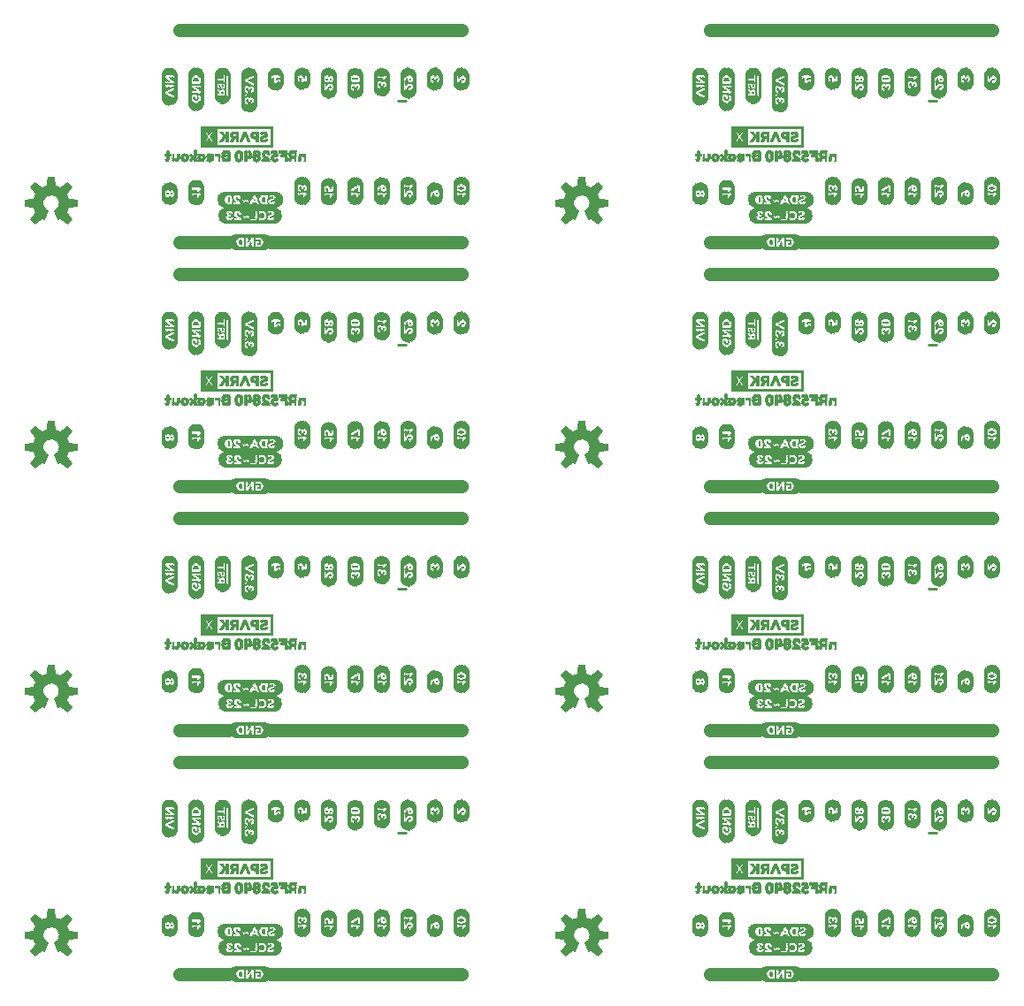
<source format=gbo>
G75*
%MOIN*%
%OFA0B0*%
%FSLAX25Y25*%
%IPPOS*%
%LPD*%
%AMOC8*
5,1,8,0,0,1.08239X$1,22.5*
%
%ADD10C,0.05000*%
%ADD11C,0.01000*%
%ADD12R,0.11969X0.00157*%
%ADD13R,0.12835X0.00118*%
%ADD14R,0.13386X0.00157*%
%ADD15R,0.13937X0.00118*%
%ADD16R,0.14173X0.00157*%
%ADD17R,0.14488X0.00118*%
%ADD18R,0.14724X0.00157*%
%ADD19R,0.03740X0.00118*%
%ADD20R,0.10472X0.00118*%
%ADD21R,0.03583X0.00157*%
%ADD22R,0.01102X0.00157*%
%ADD23R,0.01654X0.00157*%
%ADD24R,0.00551X0.00157*%
%ADD25R,0.03307X0.00118*%
%ADD26R,0.00709X0.00118*%
%ADD27R,0.01378X0.00118*%
%ADD28R,0.00433X0.00118*%
%ADD29R,0.03307X0.00157*%
%ADD30R,0.01220X0.00157*%
%ADD31R,0.00433X0.00157*%
%ADD32R,0.03031X0.00118*%
%ADD33R,0.00551X0.00118*%
%ADD34R,0.01220X0.00118*%
%ADD35R,0.03189X0.00118*%
%ADD36R,0.03150X0.00157*%
%ADD37R,0.00945X0.00118*%
%ADD38R,0.02874X0.00157*%
%ADD39R,0.00945X0.00157*%
%ADD40R,0.00709X0.00157*%
%ADD41R,0.00827X0.00157*%
%ADD42R,0.02480X0.00118*%
%ADD43R,0.00827X0.00118*%
%ADD44R,0.00984X0.00118*%
%ADD45R,0.03031X0.00157*%
%ADD46R,0.02638X0.00157*%
%ADD47R,0.00669X0.00157*%
%ADD48R,0.02913X0.00157*%
%ADD49R,0.02913X0.00118*%
%ADD50R,0.02638X0.00118*%
%ADD51R,0.01260X0.00118*%
%ADD52R,0.00394X0.00157*%
%ADD53R,0.01378X0.00157*%
%ADD54R,0.00394X0.00118*%
%ADD55R,0.00157X0.00157*%
%ADD56R,0.00276X0.00157*%
%ADD57R,0.00276X0.00118*%
%ADD58R,0.00118X0.00118*%
%ADD59R,0.01260X0.00157*%
%ADD60R,0.01102X0.00118*%
%ADD61R,0.00984X0.00157*%
%ADD62R,0.03189X0.00157*%
%ADD63R,0.03150X0.00118*%
%ADD64R,0.03425X0.00157*%
%ADD65R,0.01496X0.00157*%
%ADD66R,0.03583X0.00118*%
%ADD67R,0.01654X0.00118*%
%ADD68R,0.00669X0.00118*%
%ADD69C,0.00039*%
%ADD70C,0.00300*%
%ADD71R,0.00157X0.04291*%
%ADD72R,0.00118X0.05079*%
%ADD73R,0.00157X0.05630*%
%ADD74R,0.00118X0.06181*%
%ADD75R,0.00157X0.06496*%
%ADD76R,0.00118X0.06732*%
%ADD77R,0.00157X0.07047*%
%ADD78R,0.00118X0.03307*%
%ADD79R,0.00118X0.03425*%
%ADD80R,0.00157X0.03031*%
%ADD81R,0.00157X0.03189*%
%ADD82R,0.00118X0.02913*%
%ADD83R,0.00118X0.03031*%
%ADD84R,0.00157X0.02874*%
%ADD85R,0.00118X0.02756*%
%ADD86R,0.00118X0.02874*%
%ADD87R,0.00157X0.02913*%
%ADD88R,0.00157X0.02756*%
%ADD89R,0.00157X0.00669*%
%ADD90R,0.00118X0.00827*%
%ADD91R,0.00157X0.00984*%
%ADD92R,0.00157X0.00827*%
%ADD93R,0.00157X0.04252*%
%ADD94R,0.00118X0.04134*%
%ADD95R,0.00157X0.03858*%
%ADD96R,0.00157X0.03150*%
%ADD97R,0.00118X0.03701*%
%ADD98R,0.00157X0.03425*%
%ADD99R,0.00118X0.03583*%
%ADD100R,0.00157X0.03740*%
%ADD101R,0.00118X0.03858*%
%ADD102R,0.00118X0.02598*%
%ADD103R,0.00118X0.02480*%
%ADD104R,0.00157X0.02480*%
%ADD105R,0.00118X0.02362*%
%ADD106R,0.00157X0.02362*%
%ADD107R,0.00118X0.02323*%
%ADD108R,0.00118X0.00276*%
%ADD109R,0.00118X0.00984*%
%ADD110R,0.00157X0.03307*%
%ADD111R,0.00157X0.00945*%
%ADD112R,0.00118X0.03150*%
%ADD113R,0.00118X0.04409*%
%ADD114R,0.00157X0.01102*%
%ADD115R,0.00118X0.00669*%
%ADD116R,0.00157X0.07283*%
%ADD117R,0.00118X0.08150*%
%ADD118R,0.00157X0.08701*%
%ADD119R,0.00118X0.09252*%
%ADD120R,0.00157X0.09488*%
%ADD121R,0.00118X0.09803*%
%ADD122R,0.00157X0.10039*%
%ADD123R,0.00118X0.03465*%
%ADD124R,0.00157X0.01654*%
%ADD125R,0.00118X0.01220*%
%ADD126R,0.00157X0.00551*%
%ADD127R,0.00118X0.00551*%
%ADD128R,0.00118X0.00394*%
%ADD129R,0.00157X0.00709*%
%ADD130R,0.00118X0.00709*%
%ADD131R,0.00157X0.00394*%
%ADD132R,0.00157X0.04409*%
%ADD133R,0.00118X0.04291*%
%ADD134R,0.00157X0.04016*%
%ADD135R,0.00157X0.01220*%
%ADD136R,0.00157X0.03583*%
%ADD137R,0.00157X0.02323*%
%ADD138R,0.00118X0.03189*%
%ADD139R,0.00118X0.02205*%
%ADD140R,0.00157X0.02638*%
%ADD141R,0.00157X0.00276*%
%ADD142R,0.00157X0.02598*%
%ADD143R,0.00118X0.02638*%
%ADD144R,0.00157X0.06457*%
%ADD145R,0.00118X0.07323*%
%ADD146R,0.00157X0.07874*%
%ADD147R,0.00118X0.08425*%
%ADD148R,0.00157X0.08661*%
%ADD149R,0.00118X0.08976*%
%ADD150R,0.00157X0.09213*%
%ADD151R,0.00118X0.05394*%
%ADD152R,0.00157X0.01929*%
%ADD153R,0.00118X0.01535*%
%ADD154R,0.00118X0.00433*%
%ADD155R,0.00157X0.03465*%
%ADD156R,0.00118X0.04016*%
%ADD157R,0.00118X0.01378*%
%ADD158R,0.00157X0.01535*%
%ADD159R,0.00157X0.01260*%
%ADD160R,0.00118X0.04567*%
%ADD161R,0.00118X0.01102*%
%ADD162R,0.00118X0.01260*%
%ADD163R,0.00118X0.01929*%
%ADD164R,0.00157X0.07323*%
%ADD165R,0.00118X0.08110*%
%ADD166R,0.00118X0.09213*%
%ADD167R,0.00157X0.09528*%
%ADD168R,0.00118X0.09764*%
%ADD169R,0.00157X0.10079*%
%ADD170R,0.00157X0.01378*%
%ADD171R,0.00118X0.01811*%
%ADD172R,0.00157X0.01772*%
%ADD173R,0.00118X0.00945*%
%ADD174R,0.00118X0.03740*%
%ADD175R,0.00118X0.04803*%
%ADD176R,0.00157X0.05354*%
%ADD177R,0.00118X0.05906*%
%ADD178R,0.00157X0.06220*%
%ADD179R,0.00118X0.06457*%
%ADD180R,0.00157X0.06772*%
%ADD181R,0.00118X0.07008*%
%ADD182R,0.00157X0.04134*%
%ADD183R,0.00118X0.04252*%
%ADD184R,0.00118X0.07283*%
%ADD185R,0.00157X0.12520*%
%ADD186R,0.00118X0.13386*%
%ADD187R,0.00157X0.13937*%
%ADD188R,0.00118X0.14488*%
%ADD189R,0.00157X0.14724*%
%ADD190R,0.00118X0.15039*%
%ADD191R,0.00157X0.15276*%
%ADD192R,0.00157X0.02047*%
%ADD193R,0.00118X0.02047*%
%ADD194R,0.00157X0.01811*%
%ADD195R,0.00118X0.01496*%
%ADD196R,0.00118X0.01772*%
%ADD197R,0.00118X0.00157*%
%ADD198R,0.00157X0.01496*%
%ADD199R,0.00157X0.03976*%
%ADD200R,0.00157X0.00433*%
%ADD201R,0.00157X0.02205*%
%ADD202R,0.00118X0.10079*%
%ADD203R,0.00157X0.10630*%
%ADD204R,0.00118X0.11181*%
%ADD205R,0.00118X0.02087*%
%ADD206R,0.00157X0.12835*%
%ADD207R,0.00118X0.12835*%
%ADD208R,0.00157X0.13071*%
%ADD209R,0.00118X0.13071*%
%ADD210R,0.00157X0.02087*%
%ADD211R,0.00157X0.11417*%
%ADD212R,0.00157X0.11969*%
%ADD213R,0.00157X0.13386*%
%ADD214R,0.00118X0.13937*%
%ADD215R,0.00157X0.14173*%
%ADD216R,0.00118X0.10472*%
%ADD217R,0.00118X0.01654*%
%ADD218R,0.00118X0.10866*%
%ADD219R,0.00118X0.11969*%
%ADD220R,0.00157X0.12283*%
%ADD221R,0.00118X0.12520*%
%ADD222R,0.00118X0.07559*%
%ADD223R,0.00157X0.03701*%
%ADD224R,0.00118X0.05512*%
%ADD225R,0.00118X0.05118*%
%ADD226R,0.00157X0.05669*%
%ADD227R,0.00118X0.06220*%
%ADD228R,0.00118X0.06772*%
%ADD229R,0.00157X0.07008*%
%ADD230R,0.00157X0.07835*%
%ADD231R,0.00118X0.08386*%
%ADD232R,0.00118X0.08937*%
%ADD233R,0.00157X0.09252*%
%ADD234R,0.00157X0.06181*%
%ADD235R,0.00118X0.07047*%
%ADD236R,0.00157X0.07598*%
%ADD237R,0.00157X0.08386*%
%ADD238R,0.00118X0.08701*%
%ADD239R,0.00157X0.08937*%
%ADD240R,0.00118X0.05236*%
%ADD241R,0.00157X0.05945*%
%ADD242R,0.00118X0.07835*%
%ADD243R,0.00157X0.08150*%
%ADD244R,0.00157X0.00118*%
%ADD245R,0.00787X0.00157*%
%ADD246R,0.01575X0.00157*%
%ADD247R,0.02520X0.00157*%
%ADD248R,0.00315X0.00157*%
%ADD249R,0.01732X0.00157*%
%ADD250R,0.02362X0.00157*%
%ADD251R,0.02205X0.00157*%
%ADD252R,0.00472X0.00157*%
%ADD253R,0.02677X0.00157*%
%ADD254R,0.02047X0.00157*%
%ADD255R,0.02835X0.00157*%
%ADD256R,0.02992X0.00157*%
%ADD257R,0.01417X0.00157*%
%ADD258R,0.00630X0.00157*%
%ADD259R,0.01890X0.00157*%
%ADD260R,0.19724X0.00157*%
%ADD261R,0.20512X0.00118*%
%ADD262R,0.21063X0.00157*%
%ADD263R,0.21614X0.00118*%
%ADD264R,0.21929X0.00157*%
%ADD265R,0.22165X0.00118*%
%ADD266R,0.22480X0.00157*%
%ADD267R,0.08425X0.00118*%
%ADD268R,0.02087X0.00157*%
%ADD269R,0.05906X0.00157*%
%ADD270R,0.02756X0.00118*%
%ADD271R,0.01535X0.00118*%
%ADD272R,0.05669X0.00118*%
%ADD273R,0.02756X0.00157*%
%ADD274R,0.05512X0.00157*%
%ADD275R,0.05394X0.00118*%
%ADD276R,0.05394X0.00157*%
%ADD277R,0.05236X0.00118*%
%ADD278R,0.05236X0.00157*%
%ADD279R,0.02874X0.00118*%
%ADD280R,0.02087X0.00118*%
%ADD281R,0.01929X0.00157*%
%ADD282R,0.02480X0.00157*%
%ADD283R,0.05118X0.00157*%
%ADD284R,0.02598X0.00118*%
%ADD285R,0.02598X0.00157*%
%ADD286R,0.02323X0.00157*%
%ADD287R,0.01535X0.00157*%
%ADD288R,0.01929X0.00118*%
%ADD289R,0.03701X0.00157*%
%ADD290R,0.04134X0.00118*%
%ADD291R,0.02205X0.00118*%
%ADD292R,0.02362X0.00118*%
%ADD293R,0.04528X0.00157*%
%ADD294R,0.01496X0.00118*%
%ADD295R,0.03465X0.00157*%
%ADD296R,0.02323X0.00118*%
%ADD297R,0.03858X0.00118*%
%ADD298R,0.20551X0.00157*%
%ADD299R,0.21339X0.00118*%
%ADD300R,0.21890X0.00157*%
%ADD301R,0.22441X0.00118*%
%ADD302R,0.22756X0.00157*%
%ADD303R,0.22992X0.00118*%
%ADD304R,0.23307X0.00157*%
%ADD305R,0.12559X0.00118*%
%ADD306R,0.05630X0.00157*%
%ADD307R,0.01811X0.00118*%
%ADD308R,0.04961X0.00118*%
%ADD309R,0.04803X0.00157*%
%ADD310R,0.04685X0.00118*%
%ADD311R,0.04685X0.00157*%
%ADD312R,0.04409X0.00118*%
%ADD313R,0.04409X0.00157*%
%ADD314R,0.04291X0.00118*%
%ADD315R,0.04291X0.00157*%
%ADD316R,0.04252X0.00118*%
%ADD317R,0.03425X0.00118*%
%ADD318R,0.03465X0.00118*%
%ADD319R,0.01772X0.00118*%
%ADD320R,0.00157X0.05394*%
%ADD321R,0.00157X0.06732*%
D10*
X0115250Y0033500D02*
X0133750Y0033500D01*
X0149750Y0033500D02*
X0221750Y0033500D01*
X0315250Y0033500D02*
X0333750Y0033500D01*
X0349750Y0033500D02*
X0421750Y0033500D01*
X0421750Y0113500D02*
X0315250Y0113500D01*
X0315250Y0125500D02*
X0333750Y0125500D01*
X0349750Y0125500D02*
X0421750Y0125500D01*
X0421750Y0205500D02*
X0315250Y0205500D01*
X0315250Y0217500D02*
X0333750Y0217500D01*
X0349750Y0217500D02*
X0421750Y0217500D01*
X0421750Y0297500D02*
X0315250Y0297500D01*
X0315250Y0309500D02*
X0333750Y0309500D01*
X0349750Y0309500D02*
X0421750Y0309500D01*
X0421750Y0389500D02*
X0315250Y0389500D01*
X0221750Y0389500D02*
X0115250Y0389500D01*
X0115250Y0309500D02*
X0133750Y0309500D01*
X0149750Y0309500D02*
X0221750Y0309500D01*
X0221750Y0297500D02*
X0115250Y0297500D01*
X0115250Y0217500D02*
X0133750Y0217500D01*
X0149750Y0217500D02*
X0221750Y0217500D01*
X0221750Y0205500D02*
X0115250Y0205500D01*
X0115250Y0125500D02*
X0133750Y0125500D01*
X0149750Y0125500D02*
X0221750Y0125500D01*
X0221750Y0113500D02*
X0115250Y0113500D01*
D11*
X0197770Y0086898D02*
X0200770Y0086898D01*
X0200770Y0178898D02*
X0197770Y0178898D01*
X0197770Y0270898D02*
X0200770Y0270898D01*
X0200770Y0362898D02*
X0197770Y0362898D01*
X0397770Y0362898D02*
X0400770Y0362898D01*
X0400770Y0270898D02*
X0397770Y0270898D01*
X0397770Y0178898D02*
X0400770Y0178898D01*
X0400770Y0086898D02*
X0397770Y0086898D01*
D12*
X0341804Y0122744D03*
X0341804Y0128256D03*
X0341804Y0214744D03*
X0341804Y0220256D03*
X0341804Y0306744D03*
X0341804Y0312256D03*
X0141804Y0312256D03*
X0141804Y0306744D03*
X0141804Y0220256D03*
X0141804Y0214744D03*
X0141804Y0128256D03*
X0141804Y0122744D03*
X0141804Y0036256D03*
X0141804Y0030744D03*
X0341804Y0030744D03*
X0341804Y0036256D03*
D13*
X0341804Y0036118D03*
X0341804Y0030882D03*
X0341804Y0122882D03*
X0341804Y0128118D03*
X0341804Y0214882D03*
X0341804Y0220118D03*
X0341804Y0306882D03*
X0341804Y0312118D03*
X0141804Y0312118D03*
X0141804Y0306882D03*
X0141804Y0220118D03*
X0141804Y0214882D03*
X0141804Y0128118D03*
X0141804Y0122882D03*
X0141804Y0036118D03*
X0141804Y0030882D03*
D14*
X0141804Y0031020D03*
X0141804Y0035980D03*
X0141804Y0123020D03*
X0141804Y0127980D03*
X0141804Y0215020D03*
X0141804Y0219980D03*
X0141804Y0307020D03*
X0141804Y0311980D03*
X0341804Y0311980D03*
X0341804Y0307020D03*
X0341804Y0219980D03*
X0341804Y0215020D03*
X0341804Y0127980D03*
X0341804Y0123020D03*
X0341804Y0035980D03*
X0341804Y0031020D03*
D15*
X0341804Y0031157D03*
X0341804Y0035843D03*
X0341804Y0123157D03*
X0341804Y0127843D03*
X0341804Y0215157D03*
X0341804Y0219843D03*
X0341804Y0307157D03*
X0341804Y0311843D03*
X0141804Y0311843D03*
X0141804Y0307157D03*
X0141804Y0219843D03*
X0141804Y0215157D03*
X0141804Y0127843D03*
X0141804Y0123157D03*
X0141804Y0035843D03*
X0141804Y0031157D03*
D16*
X0141804Y0031295D03*
X0141804Y0035705D03*
X0141804Y0123295D03*
X0141804Y0127705D03*
X0141804Y0215295D03*
X0141804Y0219705D03*
X0141804Y0307295D03*
X0141804Y0311705D03*
X0341804Y0311705D03*
X0341804Y0307295D03*
X0341804Y0219705D03*
X0341804Y0215295D03*
X0341804Y0127705D03*
X0341804Y0123295D03*
X0341804Y0035705D03*
X0341804Y0031295D03*
D17*
X0341804Y0031433D03*
X0341804Y0035567D03*
X0341804Y0123433D03*
X0341804Y0127567D03*
X0341804Y0215433D03*
X0341804Y0219567D03*
X0341804Y0307433D03*
X0341804Y0311567D03*
X0141804Y0311567D03*
X0141804Y0307433D03*
X0141804Y0219567D03*
X0141804Y0215433D03*
X0141804Y0127567D03*
X0141804Y0123433D03*
X0141804Y0035567D03*
X0141804Y0031433D03*
D18*
X0141804Y0031571D03*
X0141804Y0035429D03*
X0141804Y0123571D03*
X0141804Y0127429D03*
X0141804Y0215571D03*
X0141804Y0219429D03*
X0141804Y0307571D03*
X0141804Y0311429D03*
X0341804Y0311429D03*
X0341804Y0307571D03*
X0341804Y0219429D03*
X0341804Y0215571D03*
X0341804Y0127429D03*
X0341804Y0123571D03*
X0341804Y0035429D03*
X0341804Y0031571D03*
D19*
X0336154Y0031709D03*
X0347453Y0035291D03*
X0336154Y0123709D03*
X0347453Y0127291D03*
X0336154Y0215709D03*
X0347453Y0219291D03*
X0336154Y0307709D03*
X0347453Y0311291D03*
X0147453Y0311291D03*
X0136154Y0307709D03*
X0147453Y0219291D03*
X0136154Y0215709D03*
X0147453Y0127291D03*
X0136154Y0123709D03*
X0147453Y0035291D03*
X0136154Y0031709D03*
D20*
X0139520Y0035291D03*
X0139520Y0127291D03*
X0139520Y0219291D03*
X0139520Y0311291D03*
X0339520Y0311291D03*
X0339520Y0219291D03*
X0339520Y0127291D03*
X0339520Y0035291D03*
D21*
X0335957Y0035154D03*
X0340333Y0041846D03*
X0347650Y0035154D03*
X0340006Y0047846D03*
X0335957Y0127154D03*
X0340333Y0133846D03*
X0347650Y0127154D03*
X0340006Y0139846D03*
X0335957Y0219154D03*
X0340333Y0225846D03*
X0340006Y0231846D03*
X0347650Y0219154D03*
X0347650Y0311154D03*
X0340333Y0317846D03*
X0340006Y0323846D03*
X0335957Y0311154D03*
X0147650Y0311154D03*
X0140333Y0317846D03*
X0140006Y0323846D03*
X0135957Y0311154D03*
X0140006Y0231846D03*
X0140333Y0225846D03*
X0135957Y0219154D03*
X0147650Y0219154D03*
X0140006Y0139846D03*
X0140333Y0133846D03*
X0135957Y0127154D03*
X0147650Y0127154D03*
X0140006Y0047846D03*
X0140333Y0041846D03*
X0135957Y0035154D03*
X0147650Y0035154D03*
D22*
X0145189Y0032673D03*
X0143811Y0035154D03*
X0141607Y0034602D03*
X0141882Y0032122D03*
X0138300Y0034051D03*
X0138817Y0042673D03*
X0135904Y0042949D03*
X0134250Y0042949D03*
X0135785Y0044878D03*
X0138608Y0048673D03*
X0135459Y0050878D03*
X0147033Y0050051D03*
X0149081Y0049776D03*
X0148030Y0044878D03*
X0148581Y0043776D03*
X0148030Y0042122D03*
X0145411Y0064898D03*
X0145411Y0065370D03*
X0145254Y0066630D03*
X0145411Y0066787D03*
X0145411Y0066945D03*
X0145254Y0067102D03*
X0144467Y0068047D03*
X0143679Y0066945D03*
X0143679Y0066787D03*
X0143679Y0066630D03*
X0143522Y0065370D03*
X0143522Y0065213D03*
X0143522Y0065055D03*
X0143522Y0064898D03*
X0142104Y0066157D03*
X0142104Y0066315D03*
X0142104Y0066472D03*
X0141947Y0066630D03*
X0141947Y0066787D03*
X0141947Y0066945D03*
X0141947Y0067102D03*
X0141789Y0067260D03*
X0141789Y0067417D03*
X0141789Y0067575D03*
X0141789Y0067732D03*
X0140215Y0067732D03*
X0140215Y0067575D03*
X0140215Y0067417D03*
X0140215Y0067260D03*
X0140215Y0067102D03*
X0140215Y0066945D03*
X0140215Y0066787D03*
X0140215Y0066630D03*
X0140215Y0066472D03*
X0140215Y0066315D03*
X0140215Y0066157D03*
X0140215Y0064898D03*
X0140215Y0064740D03*
X0140215Y0064583D03*
X0140215Y0064425D03*
X0140215Y0064268D03*
X0140215Y0064110D03*
X0138797Y0065055D03*
X0138797Y0065213D03*
X0138797Y0065370D03*
X0138797Y0065528D03*
X0138797Y0065685D03*
X0138797Y0065843D03*
X0138797Y0066000D03*
X0138797Y0066157D03*
X0138797Y0066315D03*
X0138797Y0066472D03*
X0138797Y0066630D03*
X0138797Y0066787D03*
X0138640Y0066945D03*
X0136907Y0066945D03*
X0136750Y0066787D03*
X0136750Y0066630D03*
X0136750Y0066472D03*
X0136750Y0066315D03*
X0136750Y0066157D03*
X0136750Y0066000D03*
X0136750Y0065843D03*
X0136750Y0065685D03*
X0136750Y0065528D03*
X0136750Y0065370D03*
X0136750Y0065213D03*
X0136907Y0064898D03*
X0138640Y0064898D03*
X0133915Y0065055D03*
X0133915Y0065213D03*
X0133915Y0065370D03*
X0133915Y0065528D03*
X0133915Y0065685D03*
X0133915Y0065843D03*
X0133915Y0066000D03*
X0133915Y0066157D03*
X0133915Y0066315D03*
X0133915Y0066472D03*
X0133915Y0066630D03*
X0133915Y0066787D03*
X0133915Y0066945D03*
X0131711Y0066945D03*
X0131711Y0066787D03*
X0131711Y0066630D03*
X0131711Y0065528D03*
X0131553Y0065213D03*
X0130136Y0065843D03*
X0127774Y0065685D03*
X0127774Y0064898D03*
X0125884Y0065685D03*
X0125884Y0065843D03*
X0124624Y0065528D03*
X0124624Y0065370D03*
X0124624Y0065213D03*
X0122577Y0065370D03*
X0121159Y0064583D03*
X0121159Y0064425D03*
X0121159Y0064268D03*
X0121159Y0064110D03*
X0119585Y0064268D03*
X0118325Y0065055D03*
X0118325Y0065213D03*
X0118325Y0065370D03*
X0118325Y0065528D03*
X0118325Y0065685D03*
X0119742Y0066315D03*
X0121159Y0066315D03*
X0121159Y0066472D03*
X0121159Y0066630D03*
X0121159Y0066787D03*
X0121159Y0066945D03*
X0121159Y0067102D03*
X0121159Y0067260D03*
X0121159Y0067417D03*
X0121159Y0067575D03*
X0121159Y0067732D03*
X0121159Y0067890D03*
X0121159Y0068047D03*
X0121159Y0066157D03*
X0116278Y0065685D03*
X0116278Y0065528D03*
X0116278Y0065370D03*
X0116278Y0065213D03*
X0114860Y0065213D03*
X0114860Y0065370D03*
X0114860Y0065528D03*
X0114860Y0065685D03*
X0114860Y0065843D03*
X0114860Y0066000D03*
X0114860Y0066157D03*
X0114860Y0066315D03*
X0114860Y0066472D03*
X0114860Y0066630D03*
X0114860Y0065055D03*
X0112970Y0065055D03*
X0111081Y0065055D03*
X0111081Y0064898D03*
X0111081Y0065213D03*
X0111081Y0065370D03*
X0111081Y0065528D03*
X0111081Y0065685D03*
X0111081Y0066945D03*
X0111081Y0067102D03*
X0111081Y0067260D03*
X0111081Y0067417D03*
X0111081Y0067575D03*
X0146829Y0066630D03*
X0146829Y0066472D03*
X0146986Y0066315D03*
X0146986Y0066787D03*
X0146986Y0066945D03*
X0148876Y0066787D03*
X0148876Y0066630D03*
X0150293Y0065370D03*
X0150293Y0065213D03*
X0150293Y0065055D03*
X0151868Y0066787D03*
X0155490Y0066787D03*
X0155490Y0066630D03*
X0155490Y0066945D03*
X0156907Y0066787D03*
X0156907Y0066315D03*
X0156907Y0066157D03*
X0157065Y0064898D03*
X0156907Y0064583D03*
X0156750Y0064268D03*
X0155490Y0064268D03*
X0155490Y0064425D03*
X0155490Y0064583D03*
X0155490Y0064740D03*
X0155490Y0064898D03*
X0155490Y0065055D03*
X0155490Y0065213D03*
X0155490Y0065370D03*
X0155490Y0064110D03*
X0160530Y0064268D03*
X0160530Y0064425D03*
X0160530Y0064583D03*
X0160530Y0064740D03*
X0160530Y0064898D03*
X0160530Y0065055D03*
X0160530Y0065213D03*
X0160530Y0065370D03*
X0160530Y0065528D03*
X0160530Y0065685D03*
X0162419Y0065685D03*
X0162419Y0065528D03*
X0145189Y0124673D03*
X0143811Y0127154D03*
X0141607Y0126602D03*
X0141882Y0124122D03*
X0138300Y0126051D03*
X0138817Y0134673D03*
X0135904Y0134949D03*
X0134250Y0134949D03*
X0135785Y0136878D03*
X0138608Y0140673D03*
X0135459Y0142878D03*
X0147033Y0142051D03*
X0149081Y0141776D03*
X0148030Y0136878D03*
X0148581Y0135776D03*
X0148030Y0134122D03*
X0155490Y0156110D03*
X0155490Y0156268D03*
X0155490Y0156425D03*
X0155490Y0156583D03*
X0155490Y0156740D03*
X0155490Y0156898D03*
X0155490Y0157055D03*
X0155490Y0157213D03*
X0155490Y0157370D03*
X0155490Y0158630D03*
X0155490Y0158787D03*
X0155490Y0158945D03*
X0156907Y0158787D03*
X0156907Y0158315D03*
X0156907Y0158157D03*
X0157065Y0156898D03*
X0156907Y0156583D03*
X0156750Y0156268D03*
X0160530Y0156268D03*
X0160530Y0156425D03*
X0160530Y0156583D03*
X0160530Y0156740D03*
X0160530Y0156898D03*
X0160530Y0157055D03*
X0160530Y0157213D03*
X0160530Y0157370D03*
X0160530Y0157528D03*
X0160530Y0157685D03*
X0162419Y0157685D03*
X0162419Y0157528D03*
X0151868Y0158787D03*
X0150293Y0157370D03*
X0150293Y0157213D03*
X0150293Y0157055D03*
X0148876Y0158630D03*
X0148876Y0158787D03*
X0146986Y0158787D03*
X0146986Y0158945D03*
X0146829Y0158630D03*
X0146829Y0158472D03*
X0146986Y0158315D03*
X0145411Y0158787D03*
X0145411Y0158945D03*
X0145254Y0159102D03*
X0145254Y0158630D03*
X0145411Y0157370D03*
X0145411Y0156898D03*
X0143522Y0156898D03*
X0143522Y0157055D03*
X0143522Y0157213D03*
X0143522Y0157370D03*
X0143679Y0158630D03*
X0143679Y0158787D03*
X0143679Y0158945D03*
X0144467Y0160047D03*
X0141947Y0159102D03*
X0141947Y0158945D03*
X0141947Y0158787D03*
X0141947Y0158630D03*
X0142104Y0158472D03*
X0142104Y0158315D03*
X0142104Y0158157D03*
X0141789Y0159260D03*
X0141789Y0159417D03*
X0141789Y0159575D03*
X0141789Y0159732D03*
X0140215Y0159732D03*
X0140215Y0159575D03*
X0140215Y0159417D03*
X0140215Y0159260D03*
X0140215Y0159102D03*
X0140215Y0158945D03*
X0140215Y0158787D03*
X0140215Y0158630D03*
X0140215Y0158472D03*
X0140215Y0158315D03*
X0140215Y0158157D03*
X0140215Y0156898D03*
X0140215Y0156740D03*
X0140215Y0156583D03*
X0140215Y0156425D03*
X0140215Y0156268D03*
X0140215Y0156110D03*
X0138797Y0157055D03*
X0138797Y0157213D03*
X0138797Y0157370D03*
X0138797Y0157528D03*
X0138797Y0157685D03*
X0138797Y0157843D03*
X0138797Y0158000D03*
X0138797Y0158157D03*
X0138797Y0158315D03*
X0138797Y0158472D03*
X0138797Y0158630D03*
X0138797Y0158787D03*
X0138640Y0158945D03*
X0136907Y0158945D03*
X0136750Y0158787D03*
X0136750Y0158630D03*
X0136750Y0158472D03*
X0136750Y0158315D03*
X0136750Y0158157D03*
X0136750Y0158000D03*
X0136750Y0157843D03*
X0136750Y0157685D03*
X0136750Y0157528D03*
X0136750Y0157370D03*
X0136750Y0157213D03*
X0136907Y0156898D03*
X0138640Y0156898D03*
X0133915Y0157055D03*
X0133915Y0157213D03*
X0133915Y0157370D03*
X0133915Y0157528D03*
X0133915Y0157685D03*
X0133915Y0157843D03*
X0133915Y0158000D03*
X0133915Y0158157D03*
X0133915Y0158315D03*
X0133915Y0158472D03*
X0133915Y0158630D03*
X0133915Y0158787D03*
X0133915Y0158945D03*
X0131711Y0158945D03*
X0131711Y0158787D03*
X0131711Y0158630D03*
X0131711Y0157528D03*
X0131553Y0157213D03*
X0130136Y0157843D03*
X0127774Y0157685D03*
X0127774Y0156898D03*
X0125884Y0157685D03*
X0125884Y0157843D03*
X0124624Y0157528D03*
X0124624Y0157370D03*
X0124624Y0157213D03*
X0122577Y0157370D03*
X0121159Y0156583D03*
X0121159Y0156425D03*
X0121159Y0156268D03*
X0121159Y0156110D03*
X0119585Y0156268D03*
X0118325Y0157055D03*
X0118325Y0157213D03*
X0118325Y0157370D03*
X0118325Y0157528D03*
X0118325Y0157685D03*
X0119742Y0158315D03*
X0121159Y0158315D03*
X0121159Y0158472D03*
X0121159Y0158630D03*
X0121159Y0158787D03*
X0121159Y0158945D03*
X0121159Y0159102D03*
X0121159Y0159260D03*
X0121159Y0159417D03*
X0121159Y0159575D03*
X0121159Y0159732D03*
X0121159Y0159890D03*
X0121159Y0160047D03*
X0121159Y0158157D03*
X0116278Y0157685D03*
X0116278Y0157528D03*
X0116278Y0157370D03*
X0116278Y0157213D03*
X0114860Y0157213D03*
X0114860Y0157370D03*
X0114860Y0157528D03*
X0114860Y0157685D03*
X0114860Y0157843D03*
X0114860Y0158000D03*
X0114860Y0158157D03*
X0114860Y0158315D03*
X0114860Y0158472D03*
X0114860Y0158630D03*
X0114860Y0157055D03*
X0112970Y0157055D03*
X0111081Y0157055D03*
X0111081Y0156898D03*
X0111081Y0157213D03*
X0111081Y0157370D03*
X0111081Y0157528D03*
X0111081Y0157685D03*
X0111081Y0158945D03*
X0111081Y0159102D03*
X0111081Y0159260D03*
X0111081Y0159417D03*
X0111081Y0159575D03*
X0141882Y0216122D03*
X0141607Y0218602D03*
X0143811Y0219154D03*
X0145189Y0216673D03*
X0138300Y0218051D03*
X0138817Y0226673D03*
X0135904Y0226949D03*
X0134250Y0226949D03*
X0135785Y0228878D03*
X0138608Y0232673D03*
X0135459Y0234878D03*
X0147033Y0234051D03*
X0149081Y0233776D03*
X0148030Y0228878D03*
X0148581Y0227776D03*
X0148030Y0226122D03*
X0145411Y0248898D03*
X0145411Y0249370D03*
X0145254Y0250630D03*
X0145411Y0250787D03*
X0145411Y0250945D03*
X0145254Y0251102D03*
X0144467Y0252047D03*
X0143679Y0250945D03*
X0143679Y0250787D03*
X0143679Y0250630D03*
X0143522Y0249370D03*
X0143522Y0249213D03*
X0143522Y0249055D03*
X0143522Y0248898D03*
X0142104Y0250157D03*
X0142104Y0250315D03*
X0142104Y0250472D03*
X0141947Y0250630D03*
X0141947Y0250787D03*
X0141947Y0250945D03*
X0141947Y0251102D03*
X0141789Y0251260D03*
X0141789Y0251417D03*
X0141789Y0251575D03*
X0141789Y0251732D03*
X0140215Y0251732D03*
X0140215Y0251575D03*
X0140215Y0251417D03*
X0140215Y0251260D03*
X0140215Y0251102D03*
X0140215Y0250945D03*
X0140215Y0250787D03*
X0140215Y0250630D03*
X0140215Y0250472D03*
X0140215Y0250315D03*
X0140215Y0250157D03*
X0140215Y0248898D03*
X0140215Y0248740D03*
X0140215Y0248583D03*
X0140215Y0248425D03*
X0140215Y0248268D03*
X0140215Y0248110D03*
X0138797Y0249055D03*
X0138797Y0249213D03*
X0138797Y0249370D03*
X0138797Y0249528D03*
X0138797Y0249685D03*
X0138797Y0249843D03*
X0138797Y0250000D03*
X0138797Y0250157D03*
X0138797Y0250315D03*
X0138797Y0250472D03*
X0138797Y0250630D03*
X0138797Y0250787D03*
X0138640Y0250945D03*
X0136907Y0250945D03*
X0136750Y0250787D03*
X0136750Y0250630D03*
X0136750Y0250472D03*
X0136750Y0250315D03*
X0136750Y0250157D03*
X0136750Y0250000D03*
X0136750Y0249843D03*
X0136750Y0249685D03*
X0136750Y0249528D03*
X0136750Y0249370D03*
X0136750Y0249213D03*
X0136907Y0248898D03*
X0138640Y0248898D03*
X0133915Y0249055D03*
X0133915Y0249213D03*
X0133915Y0249370D03*
X0133915Y0249528D03*
X0133915Y0249685D03*
X0133915Y0249843D03*
X0133915Y0250000D03*
X0133915Y0250157D03*
X0133915Y0250315D03*
X0133915Y0250472D03*
X0133915Y0250630D03*
X0133915Y0250787D03*
X0133915Y0250945D03*
X0131711Y0250945D03*
X0131711Y0250787D03*
X0131711Y0250630D03*
X0131711Y0249528D03*
X0131553Y0249213D03*
X0130136Y0249843D03*
X0127774Y0249685D03*
X0127774Y0248898D03*
X0125884Y0249685D03*
X0125884Y0249843D03*
X0124624Y0249528D03*
X0124624Y0249370D03*
X0124624Y0249213D03*
X0122577Y0249370D03*
X0121159Y0248583D03*
X0121159Y0248425D03*
X0121159Y0248268D03*
X0121159Y0248110D03*
X0119585Y0248268D03*
X0118325Y0249055D03*
X0118325Y0249213D03*
X0118325Y0249370D03*
X0118325Y0249528D03*
X0118325Y0249685D03*
X0119742Y0250315D03*
X0121159Y0250315D03*
X0121159Y0250472D03*
X0121159Y0250630D03*
X0121159Y0250787D03*
X0121159Y0250945D03*
X0121159Y0251102D03*
X0121159Y0251260D03*
X0121159Y0251417D03*
X0121159Y0251575D03*
X0121159Y0251732D03*
X0121159Y0251890D03*
X0121159Y0252047D03*
X0121159Y0250157D03*
X0116278Y0249685D03*
X0116278Y0249528D03*
X0116278Y0249370D03*
X0116278Y0249213D03*
X0114860Y0249213D03*
X0114860Y0249370D03*
X0114860Y0249528D03*
X0114860Y0249685D03*
X0114860Y0249843D03*
X0114860Y0250000D03*
X0114860Y0250157D03*
X0114860Y0250315D03*
X0114860Y0250472D03*
X0114860Y0250630D03*
X0114860Y0249055D03*
X0112970Y0249055D03*
X0111081Y0249055D03*
X0111081Y0248898D03*
X0111081Y0249213D03*
X0111081Y0249370D03*
X0111081Y0249528D03*
X0111081Y0249685D03*
X0111081Y0250945D03*
X0111081Y0251102D03*
X0111081Y0251260D03*
X0111081Y0251417D03*
X0111081Y0251575D03*
X0146829Y0250630D03*
X0146829Y0250472D03*
X0146986Y0250315D03*
X0146986Y0250787D03*
X0146986Y0250945D03*
X0148876Y0250787D03*
X0148876Y0250630D03*
X0150293Y0249370D03*
X0150293Y0249213D03*
X0150293Y0249055D03*
X0151868Y0250787D03*
X0155490Y0250787D03*
X0155490Y0250630D03*
X0155490Y0250945D03*
X0156907Y0250787D03*
X0156907Y0250315D03*
X0156907Y0250157D03*
X0157065Y0248898D03*
X0156907Y0248583D03*
X0156750Y0248268D03*
X0155490Y0248268D03*
X0155490Y0248425D03*
X0155490Y0248583D03*
X0155490Y0248740D03*
X0155490Y0248898D03*
X0155490Y0249055D03*
X0155490Y0249213D03*
X0155490Y0249370D03*
X0155490Y0248110D03*
X0160530Y0248268D03*
X0160530Y0248425D03*
X0160530Y0248583D03*
X0160530Y0248740D03*
X0160530Y0248898D03*
X0160530Y0249055D03*
X0160530Y0249213D03*
X0160530Y0249370D03*
X0160530Y0249528D03*
X0160530Y0249685D03*
X0162419Y0249685D03*
X0162419Y0249528D03*
X0145189Y0308673D03*
X0143811Y0311154D03*
X0141607Y0310602D03*
X0141882Y0308122D03*
X0138300Y0310051D03*
X0138817Y0318673D03*
X0135904Y0318949D03*
X0134250Y0318949D03*
X0135785Y0320878D03*
X0138608Y0324673D03*
X0135459Y0326878D03*
X0147033Y0326051D03*
X0149081Y0325776D03*
X0148030Y0320878D03*
X0148581Y0319776D03*
X0148030Y0318122D03*
X0145411Y0340898D03*
X0145411Y0341370D03*
X0145254Y0342630D03*
X0145411Y0342787D03*
X0145411Y0342945D03*
X0145254Y0343102D03*
X0144467Y0344047D03*
X0143679Y0342945D03*
X0143679Y0342787D03*
X0143679Y0342630D03*
X0143522Y0341370D03*
X0143522Y0341213D03*
X0143522Y0341055D03*
X0143522Y0340898D03*
X0142104Y0342157D03*
X0142104Y0342315D03*
X0142104Y0342472D03*
X0141947Y0342630D03*
X0141947Y0342787D03*
X0141947Y0342945D03*
X0141947Y0343102D03*
X0141789Y0343260D03*
X0141789Y0343417D03*
X0141789Y0343575D03*
X0141789Y0343732D03*
X0140215Y0343732D03*
X0140215Y0343575D03*
X0140215Y0343417D03*
X0140215Y0343260D03*
X0140215Y0343102D03*
X0140215Y0342945D03*
X0140215Y0342787D03*
X0140215Y0342630D03*
X0140215Y0342472D03*
X0140215Y0342315D03*
X0140215Y0342157D03*
X0140215Y0340898D03*
X0140215Y0340740D03*
X0140215Y0340583D03*
X0140215Y0340425D03*
X0140215Y0340268D03*
X0140215Y0340110D03*
X0138797Y0341055D03*
X0138797Y0341213D03*
X0138797Y0341370D03*
X0138797Y0341528D03*
X0138797Y0341685D03*
X0138797Y0341843D03*
X0138797Y0342000D03*
X0138797Y0342157D03*
X0138797Y0342315D03*
X0138797Y0342472D03*
X0138797Y0342630D03*
X0138797Y0342787D03*
X0138640Y0342945D03*
X0136907Y0342945D03*
X0136750Y0342787D03*
X0136750Y0342630D03*
X0136750Y0342472D03*
X0136750Y0342315D03*
X0136750Y0342157D03*
X0136750Y0342000D03*
X0136750Y0341843D03*
X0136750Y0341685D03*
X0136750Y0341528D03*
X0136750Y0341370D03*
X0136750Y0341213D03*
X0136907Y0340898D03*
X0138640Y0340898D03*
X0133915Y0341055D03*
X0133915Y0341213D03*
X0133915Y0341370D03*
X0133915Y0341528D03*
X0133915Y0341685D03*
X0133915Y0341843D03*
X0133915Y0342000D03*
X0133915Y0342157D03*
X0133915Y0342315D03*
X0133915Y0342472D03*
X0133915Y0342630D03*
X0133915Y0342787D03*
X0133915Y0342945D03*
X0131711Y0342945D03*
X0131711Y0342787D03*
X0131711Y0342630D03*
X0131711Y0341528D03*
X0131553Y0341213D03*
X0130136Y0341843D03*
X0127774Y0341685D03*
X0127774Y0340898D03*
X0125884Y0341685D03*
X0125884Y0341843D03*
X0124624Y0341528D03*
X0124624Y0341370D03*
X0124624Y0341213D03*
X0122577Y0341370D03*
X0121159Y0340583D03*
X0121159Y0340425D03*
X0121159Y0340268D03*
X0121159Y0340110D03*
X0119585Y0340268D03*
X0118325Y0341055D03*
X0118325Y0341213D03*
X0118325Y0341370D03*
X0118325Y0341528D03*
X0118325Y0341685D03*
X0119742Y0342315D03*
X0121159Y0342315D03*
X0121159Y0342472D03*
X0121159Y0342630D03*
X0121159Y0342787D03*
X0121159Y0342945D03*
X0121159Y0343102D03*
X0121159Y0343260D03*
X0121159Y0343417D03*
X0121159Y0343575D03*
X0121159Y0343732D03*
X0121159Y0343890D03*
X0121159Y0344047D03*
X0121159Y0342157D03*
X0116278Y0341685D03*
X0116278Y0341528D03*
X0116278Y0341370D03*
X0116278Y0341213D03*
X0114860Y0341213D03*
X0114860Y0341370D03*
X0114860Y0341528D03*
X0114860Y0341685D03*
X0114860Y0341843D03*
X0114860Y0342000D03*
X0114860Y0342157D03*
X0114860Y0342315D03*
X0114860Y0342472D03*
X0114860Y0342630D03*
X0114860Y0341055D03*
X0112970Y0341055D03*
X0111081Y0341055D03*
X0111081Y0340898D03*
X0111081Y0341213D03*
X0111081Y0341370D03*
X0111081Y0341528D03*
X0111081Y0341685D03*
X0111081Y0342945D03*
X0111081Y0343102D03*
X0111081Y0343260D03*
X0111081Y0343417D03*
X0111081Y0343575D03*
X0146829Y0342630D03*
X0146829Y0342472D03*
X0146986Y0342315D03*
X0146986Y0342787D03*
X0146986Y0342945D03*
X0148876Y0342787D03*
X0148876Y0342630D03*
X0150293Y0341370D03*
X0150293Y0341213D03*
X0150293Y0341055D03*
X0151868Y0342787D03*
X0155490Y0342787D03*
X0155490Y0342630D03*
X0155490Y0342945D03*
X0156907Y0342787D03*
X0156907Y0342315D03*
X0156907Y0342157D03*
X0157065Y0340898D03*
X0156907Y0340583D03*
X0156750Y0340268D03*
X0155490Y0340268D03*
X0155490Y0340425D03*
X0155490Y0340583D03*
X0155490Y0340740D03*
X0155490Y0340898D03*
X0155490Y0341055D03*
X0155490Y0341213D03*
X0155490Y0341370D03*
X0155490Y0340110D03*
X0160530Y0340268D03*
X0160530Y0340425D03*
X0160530Y0340583D03*
X0160530Y0340740D03*
X0160530Y0340898D03*
X0160530Y0341055D03*
X0160530Y0341213D03*
X0160530Y0341370D03*
X0160530Y0341528D03*
X0160530Y0341685D03*
X0162419Y0341685D03*
X0162419Y0341528D03*
X0311081Y0341528D03*
X0311081Y0341685D03*
X0311081Y0341370D03*
X0311081Y0341213D03*
X0311081Y0341055D03*
X0311081Y0340898D03*
X0312970Y0341055D03*
X0314860Y0341055D03*
X0314860Y0341213D03*
X0314860Y0341370D03*
X0314860Y0341528D03*
X0314860Y0341685D03*
X0314860Y0341843D03*
X0314860Y0342000D03*
X0314860Y0342157D03*
X0314860Y0342315D03*
X0314860Y0342472D03*
X0314860Y0342630D03*
X0316278Y0341685D03*
X0316278Y0341528D03*
X0316278Y0341370D03*
X0316278Y0341213D03*
X0318325Y0341213D03*
X0318325Y0341370D03*
X0318325Y0341528D03*
X0318325Y0341685D03*
X0318325Y0341055D03*
X0319585Y0340268D03*
X0321159Y0340268D03*
X0321159Y0340425D03*
X0321159Y0340583D03*
X0321159Y0340110D03*
X0322577Y0341370D03*
X0321159Y0342157D03*
X0321159Y0342315D03*
X0321159Y0342472D03*
X0321159Y0342630D03*
X0321159Y0342787D03*
X0321159Y0342945D03*
X0321159Y0343102D03*
X0321159Y0343260D03*
X0321159Y0343417D03*
X0321159Y0343575D03*
X0321159Y0343732D03*
X0321159Y0343890D03*
X0321159Y0344047D03*
X0319742Y0342315D03*
X0324624Y0341528D03*
X0324624Y0341370D03*
X0324624Y0341213D03*
X0325884Y0341685D03*
X0325884Y0341843D03*
X0327774Y0341685D03*
X0327774Y0340898D03*
X0330136Y0341843D03*
X0331553Y0341213D03*
X0331711Y0341528D03*
X0331711Y0342630D03*
X0331711Y0342787D03*
X0331711Y0342945D03*
X0333915Y0342945D03*
X0333915Y0342787D03*
X0333915Y0342630D03*
X0333915Y0342472D03*
X0333915Y0342315D03*
X0333915Y0342157D03*
X0333915Y0342000D03*
X0333915Y0341843D03*
X0333915Y0341685D03*
X0333915Y0341528D03*
X0333915Y0341370D03*
X0333915Y0341213D03*
X0333915Y0341055D03*
X0336750Y0341213D03*
X0336750Y0341370D03*
X0336750Y0341528D03*
X0336750Y0341685D03*
X0336750Y0341843D03*
X0336750Y0342000D03*
X0336750Y0342157D03*
X0336750Y0342315D03*
X0336750Y0342472D03*
X0336750Y0342630D03*
X0336750Y0342787D03*
X0336907Y0342945D03*
X0338640Y0342945D03*
X0338797Y0342787D03*
X0338797Y0342630D03*
X0338797Y0342472D03*
X0338797Y0342315D03*
X0338797Y0342157D03*
X0338797Y0342000D03*
X0338797Y0341843D03*
X0338797Y0341685D03*
X0338797Y0341528D03*
X0338797Y0341370D03*
X0338797Y0341213D03*
X0338797Y0341055D03*
X0338640Y0340898D03*
X0340215Y0340898D03*
X0340215Y0340740D03*
X0340215Y0340583D03*
X0340215Y0340425D03*
X0340215Y0340268D03*
X0340215Y0340110D03*
X0340215Y0342157D03*
X0340215Y0342315D03*
X0340215Y0342472D03*
X0340215Y0342630D03*
X0340215Y0342787D03*
X0340215Y0342945D03*
X0340215Y0343102D03*
X0340215Y0343260D03*
X0340215Y0343417D03*
X0340215Y0343575D03*
X0340215Y0343732D03*
X0341789Y0343732D03*
X0341789Y0343575D03*
X0341789Y0343417D03*
X0341789Y0343260D03*
X0341947Y0343102D03*
X0341947Y0342945D03*
X0341947Y0342787D03*
X0341947Y0342630D03*
X0342104Y0342472D03*
X0342104Y0342315D03*
X0342104Y0342157D03*
X0343522Y0341370D03*
X0343522Y0341213D03*
X0343522Y0341055D03*
X0343522Y0340898D03*
X0343679Y0342630D03*
X0343679Y0342787D03*
X0343679Y0342945D03*
X0344467Y0344047D03*
X0345254Y0343102D03*
X0345411Y0342945D03*
X0345411Y0342787D03*
X0345254Y0342630D03*
X0345411Y0341370D03*
X0345411Y0340898D03*
X0346829Y0342472D03*
X0346829Y0342630D03*
X0346986Y0342787D03*
X0346986Y0342945D03*
X0346986Y0342315D03*
X0348876Y0342630D03*
X0348876Y0342787D03*
X0350293Y0341370D03*
X0350293Y0341213D03*
X0350293Y0341055D03*
X0351868Y0342787D03*
X0355490Y0342787D03*
X0355490Y0342630D03*
X0355490Y0342945D03*
X0356907Y0342787D03*
X0356907Y0342315D03*
X0356907Y0342157D03*
X0357065Y0340898D03*
X0356907Y0340583D03*
X0356750Y0340268D03*
X0355490Y0340268D03*
X0355490Y0340425D03*
X0355490Y0340583D03*
X0355490Y0340740D03*
X0355490Y0340898D03*
X0355490Y0341055D03*
X0355490Y0341213D03*
X0355490Y0341370D03*
X0355490Y0340110D03*
X0360530Y0340268D03*
X0360530Y0340425D03*
X0360530Y0340583D03*
X0360530Y0340740D03*
X0360530Y0340898D03*
X0360530Y0341055D03*
X0360530Y0341213D03*
X0360530Y0341370D03*
X0360530Y0341528D03*
X0360530Y0341685D03*
X0362419Y0341685D03*
X0362419Y0341528D03*
X0349081Y0325776D03*
X0347033Y0326051D03*
X0348030Y0320878D03*
X0348581Y0319776D03*
X0348030Y0318122D03*
X0343811Y0311154D03*
X0341607Y0310602D03*
X0341882Y0308122D03*
X0345189Y0308673D03*
X0338300Y0310051D03*
X0338817Y0318673D03*
X0335904Y0318949D03*
X0334250Y0318949D03*
X0335785Y0320878D03*
X0338608Y0324673D03*
X0335459Y0326878D03*
X0336907Y0340898D03*
X0311081Y0342945D03*
X0311081Y0343102D03*
X0311081Y0343260D03*
X0311081Y0343417D03*
X0311081Y0343575D03*
X0311081Y0251575D03*
X0311081Y0251417D03*
X0311081Y0251260D03*
X0311081Y0251102D03*
X0311081Y0250945D03*
X0311081Y0249685D03*
X0311081Y0249528D03*
X0311081Y0249370D03*
X0311081Y0249213D03*
X0311081Y0249055D03*
X0311081Y0248898D03*
X0312970Y0249055D03*
X0314860Y0249055D03*
X0314860Y0249213D03*
X0314860Y0249370D03*
X0314860Y0249528D03*
X0314860Y0249685D03*
X0314860Y0249843D03*
X0314860Y0250000D03*
X0314860Y0250157D03*
X0314860Y0250315D03*
X0314860Y0250472D03*
X0314860Y0250630D03*
X0316278Y0249685D03*
X0316278Y0249528D03*
X0316278Y0249370D03*
X0316278Y0249213D03*
X0318325Y0249213D03*
X0318325Y0249370D03*
X0318325Y0249528D03*
X0318325Y0249685D03*
X0318325Y0249055D03*
X0319585Y0248268D03*
X0321159Y0248268D03*
X0321159Y0248425D03*
X0321159Y0248583D03*
X0321159Y0248110D03*
X0322577Y0249370D03*
X0321159Y0250157D03*
X0321159Y0250315D03*
X0321159Y0250472D03*
X0321159Y0250630D03*
X0321159Y0250787D03*
X0321159Y0250945D03*
X0321159Y0251102D03*
X0321159Y0251260D03*
X0321159Y0251417D03*
X0321159Y0251575D03*
X0321159Y0251732D03*
X0321159Y0251890D03*
X0321159Y0252047D03*
X0319742Y0250315D03*
X0324624Y0249528D03*
X0324624Y0249370D03*
X0324624Y0249213D03*
X0325884Y0249685D03*
X0325884Y0249843D03*
X0327774Y0249685D03*
X0327774Y0248898D03*
X0330136Y0249843D03*
X0331553Y0249213D03*
X0331711Y0249528D03*
X0331711Y0250630D03*
X0331711Y0250787D03*
X0331711Y0250945D03*
X0333915Y0250945D03*
X0333915Y0250787D03*
X0333915Y0250630D03*
X0333915Y0250472D03*
X0333915Y0250315D03*
X0333915Y0250157D03*
X0333915Y0250000D03*
X0333915Y0249843D03*
X0333915Y0249685D03*
X0333915Y0249528D03*
X0333915Y0249370D03*
X0333915Y0249213D03*
X0333915Y0249055D03*
X0336750Y0249213D03*
X0336750Y0249370D03*
X0336750Y0249528D03*
X0336750Y0249685D03*
X0336750Y0249843D03*
X0336750Y0250000D03*
X0336750Y0250157D03*
X0336750Y0250315D03*
X0336750Y0250472D03*
X0336750Y0250630D03*
X0336750Y0250787D03*
X0336907Y0250945D03*
X0338640Y0250945D03*
X0338797Y0250787D03*
X0338797Y0250630D03*
X0338797Y0250472D03*
X0338797Y0250315D03*
X0338797Y0250157D03*
X0338797Y0250000D03*
X0338797Y0249843D03*
X0338797Y0249685D03*
X0338797Y0249528D03*
X0338797Y0249370D03*
X0338797Y0249213D03*
X0338797Y0249055D03*
X0338640Y0248898D03*
X0340215Y0248898D03*
X0340215Y0248740D03*
X0340215Y0248583D03*
X0340215Y0248425D03*
X0340215Y0248268D03*
X0340215Y0248110D03*
X0340215Y0250157D03*
X0340215Y0250315D03*
X0340215Y0250472D03*
X0340215Y0250630D03*
X0340215Y0250787D03*
X0340215Y0250945D03*
X0340215Y0251102D03*
X0340215Y0251260D03*
X0340215Y0251417D03*
X0340215Y0251575D03*
X0340215Y0251732D03*
X0341789Y0251732D03*
X0341789Y0251575D03*
X0341789Y0251417D03*
X0341789Y0251260D03*
X0341947Y0251102D03*
X0341947Y0250945D03*
X0341947Y0250787D03*
X0341947Y0250630D03*
X0342104Y0250472D03*
X0342104Y0250315D03*
X0342104Y0250157D03*
X0343522Y0249370D03*
X0343522Y0249213D03*
X0343522Y0249055D03*
X0343522Y0248898D03*
X0343679Y0250630D03*
X0343679Y0250787D03*
X0343679Y0250945D03*
X0344467Y0252047D03*
X0345254Y0251102D03*
X0345411Y0250945D03*
X0345411Y0250787D03*
X0345254Y0250630D03*
X0345411Y0249370D03*
X0345411Y0248898D03*
X0346829Y0250472D03*
X0346829Y0250630D03*
X0346986Y0250787D03*
X0346986Y0250945D03*
X0346986Y0250315D03*
X0348876Y0250630D03*
X0348876Y0250787D03*
X0350293Y0249370D03*
X0350293Y0249213D03*
X0350293Y0249055D03*
X0351868Y0250787D03*
X0355490Y0250787D03*
X0355490Y0250630D03*
X0355490Y0250945D03*
X0356907Y0250787D03*
X0356907Y0250315D03*
X0356907Y0250157D03*
X0357065Y0248898D03*
X0356907Y0248583D03*
X0356750Y0248268D03*
X0355490Y0248268D03*
X0355490Y0248425D03*
X0355490Y0248583D03*
X0355490Y0248740D03*
X0355490Y0248898D03*
X0355490Y0249055D03*
X0355490Y0249213D03*
X0355490Y0249370D03*
X0355490Y0248110D03*
X0360530Y0248268D03*
X0360530Y0248425D03*
X0360530Y0248583D03*
X0360530Y0248740D03*
X0360530Y0248898D03*
X0360530Y0249055D03*
X0360530Y0249213D03*
X0360530Y0249370D03*
X0360530Y0249528D03*
X0360530Y0249685D03*
X0362419Y0249685D03*
X0362419Y0249528D03*
X0349081Y0233776D03*
X0347033Y0234051D03*
X0348030Y0228878D03*
X0348581Y0227776D03*
X0348030Y0226122D03*
X0343811Y0219154D03*
X0341607Y0218602D03*
X0341882Y0216122D03*
X0345189Y0216673D03*
X0338300Y0218051D03*
X0338817Y0226673D03*
X0335904Y0226949D03*
X0334250Y0226949D03*
X0335785Y0228878D03*
X0338608Y0232673D03*
X0335459Y0234878D03*
X0336907Y0248898D03*
X0344467Y0160047D03*
X0345254Y0159102D03*
X0345411Y0158945D03*
X0345411Y0158787D03*
X0345254Y0158630D03*
X0345411Y0157370D03*
X0345411Y0156898D03*
X0343522Y0156898D03*
X0343522Y0157055D03*
X0343522Y0157213D03*
X0343522Y0157370D03*
X0343679Y0158630D03*
X0343679Y0158787D03*
X0343679Y0158945D03*
X0342104Y0158472D03*
X0342104Y0158315D03*
X0342104Y0158157D03*
X0341947Y0158630D03*
X0341947Y0158787D03*
X0341947Y0158945D03*
X0341947Y0159102D03*
X0341789Y0159260D03*
X0341789Y0159417D03*
X0341789Y0159575D03*
X0341789Y0159732D03*
X0340215Y0159732D03*
X0340215Y0159575D03*
X0340215Y0159417D03*
X0340215Y0159260D03*
X0340215Y0159102D03*
X0340215Y0158945D03*
X0340215Y0158787D03*
X0340215Y0158630D03*
X0340215Y0158472D03*
X0340215Y0158315D03*
X0340215Y0158157D03*
X0340215Y0156898D03*
X0340215Y0156740D03*
X0340215Y0156583D03*
X0340215Y0156425D03*
X0340215Y0156268D03*
X0340215Y0156110D03*
X0338797Y0157055D03*
X0338797Y0157213D03*
X0338797Y0157370D03*
X0338797Y0157528D03*
X0338797Y0157685D03*
X0338797Y0157843D03*
X0338797Y0158000D03*
X0338797Y0158157D03*
X0338797Y0158315D03*
X0338797Y0158472D03*
X0338797Y0158630D03*
X0338797Y0158787D03*
X0338640Y0158945D03*
X0336907Y0158945D03*
X0336750Y0158787D03*
X0336750Y0158630D03*
X0336750Y0158472D03*
X0336750Y0158315D03*
X0336750Y0158157D03*
X0336750Y0158000D03*
X0336750Y0157843D03*
X0336750Y0157685D03*
X0336750Y0157528D03*
X0336750Y0157370D03*
X0336750Y0157213D03*
X0336907Y0156898D03*
X0338640Y0156898D03*
X0333915Y0157055D03*
X0333915Y0157213D03*
X0333915Y0157370D03*
X0333915Y0157528D03*
X0333915Y0157685D03*
X0333915Y0157843D03*
X0333915Y0158000D03*
X0333915Y0158157D03*
X0333915Y0158315D03*
X0333915Y0158472D03*
X0333915Y0158630D03*
X0333915Y0158787D03*
X0333915Y0158945D03*
X0331711Y0158945D03*
X0331711Y0158787D03*
X0331711Y0158630D03*
X0331711Y0157528D03*
X0331553Y0157213D03*
X0330136Y0157843D03*
X0327774Y0157685D03*
X0327774Y0156898D03*
X0325884Y0157685D03*
X0325884Y0157843D03*
X0324624Y0157528D03*
X0324624Y0157370D03*
X0324624Y0157213D03*
X0322577Y0157370D03*
X0321159Y0156583D03*
X0321159Y0156425D03*
X0321159Y0156268D03*
X0321159Y0156110D03*
X0319585Y0156268D03*
X0318325Y0157055D03*
X0318325Y0157213D03*
X0318325Y0157370D03*
X0318325Y0157528D03*
X0318325Y0157685D03*
X0319742Y0158315D03*
X0321159Y0158315D03*
X0321159Y0158472D03*
X0321159Y0158630D03*
X0321159Y0158787D03*
X0321159Y0158945D03*
X0321159Y0159102D03*
X0321159Y0159260D03*
X0321159Y0159417D03*
X0321159Y0159575D03*
X0321159Y0159732D03*
X0321159Y0159890D03*
X0321159Y0160047D03*
X0321159Y0158157D03*
X0316278Y0157685D03*
X0316278Y0157528D03*
X0316278Y0157370D03*
X0316278Y0157213D03*
X0314860Y0157213D03*
X0314860Y0157370D03*
X0314860Y0157528D03*
X0314860Y0157685D03*
X0314860Y0157843D03*
X0314860Y0158000D03*
X0314860Y0158157D03*
X0314860Y0158315D03*
X0314860Y0158472D03*
X0314860Y0158630D03*
X0314860Y0157055D03*
X0312970Y0157055D03*
X0311081Y0157055D03*
X0311081Y0156898D03*
X0311081Y0157213D03*
X0311081Y0157370D03*
X0311081Y0157528D03*
X0311081Y0157685D03*
X0311081Y0158945D03*
X0311081Y0159102D03*
X0311081Y0159260D03*
X0311081Y0159417D03*
X0311081Y0159575D03*
X0335459Y0142878D03*
X0338608Y0140673D03*
X0335785Y0136878D03*
X0335904Y0134949D03*
X0334250Y0134949D03*
X0338817Y0134673D03*
X0343811Y0127154D03*
X0341607Y0126602D03*
X0341882Y0124122D03*
X0345189Y0124673D03*
X0338300Y0126051D03*
X0348030Y0134122D03*
X0348581Y0135776D03*
X0348030Y0136878D03*
X0349081Y0141776D03*
X0347033Y0142051D03*
X0355490Y0156110D03*
X0355490Y0156268D03*
X0355490Y0156425D03*
X0355490Y0156583D03*
X0355490Y0156740D03*
X0355490Y0156898D03*
X0355490Y0157055D03*
X0355490Y0157213D03*
X0355490Y0157370D03*
X0355490Y0158630D03*
X0355490Y0158787D03*
X0355490Y0158945D03*
X0356907Y0158787D03*
X0356907Y0158315D03*
X0356907Y0158157D03*
X0357065Y0156898D03*
X0356907Y0156583D03*
X0356750Y0156268D03*
X0360530Y0156268D03*
X0360530Y0156425D03*
X0360530Y0156583D03*
X0360530Y0156740D03*
X0360530Y0156898D03*
X0360530Y0157055D03*
X0360530Y0157213D03*
X0360530Y0157370D03*
X0360530Y0157528D03*
X0360530Y0157685D03*
X0362419Y0157685D03*
X0362419Y0157528D03*
X0351868Y0158787D03*
X0350293Y0157370D03*
X0350293Y0157213D03*
X0350293Y0157055D03*
X0348876Y0158630D03*
X0348876Y0158787D03*
X0346986Y0158787D03*
X0346986Y0158945D03*
X0346829Y0158630D03*
X0346829Y0158472D03*
X0346986Y0158315D03*
X0344467Y0068047D03*
X0345254Y0067102D03*
X0345411Y0066945D03*
X0345411Y0066787D03*
X0345254Y0066630D03*
X0345411Y0065370D03*
X0345411Y0064898D03*
X0343522Y0064898D03*
X0343522Y0065055D03*
X0343522Y0065213D03*
X0343522Y0065370D03*
X0343679Y0066630D03*
X0343679Y0066787D03*
X0343679Y0066945D03*
X0342104Y0066472D03*
X0342104Y0066315D03*
X0342104Y0066157D03*
X0341947Y0066630D03*
X0341947Y0066787D03*
X0341947Y0066945D03*
X0341947Y0067102D03*
X0341789Y0067260D03*
X0341789Y0067417D03*
X0341789Y0067575D03*
X0341789Y0067732D03*
X0340215Y0067732D03*
X0340215Y0067575D03*
X0340215Y0067417D03*
X0340215Y0067260D03*
X0340215Y0067102D03*
X0340215Y0066945D03*
X0340215Y0066787D03*
X0340215Y0066630D03*
X0340215Y0066472D03*
X0340215Y0066315D03*
X0340215Y0066157D03*
X0340215Y0064898D03*
X0340215Y0064740D03*
X0340215Y0064583D03*
X0340215Y0064425D03*
X0340215Y0064268D03*
X0340215Y0064110D03*
X0338797Y0065055D03*
X0338797Y0065213D03*
X0338797Y0065370D03*
X0338797Y0065528D03*
X0338797Y0065685D03*
X0338797Y0065843D03*
X0338797Y0066000D03*
X0338797Y0066157D03*
X0338797Y0066315D03*
X0338797Y0066472D03*
X0338797Y0066630D03*
X0338797Y0066787D03*
X0338640Y0066945D03*
X0336907Y0066945D03*
X0336750Y0066787D03*
X0336750Y0066630D03*
X0336750Y0066472D03*
X0336750Y0066315D03*
X0336750Y0066157D03*
X0336750Y0066000D03*
X0336750Y0065843D03*
X0336750Y0065685D03*
X0336750Y0065528D03*
X0336750Y0065370D03*
X0336750Y0065213D03*
X0336907Y0064898D03*
X0338640Y0064898D03*
X0333915Y0065055D03*
X0333915Y0065213D03*
X0333915Y0065370D03*
X0333915Y0065528D03*
X0333915Y0065685D03*
X0333915Y0065843D03*
X0333915Y0066000D03*
X0333915Y0066157D03*
X0333915Y0066315D03*
X0333915Y0066472D03*
X0333915Y0066630D03*
X0333915Y0066787D03*
X0333915Y0066945D03*
X0331711Y0066945D03*
X0331711Y0066787D03*
X0331711Y0066630D03*
X0331711Y0065528D03*
X0331553Y0065213D03*
X0330136Y0065843D03*
X0327774Y0065685D03*
X0327774Y0064898D03*
X0325884Y0065685D03*
X0325884Y0065843D03*
X0324624Y0065528D03*
X0324624Y0065370D03*
X0324624Y0065213D03*
X0322577Y0065370D03*
X0321159Y0064583D03*
X0321159Y0064425D03*
X0321159Y0064268D03*
X0321159Y0064110D03*
X0319585Y0064268D03*
X0318325Y0065055D03*
X0318325Y0065213D03*
X0318325Y0065370D03*
X0318325Y0065528D03*
X0318325Y0065685D03*
X0319742Y0066315D03*
X0321159Y0066315D03*
X0321159Y0066472D03*
X0321159Y0066630D03*
X0321159Y0066787D03*
X0321159Y0066945D03*
X0321159Y0067102D03*
X0321159Y0067260D03*
X0321159Y0067417D03*
X0321159Y0067575D03*
X0321159Y0067732D03*
X0321159Y0067890D03*
X0321159Y0068047D03*
X0321159Y0066157D03*
X0316278Y0065685D03*
X0316278Y0065528D03*
X0316278Y0065370D03*
X0316278Y0065213D03*
X0314860Y0065213D03*
X0314860Y0065370D03*
X0314860Y0065528D03*
X0314860Y0065685D03*
X0314860Y0065843D03*
X0314860Y0066000D03*
X0314860Y0066157D03*
X0314860Y0066315D03*
X0314860Y0066472D03*
X0314860Y0066630D03*
X0314860Y0065055D03*
X0312970Y0065055D03*
X0311081Y0065055D03*
X0311081Y0064898D03*
X0311081Y0065213D03*
X0311081Y0065370D03*
X0311081Y0065528D03*
X0311081Y0065685D03*
X0311081Y0066945D03*
X0311081Y0067102D03*
X0311081Y0067260D03*
X0311081Y0067417D03*
X0311081Y0067575D03*
X0335459Y0050878D03*
X0338608Y0048673D03*
X0335785Y0044878D03*
X0335904Y0042949D03*
X0334250Y0042949D03*
X0338817Y0042673D03*
X0341607Y0034602D03*
X0343811Y0035154D03*
X0345189Y0032673D03*
X0341882Y0032122D03*
X0338300Y0034051D03*
X0348030Y0042122D03*
X0348581Y0043776D03*
X0348030Y0044878D03*
X0349081Y0049776D03*
X0347033Y0050051D03*
X0350293Y0065055D03*
X0350293Y0065213D03*
X0350293Y0065370D03*
X0348876Y0066630D03*
X0348876Y0066787D03*
X0346986Y0066787D03*
X0346986Y0066945D03*
X0346829Y0066630D03*
X0346829Y0066472D03*
X0346986Y0066315D03*
X0351868Y0066787D03*
X0355490Y0066787D03*
X0355490Y0066630D03*
X0355490Y0066945D03*
X0356907Y0066787D03*
X0356907Y0066315D03*
X0356907Y0066157D03*
X0357065Y0064898D03*
X0356907Y0064583D03*
X0356750Y0064268D03*
X0355490Y0064268D03*
X0355490Y0064425D03*
X0355490Y0064583D03*
X0355490Y0064740D03*
X0355490Y0064898D03*
X0355490Y0065055D03*
X0355490Y0065213D03*
X0355490Y0065370D03*
X0355490Y0064110D03*
X0360530Y0064268D03*
X0360530Y0064425D03*
X0360530Y0064583D03*
X0360530Y0064740D03*
X0360530Y0064898D03*
X0360530Y0065055D03*
X0360530Y0065213D03*
X0360530Y0065370D03*
X0360530Y0065528D03*
X0360530Y0065685D03*
X0362419Y0065685D03*
X0362419Y0065528D03*
D23*
X0344947Y0050602D03*
X0343569Y0048122D03*
X0338057Y0049224D03*
X0335459Y0051154D03*
X0335785Y0045154D03*
X0335352Y0043224D03*
X0341725Y0035154D03*
X0348030Y0041846D03*
X0341725Y0127154D03*
X0348030Y0133846D03*
X0343569Y0140122D03*
X0344947Y0142602D03*
X0338057Y0141224D03*
X0335459Y0143154D03*
X0335785Y0137154D03*
X0335352Y0135224D03*
X0341725Y0219154D03*
X0348030Y0225846D03*
X0343569Y0232122D03*
X0344947Y0234602D03*
X0338057Y0233224D03*
X0335459Y0235154D03*
X0335785Y0229154D03*
X0335352Y0227224D03*
X0341725Y0311154D03*
X0348030Y0317846D03*
X0343569Y0324122D03*
X0344947Y0326602D03*
X0338057Y0325224D03*
X0335459Y0327154D03*
X0335785Y0321154D03*
X0335352Y0319224D03*
X0148030Y0317846D03*
X0143569Y0324122D03*
X0144947Y0326602D03*
X0138057Y0325224D03*
X0135459Y0327154D03*
X0135785Y0321154D03*
X0135352Y0319224D03*
X0141725Y0311154D03*
X0135459Y0235154D03*
X0138057Y0233224D03*
X0135785Y0229154D03*
X0135352Y0227224D03*
X0143569Y0232122D03*
X0144947Y0234602D03*
X0148030Y0225846D03*
X0141725Y0219154D03*
X0135459Y0143154D03*
X0138057Y0141224D03*
X0135785Y0137154D03*
X0135352Y0135224D03*
X0141725Y0127154D03*
X0148030Y0133846D03*
X0143569Y0140122D03*
X0144947Y0142602D03*
X0135459Y0051154D03*
X0138057Y0049224D03*
X0135785Y0045154D03*
X0135352Y0043224D03*
X0143569Y0048122D03*
X0144947Y0050602D03*
X0148030Y0041846D03*
X0141725Y0035154D03*
D24*
X0139953Y0035154D03*
X0142158Y0032949D03*
X0143654Y0033776D03*
X0143654Y0034602D03*
X0143654Y0034878D03*
X0139953Y0031846D03*
X0144880Y0042398D03*
X0144880Y0044327D03*
X0144880Y0044878D03*
X0145656Y0048122D03*
X0145104Y0049224D03*
X0143569Y0049224D03*
X0148805Y0049500D03*
X0148805Y0050602D03*
X0148805Y0050878D03*
X0148805Y0048122D03*
X0148187Y0042673D03*
X0136955Y0050327D03*
X0135459Y0050327D03*
X0135577Y0049224D03*
X0135301Y0048398D03*
X0135183Y0048122D03*
X0139953Y0123846D03*
X0142158Y0124949D03*
X0143654Y0125776D03*
X0143654Y0126602D03*
X0143654Y0126878D03*
X0139953Y0127154D03*
X0144880Y0134398D03*
X0144880Y0136327D03*
X0144880Y0136878D03*
X0145656Y0140122D03*
X0145104Y0141224D03*
X0143569Y0141224D03*
X0148805Y0141500D03*
X0148805Y0142602D03*
X0148805Y0142878D03*
X0148805Y0140122D03*
X0148187Y0134673D03*
X0136955Y0142327D03*
X0135459Y0142327D03*
X0135577Y0141224D03*
X0135301Y0140398D03*
X0135183Y0140122D03*
X0139953Y0215846D03*
X0142158Y0216949D03*
X0143654Y0217776D03*
X0143654Y0218602D03*
X0143654Y0218878D03*
X0139953Y0219154D03*
X0144880Y0226398D03*
X0144880Y0228327D03*
X0144880Y0228878D03*
X0145656Y0232122D03*
X0145104Y0233224D03*
X0143569Y0233224D03*
X0148805Y0233500D03*
X0148805Y0234602D03*
X0148805Y0234878D03*
X0148805Y0232122D03*
X0148187Y0226673D03*
X0136955Y0234327D03*
X0135459Y0234327D03*
X0135577Y0233224D03*
X0135301Y0232398D03*
X0135183Y0232122D03*
X0139953Y0307846D03*
X0142158Y0308949D03*
X0143654Y0309776D03*
X0143654Y0310602D03*
X0143654Y0310878D03*
X0139953Y0311154D03*
X0144880Y0318398D03*
X0144880Y0320327D03*
X0144880Y0320878D03*
X0145656Y0324122D03*
X0145104Y0325224D03*
X0143569Y0325224D03*
X0148805Y0325500D03*
X0148805Y0326602D03*
X0148805Y0326878D03*
X0148805Y0324122D03*
X0148187Y0318673D03*
X0136955Y0326327D03*
X0135459Y0326327D03*
X0135577Y0325224D03*
X0135301Y0324398D03*
X0135183Y0324122D03*
X0335183Y0324122D03*
X0335301Y0324398D03*
X0335577Y0325224D03*
X0335459Y0326327D03*
X0336955Y0326327D03*
X0343569Y0325224D03*
X0345104Y0325224D03*
X0345656Y0324122D03*
X0348805Y0324122D03*
X0348805Y0325500D03*
X0348805Y0326602D03*
X0348805Y0326878D03*
X0344880Y0320878D03*
X0344880Y0320327D03*
X0344880Y0318398D03*
X0348187Y0318673D03*
X0343654Y0310878D03*
X0343654Y0310602D03*
X0343654Y0309776D03*
X0342158Y0308949D03*
X0339953Y0307846D03*
X0339953Y0311154D03*
X0348805Y0234878D03*
X0348805Y0234602D03*
X0348805Y0233500D03*
X0348805Y0232122D03*
X0345656Y0232122D03*
X0345104Y0233224D03*
X0343569Y0233224D03*
X0344880Y0228878D03*
X0344880Y0228327D03*
X0344880Y0226398D03*
X0348187Y0226673D03*
X0343654Y0218878D03*
X0343654Y0218602D03*
X0343654Y0217776D03*
X0342158Y0216949D03*
X0339953Y0215846D03*
X0339953Y0219154D03*
X0335183Y0232122D03*
X0335301Y0232398D03*
X0335577Y0233224D03*
X0335459Y0234327D03*
X0336955Y0234327D03*
X0336955Y0142327D03*
X0335459Y0142327D03*
X0335577Y0141224D03*
X0335301Y0140398D03*
X0335183Y0140122D03*
X0343569Y0141224D03*
X0345104Y0141224D03*
X0345656Y0140122D03*
X0348805Y0140122D03*
X0348805Y0141500D03*
X0348805Y0142602D03*
X0348805Y0142878D03*
X0344880Y0136878D03*
X0344880Y0136327D03*
X0344880Y0134398D03*
X0348187Y0134673D03*
X0339953Y0127154D03*
X0342158Y0124949D03*
X0343654Y0125776D03*
X0343654Y0126602D03*
X0343654Y0126878D03*
X0339953Y0123846D03*
X0348805Y0050878D03*
X0348805Y0050602D03*
X0348805Y0049500D03*
X0348805Y0048122D03*
X0345656Y0048122D03*
X0345104Y0049224D03*
X0343569Y0049224D03*
X0344880Y0044878D03*
X0344880Y0044327D03*
X0344880Y0042398D03*
X0348187Y0042673D03*
X0343654Y0034878D03*
X0343654Y0034602D03*
X0343654Y0033776D03*
X0342158Y0032949D03*
X0339953Y0031846D03*
X0339953Y0035154D03*
X0335183Y0048122D03*
X0335301Y0048398D03*
X0335577Y0049224D03*
X0335459Y0050327D03*
X0336955Y0050327D03*
D25*
X0331876Y0051291D03*
X0332203Y0045291D03*
X0335819Y0035016D03*
X0347788Y0035016D03*
X0352163Y0043362D03*
X0347788Y0127016D03*
X0352163Y0135362D03*
X0335819Y0127016D03*
X0332203Y0137291D03*
X0331876Y0143291D03*
X0335819Y0219016D03*
X0347788Y0219016D03*
X0352163Y0227362D03*
X0332203Y0229291D03*
X0331876Y0235291D03*
X0335819Y0311016D03*
X0332203Y0321291D03*
X0331876Y0327291D03*
X0352163Y0319362D03*
X0347788Y0311016D03*
X0152163Y0319362D03*
X0147788Y0311016D03*
X0135819Y0311016D03*
X0132203Y0321291D03*
X0131876Y0327291D03*
X0131876Y0235291D03*
X0132203Y0229291D03*
X0135819Y0219016D03*
X0147788Y0219016D03*
X0152163Y0227362D03*
X0131876Y0143291D03*
X0132203Y0137291D03*
X0135819Y0127016D03*
X0147788Y0127016D03*
X0152163Y0135362D03*
X0131876Y0051291D03*
X0132203Y0045291D03*
X0135819Y0035016D03*
X0147788Y0035016D03*
X0152163Y0043362D03*
D26*
X0148384Y0043638D03*
X0148884Y0049638D03*
X0148884Y0050465D03*
X0148884Y0051016D03*
X0145026Y0049638D03*
X0141719Y0048811D03*
X0135656Y0049087D03*
X0135380Y0050465D03*
X0135707Y0044465D03*
X0143733Y0035016D03*
X0142079Y0032811D03*
X0145111Y0032535D03*
X0145111Y0124535D03*
X0143733Y0127016D03*
X0142079Y0124811D03*
X0148384Y0135638D03*
X0148884Y0141638D03*
X0148884Y0142465D03*
X0148884Y0143016D03*
X0145026Y0141638D03*
X0141719Y0140811D03*
X0135656Y0141087D03*
X0135380Y0142465D03*
X0135707Y0136465D03*
X0142079Y0216811D03*
X0143733Y0219016D03*
X0145111Y0216535D03*
X0148384Y0227638D03*
X0148884Y0233638D03*
X0148884Y0234465D03*
X0148884Y0235016D03*
X0145026Y0233638D03*
X0141719Y0232811D03*
X0135656Y0233087D03*
X0135380Y0234465D03*
X0135707Y0228465D03*
X0145111Y0308535D03*
X0143733Y0311016D03*
X0142079Y0308811D03*
X0148384Y0319638D03*
X0148884Y0325638D03*
X0148884Y0326465D03*
X0148884Y0327016D03*
X0145026Y0325638D03*
X0141719Y0324811D03*
X0135656Y0325087D03*
X0135380Y0326465D03*
X0135707Y0320465D03*
X0335380Y0326465D03*
X0335656Y0325087D03*
X0335707Y0320465D03*
X0341719Y0324811D03*
X0345026Y0325638D03*
X0348884Y0325638D03*
X0348884Y0326465D03*
X0348884Y0327016D03*
X0348384Y0319638D03*
X0343733Y0311016D03*
X0342079Y0308811D03*
X0345111Y0308535D03*
X0348884Y0235016D03*
X0348884Y0234465D03*
X0348884Y0233638D03*
X0345026Y0233638D03*
X0341719Y0232811D03*
X0335656Y0233087D03*
X0335380Y0234465D03*
X0335707Y0228465D03*
X0348384Y0227638D03*
X0343733Y0219016D03*
X0342079Y0216811D03*
X0345111Y0216535D03*
X0348884Y0143016D03*
X0348884Y0142465D03*
X0348884Y0141638D03*
X0345026Y0141638D03*
X0341719Y0140811D03*
X0335656Y0141087D03*
X0335380Y0142465D03*
X0335707Y0136465D03*
X0343733Y0127016D03*
X0342079Y0124811D03*
X0345111Y0124535D03*
X0348384Y0135638D03*
X0348884Y0051016D03*
X0348884Y0050465D03*
X0348884Y0049638D03*
X0345026Y0049638D03*
X0341719Y0048811D03*
X0335656Y0049087D03*
X0335380Y0050465D03*
X0335707Y0044465D03*
X0343733Y0035016D03*
X0342079Y0032811D03*
X0345111Y0032535D03*
X0348384Y0043638D03*
D27*
X0348049Y0041984D03*
X0346238Y0044189D03*
X0346896Y0049362D03*
X0346896Y0049638D03*
X0344967Y0050465D03*
X0341659Y0049362D03*
X0335439Y0051016D03*
X0335766Y0045016D03*
X0335215Y0043913D03*
X0338404Y0043087D03*
X0341744Y0035016D03*
X0338162Y0033638D03*
X0338162Y0033362D03*
X0345327Y0033087D03*
X0345327Y0125087D03*
X0341744Y0127016D03*
X0338162Y0125638D03*
X0338162Y0125362D03*
X0338404Y0135087D03*
X0335766Y0137016D03*
X0335215Y0135913D03*
X0335439Y0143016D03*
X0341659Y0141362D03*
X0344967Y0142465D03*
X0346896Y0141638D03*
X0346896Y0141362D03*
X0346238Y0136189D03*
X0348049Y0133984D03*
X0345327Y0217087D03*
X0341744Y0219016D03*
X0338162Y0217638D03*
X0338162Y0217362D03*
X0338404Y0227087D03*
X0335766Y0229016D03*
X0335215Y0227913D03*
X0335439Y0235016D03*
X0341659Y0233362D03*
X0344967Y0234465D03*
X0346896Y0233638D03*
X0346896Y0233362D03*
X0346238Y0228189D03*
X0348049Y0225984D03*
X0345327Y0309087D03*
X0341744Y0311016D03*
X0338162Y0309638D03*
X0338162Y0309362D03*
X0338404Y0319087D03*
X0335766Y0321016D03*
X0335215Y0319913D03*
X0341659Y0325362D03*
X0344967Y0326465D03*
X0346896Y0325638D03*
X0346896Y0325362D03*
X0346238Y0320189D03*
X0348049Y0317984D03*
X0335439Y0327016D03*
X0148049Y0317984D03*
X0146238Y0320189D03*
X0146896Y0325362D03*
X0146896Y0325638D03*
X0144967Y0326465D03*
X0141659Y0325362D03*
X0135439Y0327016D03*
X0135766Y0321016D03*
X0135215Y0319913D03*
X0138404Y0319087D03*
X0141744Y0311016D03*
X0138162Y0309638D03*
X0138162Y0309362D03*
X0145327Y0309087D03*
X0144967Y0234465D03*
X0146896Y0233638D03*
X0146896Y0233362D03*
X0141659Y0233362D03*
X0135439Y0235016D03*
X0135766Y0229016D03*
X0135215Y0227913D03*
X0138404Y0227087D03*
X0146238Y0228189D03*
X0148049Y0225984D03*
X0145327Y0217087D03*
X0141744Y0219016D03*
X0138162Y0217638D03*
X0138162Y0217362D03*
X0135439Y0143016D03*
X0135766Y0137016D03*
X0135215Y0135913D03*
X0138404Y0135087D03*
X0146238Y0136189D03*
X0148049Y0133984D03*
X0146896Y0141362D03*
X0146896Y0141638D03*
X0144967Y0142465D03*
X0141659Y0141362D03*
X0141744Y0127016D03*
X0138162Y0125638D03*
X0138162Y0125362D03*
X0145327Y0125087D03*
X0135439Y0051016D03*
X0141659Y0049362D03*
X0144967Y0050465D03*
X0146896Y0049638D03*
X0146896Y0049362D03*
X0146238Y0044189D03*
X0148049Y0041984D03*
X0145327Y0033087D03*
X0141744Y0035016D03*
X0138162Y0033638D03*
X0138162Y0033362D03*
X0138404Y0043087D03*
X0135766Y0045016D03*
X0135215Y0043913D03*
D28*
X0135242Y0048260D03*
X0135518Y0049638D03*
X0148746Y0049362D03*
X0148746Y0048260D03*
X0148246Y0043362D03*
X0148246Y0043087D03*
X0140012Y0035016D03*
X0140012Y0034740D03*
X0140012Y0034465D03*
X0140012Y0034189D03*
X0140012Y0033913D03*
X0140012Y0033638D03*
X0140012Y0033362D03*
X0140012Y0033087D03*
X0140012Y0032811D03*
X0140012Y0032535D03*
X0140012Y0032260D03*
X0140012Y0031984D03*
X0142217Y0033087D03*
X0143595Y0033087D03*
X0143595Y0033362D03*
X0143595Y0033638D03*
X0143595Y0032811D03*
X0143595Y0032535D03*
X0143595Y0032260D03*
X0140012Y0123984D03*
X0140012Y0124260D03*
X0140012Y0124535D03*
X0140012Y0124811D03*
X0140012Y0125087D03*
X0140012Y0125362D03*
X0140012Y0125638D03*
X0140012Y0125913D03*
X0140012Y0126189D03*
X0140012Y0126465D03*
X0140012Y0126740D03*
X0140012Y0127016D03*
X0142217Y0125087D03*
X0143595Y0125087D03*
X0143595Y0125362D03*
X0143595Y0125638D03*
X0143595Y0124811D03*
X0143595Y0124535D03*
X0143595Y0124260D03*
X0148246Y0135087D03*
X0148246Y0135362D03*
X0148746Y0140260D03*
X0148746Y0141362D03*
X0135518Y0141638D03*
X0135242Y0140260D03*
X0140012Y0215984D03*
X0140012Y0216260D03*
X0140012Y0216535D03*
X0140012Y0216811D03*
X0140012Y0217087D03*
X0140012Y0217362D03*
X0140012Y0217638D03*
X0140012Y0217913D03*
X0140012Y0218189D03*
X0140012Y0218465D03*
X0140012Y0218740D03*
X0140012Y0219016D03*
X0142217Y0217087D03*
X0143595Y0217087D03*
X0143595Y0217362D03*
X0143595Y0217638D03*
X0143595Y0216811D03*
X0143595Y0216535D03*
X0143595Y0216260D03*
X0148246Y0227087D03*
X0148246Y0227362D03*
X0148746Y0232260D03*
X0148746Y0233362D03*
X0135518Y0233638D03*
X0135242Y0232260D03*
X0140012Y0307984D03*
X0140012Y0308260D03*
X0140012Y0308535D03*
X0140012Y0308811D03*
X0140012Y0309087D03*
X0140012Y0309362D03*
X0140012Y0309638D03*
X0140012Y0309913D03*
X0140012Y0310189D03*
X0140012Y0310465D03*
X0140012Y0310740D03*
X0140012Y0311016D03*
X0142217Y0309087D03*
X0143595Y0309087D03*
X0143595Y0309362D03*
X0143595Y0309638D03*
X0143595Y0308811D03*
X0143595Y0308535D03*
X0143595Y0308260D03*
X0148246Y0319087D03*
X0148246Y0319362D03*
X0148746Y0324260D03*
X0148746Y0325362D03*
X0135518Y0325638D03*
X0135242Y0324260D03*
X0335242Y0324260D03*
X0335518Y0325638D03*
X0348746Y0325362D03*
X0348746Y0324260D03*
X0348246Y0319362D03*
X0348246Y0319087D03*
X0343595Y0309638D03*
X0343595Y0309362D03*
X0343595Y0309087D03*
X0343595Y0308811D03*
X0343595Y0308535D03*
X0343595Y0308260D03*
X0342217Y0309087D03*
X0340012Y0309087D03*
X0340012Y0309362D03*
X0340012Y0309638D03*
X0340012Y0309913D03*
X0340012Y0310189D03*
X0340012Y0310465D03*
X0340012Y0310740D03*
X0340012Y0311016D03*
X0340012Y0308811D03*
X0340012Y0308535D03*
X0340012Y0308260D03*
X0340012Y0307984D03*
X0335518Y0233638D03*
X0335242Y0232260D03*
X0348746Y0232260D03*
X0348746Y0233362D03*
X0348246Y0227362D03*
X0348246Y0227087D03*
X0343595Y0217638D03*
X0343595Y0217362D03*
X0343595Y0217087D03*
X0343595Y0216811D03*
X0343595Y0216535D03*
X0343595Y0216260D03*
X0342217Y0217087D03*
X0340012Y0217087D03*
X0340012Y0217362D03*
X0340012Y0217638D03*
X0340012Y0217913D03*
X0340012Y0218189D03*
X0340012Y0218465D03*
X0340012Y0218740D03*
X0340012Y0219016D03*
X0340012Y0216811D03*
X0340012Y0216535D03*
X0340012Y0216260D03*
X0340012Y0215984D03*
X0335518Y0141638D03*
X0335242Y0140260D03*
X0348746Y0140260D03*
X0348746Y0141362D03*
X0348246Y0135362D03*
X0348246Y0135087D03*
X0340012Y0127016D03*
X0340012Y0126740D03*
X0340012Y0126465D03*
X0340012Y0126189D03*
X0340012Y0125913D03*
X0340012Y0125638D03*
X0340012Y0125362D03*
X0340012Y0125087D03*
X0340012Y0124811D03*
X0340012Y0124535D03*
X0340012Y0124260D03*
X0340012Y0123984D03*
X0342217Y0125087D03*
X0343595Y0125087D03*
X0343595Y0125362D03*
X0343595Y0125638D03*
X0343595Y0124811D03*
X0343595Y0124535D03*
X0343595Y0124260D03*
X0335518Y0049638D03*
X0335242Y0048260D03*
X0348746Y0048260D03*
X0348746Y0049362D03*
X0348246Y0043362D03*
X0348246Y0043087D03*
X0340012Y0035016D03*
X0340012Y0034740D03*
X0340012Y0034465D03*
X0340012Y0034189D03*
X0340012Y0033913D03*
X0340012Y0033638D03*
X0340012Y0033362D03*
X0340012Y0033087D03*
X0340012Y0032811D03*
X0340012Y0032535D03*
X0340012Y0032260D03*
X0340012Y0031984D03*
X0342217Y0033087D03*
X0343595Y0033087D03*
X0343595Y0033362D03*
X0343595Y0033638D03*
X0343595Y0032811D03*
X0343595Y0032535D03*
X0343595Y0032260D03*
D29*
X0347945Y0034878D03*
X0335662Y0034878D03*
X0331652Y0043500D03*
X0332813Y0064583D03*
X0332813Y0064740D03*
X0332813Y0064898D03*
X0332813Y0067102D03*
X0347774Y0064425D03*
X0347774Y0064268D03*
X0354388Y0067260D03*
X0354388Y0067417D03*
X0354388Y0067575D03*
X0354388Y0067732D03*
X0347945Y0126878D03*
X0335662Y0126878D03*
X0331652Y0135500D03*
X0347774Y0156268D03*
X0347774Y0156425D03*
X0354388Y0159260D03*
X0354388Y0159417D03*
X0354388Y0159575D03*
X0354388Y0159732D03*
X0332813Y0159102D03*
X0332813Y0156898D03*
X0332813Y0156740D03*
X0332813Y0156583D03*
X0335662Y0218878D03*
X0331652Y0227500D03*
X0347945Y0218878D03*
X0347774Y0248268D03*
X0347774Y0248425D03*
X0354388Y0251260D03*
X0354388Y0251417D03*
X0354388Y0251575D03*
X0354388Y0251732D03*
X0332813Y0251102D03*
X0332813Y0248898D03*
X0332813Y0248740D03*
X0332813Y0248583D03*
X0335662Y0310878D03*
X0331652Y0319500D03*
X0347945Y0310878D03*
X0347774Y0340268D03*
X0347774Y0340425D03*
X0354388Y0343260D03*
X0354388Y0343417D03*
X0354388Y0343575D03*
X0354388Y0343732D03*
X0332813Y0343102D03*
X0332813Y0340898D03*
X0332813Y0340740D03*
X0332813Y0340583D03*
X0154388Y0343260D03*
X0154388Y0343417D03*
X0154388Y0343575D03*
X0154388Y0343732D03*
X0147774Y0340425D03*
X0147774Y0340268D03*
X0132813Y0340583D03*
X0132813Y0340740D03*
X0132813Y0340898D03*
X0132813Y0343102D03*
X0131652Y0319500D03*
X0135662Y0310878D03*
X0147945Y0310878D03*
X0154388Y0251732D03*
X0154388Y0251575D03*
X0154388Y0251417D03*
X0154388Y0251260D03*
X0147774Y0248425D03*
X0147774Y0248268D03*
X0132813Y0248583D03*
X0132813Y0248740D03*
X0132813Y0248898D03*
X0132813Y0251102D03*
X0131652Y0227500D03*
X0135662Y0218878D03*
X0147945Y0218878D03*
X0154388Y0159732D03*
X0154388Y0159575D03*
X0154388Y0159417D03*
X0154388Y0159260D03*
X0147774Y0156425D03*
X0147774Y0156268D03*
X0132813Y0156583D03*
X0132813Y0156740D03*
X0132813Y0156898D03*
X0132813Y0159102D03*
X0131652Y0135500D03*
X0135662Y0126878D03*
X0147945Y0126878D03*
X0154388Y0067732D03*
X0154388Y0067575D03*
X0154388Y0067417D03*
X0154388Y0067260D03*
X0147774Y0064425D03*
X0147774Y0064268D03*
X0132813Y0064583D03*
X0132813Y0064740D03*
X0132813Y0064898D03*
X0132813Y0067102D03*
X0131652Y0043500D03*
X0135662Y0034878D03*
X0147945Y0034878D03*
D30*
X0141666Y0034878D03*
X0138600Y0042949D03*
X0138274Y0048949D03*
X0144888Y0050327D03*
X0146317Y0042673D03*
X0141666Y0126878D03*
X0138600Y0134949D03*
X0146317Y0134673D03*
X0144888Y0142327D03*
X0138274Y0140949D03*
X0141666Y0218878D03*
X0138600Y0226949D03*
X0146317Y0226673D03*
X0144888Y0234327D03*
X0138274Y0232949D03*
X0141666Y0310878D03*
X0138600Y0318949D03*
X0138274Y0324949D03*
X0144888Y0326327D03*
X0146317Y0318673D03*
X0338274Y0324949D03*
X0338600Y0318949D03*
X0346317Y0318673D03*
X0344888Y0326327D03*
X0341666Y0310878D03*
X0344888Y0234327D03*
X0338274Y0232949D03*
X0338600Y0226949D03*
X0346317Y0226673D03*
X0341666Y0218878D03*
X0344888Y0142327D03*
X0338274Y0140949D03*
X0338600Y0134949D03*
X0346317Y0134673D03*
X0341666Y0126878D03*
X0344888Y0050327D03*
X0338274Y0048949D03*
X0338600Y0042949D03*
X0346317Y0042673D03*
X0341666Y0034878D03*
D31*
X0340012Y0034878D03*
X0340012Y0034602D03*
X0340012Y0034327D03*
X0340012Y0034051D03*
X0340012Y0033776D03*
X0340012Y0033500D03*
X0340012Y0033224D03*
X0340012Y0032949D03*
X0340012Y0032673D03*
X0340012Y0032398D03*
X0340012Y0032122D03*
X0343595Y0032122D03*
X0343595Y0032398D03*
X0343595Y0032673D03*
X0343595Y0032949D03*
X0343595Y0033224D03*
X0343595Y0033500D03*
X0335569Y0042122D03*
X0335518Y0049500D03*
X0335518Y0049776D03*
X0340478Y0048673D03*
X0345163Y0048949D03*
X0345439Y0048398D03*
X0348746Y0048398D03*
X0348746Y0049224D03*
X0348246Y0043224D03*
X0348246Y0042949D03*
X0343595Y0124122D03*
X0343595Y0124398D03*
X0343595Y0124673D03*
X0343595Y0124949D03*
X0343595Y0125224D03*
X0343595Y0125500D03*
X0340012Y0125500D03*
X0340012Y0125224D03*
X0340012Y0124949D03*
X0340012Y0124673D03*
X0340012Y0124398D03*
X0340012Y0124122D03*
X0340012Y0125776D03*
X0340012Y0126051D03*
X0340012Y0126327D03*
X0340012Y0126602D03*
X0340012Y0126878D03*
X0335569Y0134122D03*
X0335518Y0141500D03*
X0335518Y0141776D03*
X0340478Y0140673D03*
X0345163Y0140949D03*
X0345439Y0140398D03*
X0348746Y0140398D03*
X0348746Y0141224D03*
X0348246Y0135224D03*
X0348246Y0134949D03*
X0343595Y0216122D03*
X0343595Y0216398D03*
X0343595Y0216673D03*
X0343595Y0216949D03*
X0343595Y0217224D03*
X0343595Y0217500D03*
X0340012Y0217500D03*
X0340012Y0217224D03*
X0340012Y0216949D03*
X0340012Y0216673D03*
X0340012Y0216398D03*
X0340012Y0216122D03*
X0340012Y0217776D03*
X0340012Y0218051D03*
X0340012Y0218327D03*
X0340012Y0218602D03*
X0340012Y0218878D03*
X0335569Y0226122D03*
X0335518Y0233500D03*
X0335518Y0233776D03*
X0340478Y0232673D03*
X0345163Y0232949D03*
X0345439Y0232398D03*
X0348746Y0232398D03*
X0348746Y0233224D03*
X0348246Y0227224D03*
X0348246Y0226949D03*
X0343595Y0308122D03*
X0343595Y0308398D03*
X0343595Y0308673D03*
X0343595Y0308949D03*
X0343595Y0309224D03*
X0343595Y0309500D03*
X0340012Y0309500D03*
X0340012Y0309224D03*
X0340012Y0308949D03*
X0340012Y0308673D03*
X0340012Y0308398D03*
X0340012Y0308122D03*
X0340012Y0309776D03*
X0340012Y0310051D03*
X0340012Y0310327D03*
X0340012Y0310602D03*
X0340012Y0310878D03*
X0335569Y0318122D03*
X0335518Y0325500D03*
X0335518Y0325776D03*
X0340478Y0324673D03*
X0345163Y0324949D03*
X0345439Y0324398D03*
X0348746Y0324398D03*
X0348746Y0325224D03*
X0348246Y0319224D03*
X0348246Y0318949D03*
X0148746Y0324398D03*
X0148746Y0325224D03*
X0145439Y0324398D03*
X0145163Y0324949D03*
X0140478Y0324673D03*
X0135518Y0325500D03*
X0135518Y0325776D03*
X0135569Y0318122D03*
X0140012Y0310878D03*
X0140012Y0310602D03*
X0140012Y0310327D03*
X0140012Y0310051D03*
X0140012Y0309776D03*
X0140012Y0309500D03*
X0140012Y0309224D03*
X0140012Y0308949D03*
X0140012Y0308673D03*
X0140012Y0308398D03*
X0140012Y0308122D03*
X0143595Y0308122D03*
X0143595Y0308398D03*
X0143595Y0308673D03*
X0143595Y0308949D03*
X0143595Y0309224D03*
X0143595Y0309500D03*
X0148246Y0318949D03*
X0148246Y0319224D03*
X0148746Y0233224D03*
X0148746Y0232398D03*
X0145439Y0232398D03*
X0145163Y0232949D03*
X0140478Y0232673D03*
X0135518Y0233500D03*
X0135518Y0233776D03*
X0135569Y0226122D03*
X0140012Y0218878D03*
X0140012Y0218602D03*
X0140012Y0218327D03*
X0140012Y0218051D03*
X0140012Y0217776D03*
X0140012Y0217500D03*
X0140012Y0217224D03*
X0140012Y0216949D03*
X0140012Y0216673D03*
X0140012Y0216398D03*
X0140012Y0216122D03*
X0143595Y0216122D03*
X0143595Y0216398D03*
X0143595Y0216673D03*
X0143595Y0216949D03*
X0143595Y0217224D03*
X0143595Y0217500D03*
X0148246Y0226949D03*
X0148246Y0227224D03*
X0148746Y0141224D03*
X0148746Y0140398D03*
X0145439Y0140398D03*
X0145163Y0140949D03*
X0140478Y0140673D03*
X0135518Y0141500D03*
X0135518Y0141776D03*
X0135569Y0134122D03*
X0140012Y0126878D03*
X0140012Y0126602D03*
X0140012Y0126327D03*
X0140012Y0126051D03*
X0140012Y0125776D03*
X0140012Y0125500D03*
X0140012Y0125224D03*
X0140012Y0124949D03*
X0140012Y0124673D03*
X0140012Y0124398D03*
X0140012Y0124122D03*
X0143595Y0124122D03*
X0143595Y0124398D03*
X0143595Y0124673D03*
X0143595Y0124949D03*
X0143595Y0125224D03*
X0143595Y0125500D03*
X0148246Y0134949D03*
X0148246Y0135224D03*
X0148746Y0049224D03*
X0148746Y0048398D03*
X0145439Y0048398D03*
X0145163Y0048949D03*
X0140478Y0048673D03*
X0135518Y0049500D03*
X0135518Y0049776D03*
X0135569Y0042122D03*
X0140012Y0034878D03*
X0140012Y0034602D03*
X0140012Y0034327D03*
X0140012Y0034051D03*
X0140012Y0033776D03*
X0140012Y0033500D03*
X0140012Y0033224D03*
X0140012Y0032949D03*
X0140012Y0032673D03*
X0140012Y0032398D03*
X0140012Y0032122D03*
X0143595Y0032122D03*
X0143595Y0032398D03*
X0143595Y0032673D03*
X0143595Y0032949D03*
X0143595Y0033224D03*
X0143595Y0033500D03*
X0148246Y0042949D03*
X0148246Y0043224D03*
D32*
X0147892Y0045291D03*
X0152301Y0043638D03*
X0152301Y0042811D03*
X0151750Y0041709D03*
X0148083Y0034740D03*
X0148201Y0034465D03*
X0148359Y0034189D03*
X0148359Y0032811D03*
X0148201Y0032535D03*
X0148083Y0032260D03*
X0135524Y0032260D03*
X0135406Y0032535D03*
X0135248Y0032811D03*
X0135248Y0034189D03*
X0135406Y0034465D03*
X0132065Y0041709D03*
X0131514Y0043362D03*
X0131514Y0043913D03*
X0131738Y0047709D03*
X0131581Y0051016D03*
X0152250Y0047709D03*
X0152801Y0049913D03*
X0148083Y0124260D03*
X0148201Y0124535D03*
X0148359Y0124811D03*
X0148359Y0126189D03*
X0148201Y0126465D03*
X0148083Y0126740D03*
X0151750Y0133709D03*
X0152301Y0134811D03*
X0152301Y0135638D03*
X0152250Y0139709D03*
X0152801Y0141913D03*
X0147892Y0137291D03*
X0132065Y0133709D03*
X0131514Y0135362D03*
X0131514Y0135913D03*
X0131738Y0139709D03*
X0131581Y0143016D03*
X0135406Y0126465D03*
X0135248Y0126189D03*
X0135248Y0124811D03*
X0135406Y0124535D03*
X0135524Y0124260D03*
X0135524Y0216260D03*
X0135406Y0216535D03*
X0135248Y0216811D03*
X0135248Y0218189D03*
X0135406Y0218465D03*
X0132065Y0225709D03*
X0131514Y0227362D03*
X0131514Y0227913D03*
X0131738Y0231709D03*
X0131581Y0235016D03*
X0147892Y0229291D03*
X0152301Y0227638D03*
X0152301Y0226811D03*
X0151750Y0225709D03*
X0152250Y0231709D03*
X0152801Y0233913D03*
X0148083Y0218740D03*
X0148201Y0218465D03*
X0148359Y0218189D03*
X0148359Y0216811D03*
X0148201Y0216535D03*
X0148083Y0216260D03*
X0148083Y0308260D03*
X0148201Y0308535D03*
X0148359Y0308811D03*
X0148359Y0310189D03*
X0148201Y0310465D03*
X0148083Y0310740D03*
X0151750Y0317709D03*
X0152301Y0318811D03*
X0152301Y0319638D03*
X0152250Y0323709D03*
X0152801Y0325913D03*
X0147892Y0321291D03*
X0132065Y0317709D03*
X0131514Y0319362D03*
X0131514Y0319913D03*
X0131738Y0323709D03*
X0131581Y0327016D03*
X0135406Y0310465D03*
X0135248Y0310189D03*
X0135248Y0308811D03*
X0135406Y0308535D03*
X0135524Y0308260D03*
X0331514Y0319362D03*
X0331514Y0319913D03*
X0332065Y0317709D03*
X0331738Y0323709D03*
X0331581Y0327016D03*
X0347892Y0321291D03*
X0352301Y0319638D03*
X0352301Y0318811D03*
X0351750Y0317709D03*
X0352250Y0323709D03*
X0352801Y0325913D03*
X0348083Y0310740D03*
X0348201Y0310465D03*
X0348359Y0310189D03*
X0348359Y0308811D03*
X0348201Y0308535D03*
X0348083Y0308260D03*
X0335524Y0308260D03*
X0335406Y0308535D03*
X0335248Y0308811D03*
X0335248Y0310189D03*
X0335406Y0310465D03*
X0331581Y0235016D03*
X0331738Y0231709D03*
X0331514Y0227913D03*
X0331514Y0227362D03*
X0332065Y0225709D03*
X0335406Y0218465D03*
X0335248Y0218189D03*
X0335248Y0216811D03*
X0335406Y0216535D03*
X0335524Y0216260D03*
X0348083Y0216260D03*
X0348201Y0216535D03*
X0348359Y0216811D03*
X0348359Y0218189D03*
X0348201Y0218465D03*
X0348083Y0218740D03*
X0351750Y0225709D03*
X0352301Y0226811D03*
X0352301Y0227638D03*
X0352250Y0231709D03*
X0352801Y0233913D03*
X0347892Y0229291D03*
X0352801Y0141913D03*
X0352250Y0139709D03*
X0352301Y0135638D03*
X0352301Y0134811D03*
X0351750Y0133709D03*
X0347892Y0137291D03*
X0348083Y0126740D03*
X0348201Y0126465D03*
X0348359Y0126189D03*
X0348359Y0124811D03*
X0348201Y0124535D03*
X0348083Y0124260D03*
X0335524Y0124260D03*
X0335406Y0124535D03*
X0335248Y0124811D03*
X0335248Y0126189D03*
X0335406Y0126465D03*
X0332065Y0133709D03*
X0331514Y0135362D03*
X0331514Y0135913D03*
X0331738Y0139709D03*
X0331581Y0143016D03*
X0331581Y0051016D03*
X0331738Y0047709D03*
X0331514Y0043913D03*
X0331514Y0043362D03*
X0332065Y0041709D03*
X0335406Y0034465D03*
X0335248Y0034189D03*
X0335248Y0032811D03*
X0335406Y0032535D03*
X0335524Y0032260D03*
X0348083Y0032260D03*
X0348201Y0032535D03*
X0348359Y0032811D03*
X0348359Y0034189D03*
X0348201Y0034465D03*
X0348083Y0034740D03*
X0351750Y0041709D03*
X0352301Y0042811D03*
X0352301Y0043638D03*
X0352250Y0047709D03*
X0352801Y0049913D03*
X0347892Y0045291D03*
D33*
X0349683Y0044465D03*
X0348187Y0042535D03*
X0344880Y0042535D03*
X0344880Y0041984D03*
X0344880Y0044465D03*
X0345498Y0048260D03*
X0345380Y0048535D03*
X0345222Y0048811D03*
X0345104Y0049087D03*
X0345104Y0049362D03*
X0343569Y0049362D03*
X0340419Y0048535D03*
X0339711Y0049362D03*
X0335577Y0049362D03*
X0335459Y0050189D03*
X0335183Y0047984D03*
X0333923Y0048535D03*
X0335628Y0044189D03*
X0335510Y0041984D03*
X0340037Y0043362D03*
X0340746Y0042535D03*
X0347309Y0048535D03*
X0348805Y0047984D03*
X0348805Y0050740D03*
X0350183Y0050465D03*
X0343654Y0034740D03*
X0343654Y0034465D03*
X0341331Y0033913D03*
X0343654Y0031984D03*
X0338575Y0032535D03*
X0343654Y0123984D03*
X0343654Y0126465D03*
X0343654Y0126740D03*
X0341331Y0125913D03*
X0338575Y0124535D03*
X0335510Y0133984D03*
X0335628Y0136189D03*
X0335183Y0139984D03*
X0333923Y0140535D03*
X0335577Y0141362D03*
X0335459Y0142189D03*
X0339711Y0141362D03*
X0340419Y0140535D03*
X0343569Y0141362D03*
X0345104Y0141362D03*
X0345104Y0141087D03*
X0345222Y0140811D03*
X0345380Y0140535D03*
X0345498Y0140260D03*
X0347309Y0140535D03*
X0348805Y0139984D03*
X0348805Y0142740D03*
X0350183Y0142465D03*
X0349683Y0136465D03*
X0348187Y0134535D03*
X0344880Y0134535D03*
X0344880Y0133984D03*
X0344880Y0136465D03*
X0340746Y0134535D03*
X0340037Y0135362D03*
X0343654Y0215984D03*
X0343654Y0218465D03*
X0343654Y0218740D03*
X0341331Y0217913D03*
X0338575Y0216535D03*
X0335510Y0225984D03*
X0335628Y0228189D03*
X0335183Y0231984D03*
X0333923Y0232535D03*
X0335577Y0233362D03*
X0335459Y0234189D03*
X0339711Y0233362D03*
X0340419Y0232535D03*
X0343569Y0233362D03*
X0345104Y0233362D03*
X0345104Y0233087D03*
X0345222Y0232811D03*
X0345380Y0232535D03*
X0345498Y0232260D03*
X0347309Y0232535D03*
X0348805Y0231984D03*
X0348805Y0234740D03*
X0350183Y0234465D03*
X0349683Y0228465D03*
X0348187Y0226535D03*
X0344880Y0226535D03*
X0344880Y0225984D03*
X0344880Y0228465D03*
X0340746Y0226535D03*
X0340037Y0227362D03*
X0343654Y0307984D03*
X0343654Y0310465D03*
X0343654Y0310740D03*
X0341331Y0309913D03*
X0338575Y0308535D03*
X0335510Y0317984D03*
X0335628Y0320189D03*
X0335183Y0323984D03*
X0333923Y0324535D03*
X0335577Y0325362D03*
X0335459Y0326189D03*
X0339711Y0325362D03*
X0340419Y0324535D03*
X0343569Y0325362D03*
X0345104Y0325362D03*
X0345104Y0325087D03*
X0345222Y0324811D03*
X0345380Y0324535D03*
X0345498Y0324260D03*
X0347309Y0324535D03*
X0348805Y0323984D03*
X0348805Y0326740D03*
X0350183Y0326465D03*
X0349683Y0320465D03*
X0348187Y0318535D03*
X0344880Y0318535D03*
X0344880Y0317984D03*
X0344880Y0320465D03*
X0340746Y0318535D03*
X0340037Y0319362D03*
X0150183Y0326465D03*
X0148805Y0326740D03*
X0147309Y0324535D03*
X0148805Y0323984D03*
X0145498Y0324260D03*
X0145380Y0324535D03*
X0145222Y0324811D03*
X0145104Y0325087D03*
X0145104Y0325362D03*
X0143569Y0325362D03*
X0140419Y0324535D03*
X0139711Y0325362D03*
X0135577Y0325362D03*
X0135459Y0326189D03*
X0135183Y0323984D03*
X0133923Y0324535D03*
X0135628Y0320189D03*
X0135510Y0317984D03*
X0140037Y0319362D03*
X0140746Y0318535D03*
X0144880Y0318535D03*
X0144880Y0317984D03*
X0144880Y0320465D03*
X0148187Y0318535D03*
X0149683Y0320465D03*
X0143654Y0310740D03*
X0143654Y0310465D03*
X0141331Y0309913D03*
X0143654Y0307984D03*
X0138575Y0308535D03*
X0135459Y0234189D03*
X0135577Y0233362D03*
X0135183Y0231984D03*
X0133923Y0232535D03*
X0135628Y0228189D03*
X0135510Y0225984D03*
X0140037Y0227362D03*
X0140746Y0226535D03*
X0144880Y0226535D03*
X0144880Y0225984D03*
X0144880Y0228465D03*
X0148187Y0226535D03*
X0149683Y0228465D03*
X0148805Y0231984D03*
X0147309Y0232535D03*
X0145498Y0232260D03*
X0145380Y0232535D03*
X0145222Y0232811D03*
X0145104Y0233087D03*
X0145104Y0233362D03*
X0143569Y0233362D03*
X0140419Y0232535D03*
X0139711Y0233362D03*
X0148805Y0234740D03*
X0150183Y0234465D03*
X0143654Y0218740D03*
X0143654Y0218465D03*
X0141331Y0217913D03*
X0143654Y0215984D03*
X0138575Y0216535D03*
X0135459Y0142189D03*
X0135577Y0141362D03*
X0135183Y0139984D03*
X0133923Y0140535D03*
X0135628Y0136189D03*
X0135510Y0133984D03*
X0140037Y0135362D03*
X0140746Y0134535D03*
X0144880Y0134535D03*
X0144880Y0133984D03*
X0144880Y0136465D03*
X0148187Y0134535D03*
X0149683Y0136465D03*
X0148805Y0139984D03*
X0147309Y0140535D03*
X0145498Y0140260D03*
X0145380Y0140535D03*
X0145222Y0140811D03*
X0145104Y0141087D03*
X0145104Y0141362D03*
X0143569Y0141362D03*
X0140419Y0140535D03*
X0139711Y0141362D03*
X0148805Y0142740D03*
X0150183Y0142465D03*
X0143654Y0126740D03*
X0143654Y0126465D03*
X0141331Y0125913D03*
X0143654Y0123984D03*
X0138575Y0124535D03*
X0135459Y0050189D03*
X0135577Y0049362D03*
X0135183Y0047984D03*
X0133923Y0048535D03*
X0135628Y0044189D03*
X0135510Y0041984D03*
X0140037Y0043362D03*
X0140746Y0042535D03*
X0144880Y0042535D03*
X0144880Y0041984D03*
X0144880Y0044465D03*
X0148187Y0042535D03*
X0149683Y0044465D03*
X0148805Y0047984D03*
X0147309Y0048535D03*
X0145498Y0048260D03*
X0145380Y0048535D03*
X0145222Y0048811D03*
X0145104Y0049087D03*
X0145104Y0049362D03*
X0143569Y0049362D03*
X0140419Y0048535D03*
X0139711Y0049362D03*
X0148805Y0050740D03*
X0150183Y0050465D03*
X0143654Y0034740D03*
X0143654Y0034465D03*
X0141331Y0033913D03*
X0143654Y0031984D03*
X0138575Y0032535D03*
D34*
X0141666Y0034740D03*
X0145248Y0032811D03*
X0149022Y0047709D03*
X0145248Y0124811D03*
X0141666Y0126740D03*
X0149022Y0139709D03*
X0145248Y0216811D03*
X0141666Y0218740D03*
X0149022Y0231709D03*
X0145248Y0308811D03*
X0141666Y0310740D03*
X0149022Y0323709D03*
X0341666Y0310740D03*
X0345248Y0308811D03*
X0349022Y0323709D03*
X0349022Y0231709D03*
X0341666Y0218740D03*
X0345248Y0216811D03*
X0349022Y0139709D03*
X0341666Y0126740D03*
X0345248Y0124811D03*
X0349022Y0047709D03*
X0341666Y0034740D03*
X0345248Y0032811D03*
D35*
X0335603Y0034740D03*
X0335603Y0126740D03*
X0335603Y0218740D03*
X0335603Y0310740D03*
X0135603Y0310740D03*
X0135603Y0218740D03*
X0135603Y0126740D03*
X0135603Y0034740D03*
D36*
X0135465Y0034602D03*
X0148142Y0034602D03*
X0152242Y0043500D03*
X0152742Y0049500D03*
X0147852Y0064110D03*
X0147852Y0064583D03*
X0147852Y0064740D03*
X0141238Y0065370D03*
X0141238Y0065528D03*
X0141238Y0065685D03*
X0141238Y0065843D03*
X0132892Y0067260D03*
X0132892Y0067417D03*
X0132892Y0064425D03*
X0154309Y0067890D03*
X0154467Y0067102D03*
X0157931Y0067102D03*
X0157931Y0066000D03*
X0148142Y0126602D03*
X0152242Y0135500D03*
X0152742Y0141500D03*
X0147852Y0156110D03*
X0147852Y0156583D03*
X0147852Y0156740D03*
X0141238Y0157370D03*
X0141238Y0157528D03*
X0141238Y0157685D03*
X0141238Y0157843D03*
X0132892Y0159260D03*
X0132892Y0159417D03*
X0132892Y0156425D03*
X0154309Y0159890D03*
X0154467Y0159102D03*
X0157931Y0159102D03*
X0157931Y0158000D03*
X0135465Y0126602D03*
X0135465Y0218602D03*
X0148142Y0218602D03*
X0152242Y0227500D03*
X0152742Y0233500D03*
X0147852Y0248110D03*
X0147852Y0248583D03*
X0147852Y0248740D03*
X0141238Y0249370D03*
X0141238Y0249528D03*
X0141238Y0249685D03*
X0141238Y0249843D03*
X0132892Y0251260D03*
X0132892Y0251417D03*
X0132892Y0248425D03*
X0154309Y0251890D03*
X0154467Y0251102D03*
X0157931Y0251102D03*
X0157931Y0250000D03*
X0148142Y0310602D03*
X0152242Y0319500D03*
X0152742Y0325500D03*
X0135465Y0310602D03*
X0132892Y0340425D03*
X0132892Y0343260D03*
X0132892Y0343417D03*
X0141238Y0341843D03*
X0141238Y0341685D03*
X0141238Y0341528D03*
X0141238Y0341370D03*
X0147852Y0340740D03*
X0147852Y0340583D03*
X0147852Y0340110D03*
X0154467Y0343102D03*
X0154309Y0343890D03*
X0157931Y0343102D03*
X0157931Y0342000D03*
X0332892Y0343260D03*
X0332892Y0343417D03*
X0332892Y0340425D03*
X0341238Y0341370D03*
X0341238Y0341528D03*
X0341238Y0341685D03*
X0341238Y0341843D03*
X0347852Y0340740D03*
X0347852Y0340583D03*
X0347852Y0340110D03*
X0354467Y0343102D03*
X0354309Y0343890D03*
X0357931Y0343102D03*
X0357931Y0342000D03*
X0352742Y0325500D03*
X0352242Y0319500D03*
X0348142Y0310602D03*
X0335465Y0310602D03*
X0332892Y0251417D03*
X0332892Y0251260D03*
X0332892Y0248425D03*
X0341238Y0249370D03*
X0341238Y0249528D03*
X0341238Y0249685D03*
X0341238Y0249843D03*
X0347852Y0248740D03*
X0347852Y0248583D03*
X0347852Y0248110D03*
X0354467Y0251102D03*
X0354309Y0251890D03*
X0357931Y0251102D03*
X0357931Y0250000D03*
X0352742Y0233500D03*
X0352242Y0227500D03*
X0348142Y0218602D03*
X0335465Y0218602D03*
X0332892Y0159417D03*
X0332892Y0159260D03*
X0332892Y0156425D03*
X0341238Y0157370D03*
X0341238Y0157528D03*
X0341238Y0157685D03*
X0341238Y0157843D03*
X0347852Y0156740D03*
X0347852Y0156583D03*
X0347852Y0156110D03*
X0354467Y0159102D03*
X0354309Y0159890D03*
X0357931Y0159102D03*
X0357931Y0158000D03*
X0352742Y0141500D03*
X0352242Y0135500D03*
X0348142Y0126602D03*
X0335465Y0126602D03*
X0354309Y0067890D03*
X0354467Y0067102D03*
X0357931Y0067102D03*
X0357931Y0066000D03*
X0347852Y0064740D03*
X0347852Y0064583D03*
X0347852Y0064110D03*
X0341238Y0065370D03*
X0341238Y0065528D03*
X0341238Y0065685D03*
X0341238Y0065843D03*
X0332892Y0067260D03*
X0332892Y0067417D03*
X0332892Y0064425D03*
X0352742Y0049500D03*
X0352242Y0043500D03*
X0348142Y0034602D03*
X0335465Y0034602D03*
D37*
X0341528Y0034465D03*
X0348108Y0044740D03*
X0341719Y0049087D03*
X0335380Y0050740D03*
X0341528Y0126465D03*
X0348108Y0136740D03*
X0341719Y0141087D03*
X0335380Y0142740D03*
X0341528Y0218465D03*
X0348108Y0228740D03*
X0341719Y0233087D03*
X0335380Y0234740D03*
X0341528Y0310465D03*
X0348108Y0320740D03*
X0341719Y0325087D03*
X0335380Y0326740D03*
X0148108Y0320740D03*
X0141719Y0325087D03*
X0135380Y0326740D03*
X0141528Y0310465D03*
X0135380Y0234740D03*
X0141719Y0233087D03*
X0148108Y0228740D03*
X0141528Y0218465D03*
X0135380Y0142740D03*
X0141719Y0141087D03*
X0148108Y0136740D03*
X0141528Y0126465D03*
X0135380Y0050740D03*
X0141719Y0049087D03*
X0148108Y0044740D03*
X0141528Y0034465D03*
D38*
X0135327Y0034327D03*
X0135327Y0032673D03*
X0131435Y0042949D03*
X0131435Y0044051D03*
X0131711Y0044878D03*
X0131384Y0048122D03*
X0131108Y0048949D03*
X0131108Y0049224D03*
X0131108Y0049500D03*
X0131108Y0049776D03*
X0131108Y0050051D03*
X0152604Y0050878D03*
X0152880Y0050051D03*
X0152380Y0044051D03*
X0148280Y0034327D03*
X0148280Y0032673D03*
X0148280Y0124673D03*
X0148280Y0126327D03*
X0152380Y0136051D03*
X0152880Y0142051D03*
X0152604Y0142878D03*
X0131711Y0136878D03*
X0131435Y0136051D03*
X0131435Y0134949D03*
X0131384Y0140122D03*
X0131108Y0140949D03*
X0131108Y0141224D03*
X0131108Y0141500D03*
X0131108Y0141776D03*
X0131108Y0142051D03*
X0135327Y0126327D03*
X0135327Y0124673D03*
X0135327Y0216673D03*
X0135327Y0218327D03*
X0131435Y0226949D03*
X0131435Y0228051D03*
X0131711Y0228878D03*
X0131384Y0232122D03*
X0131108Y0232949D03*
X0131108Y0233224D03*
X0131108Y0233500D03*
X0131108Y0233776D03*
X0131108Y0234051D03*
X0152604Y0234878D03*
X0152880Y0234051D03*
X0152380Y0228051D03*
X0148280Y0218327D03*
X0148280Y0216673D03*
X0148280Y0308673D03*
X0148280Y0310327D03*
X0152380Y0320051D03*
X0152880Y0326051D03*
X0152604Y0326878D03*
X0131711Y0320878D03*
X0131435Y0320051D03*
X0131435Y0318949D03*
X0131384Y0324122D03*
X0131108Y0324949D03*
X0131108Y0325224D03*
X0131108Y0325500D03*
X0131108Y0325776D03*
X0131108Y0326051D03*
X0135327Y0310327D03*
X0135327Y0308673D03*
X0331435Y0318949D03*
X0331435Y0320051D03*
X0331711Y0320878D03*
X0331384Y0324122D03*
X0331108Y0324949D03*
X0331108Y0325224D03*
X0331108Y0325500D03*
X0331108Y0325776D03*
X0331108Y0326051D03*
X0335327Y0310327D03*
X0335327Y0308673D03*
X0348280Y0308673D03*
X0348280Y0310327D03*
X0352380Y0320051D03*
X0352880Y0326051D03*
X0352604Y0326878D03*
X0352604Y0234878D03*
X0352880Y0234051D03*
X0352380Y0228051D03*
X0348280Y0218327D03*
X0348280Y0216673D03*
X0335327Y0216673D03*
X0335327Y0218327D03*
X0331435Y0226949D03*
X0331435Y0228051D03*
X0331711Y0228878D03*
X0331384Y0232122D03*
X0331108Y0232949D03*
X0331108Y0233224D03*
X0331108Y0233500D03*
X0331108Y0233776D03*
X0331108Y0234051D03*
X0331108Y0142051D03*
X0331108Y0141776D03*
X0331108Y0141500D03*
X0331108Y0141224D03*
X0331108Y0140949D03*
X0331384Y0140122D03*
X0331711Y0136878D03*
X0331435Y0136051D03*
X0331435Y0134949D03*
X0335327Y0126327D03*
X0335327Y0124673D03*
X0348280Y0124673D03*
X0348280Y0126327D03*
X0352380Y0136051D03*
X0352880Y0142051D03*
X0352604Y0142878D03*
X0352604Y0050878D03*
X0352880Y0050051D03*
X0352380Y0044051D03*
X0348280Y0034327D03*
X0348280Y0032673D03*
X0335327Y0032673D03*
X0335327Y0034327D03*
X0331435Y0042949D03*
X0331435Y0044051D03*
X0331711Y0044878D03*
X0331384Y0048122D03*
X0331108Y0048949D03*
X0331108Y0049224D03*
X0331108Y0049500D03*
X0331108Y0049776D03*
X0331108Y0050051D03*
D39*
X0335656Y0048949D03*
X0337033Y0049776D03*
X0339789Y0049500D03*
X0340116Y0043500D03*
X0345077Y0045154D03*
X0345852Y0047846D03*
X0348884Y0047846D03*
X0348884Y0051154D03*
X0348384Y0044327D03*
X0349762Y0042673D03*
X0345111Y0034327D03*
X0345662Y0033776D03*
X0334329Y0044051D03*
X0330215Y0064110D03*
X0330215Y0064268D03*
X0330215Y0064425D03*
X0330215Y0064583D03*
X0330215Y0064740D03*
X0330215Y0064898D03*
X0330215Y0065055D03*
X0330215Y0065213D03*
X0330215Y0065370D03*
X0330215Y0065528D03*
X0330215Y0065685D03*
X0331632Y0065370D03*
X0331632Y0065055D03*
X0337774Y0068047D03*
X0340293Y0067890D03*
X0345490Y0065213D03*
X0345490Y0065055D03*
X0348955Y0066157D03*
X0348955Y0066315D03*
X0348955Y0066472D03*
X0347852Y0068047D03*
X0351789Y0066945D03*
X0351947Y0064898D03*
X0356829Y0064110D03*
X0359033Y0064110D03*
X0359033Y0064268D03*
X0359033Y0064425D03*
X0359033Y0064583D03*
X0359033Y0064740D03*
X0359033Y0064898D03*
X0359033Y0066157D03*
X0359033Y0066315D03*
X0359033Y0066472D03*
X0359033Y0066630D03*
X0359033Y0066787D03*
X0359033Y0066945D03*
X0361238Y0066787D03*
X0362498Y0065370D03*
X0362498Y0065213D03*
X0362498Y0065055D03*
X0362498Y0064898D03*
X0362498Y0064740D03*
X0362498Y0064583D03*
X0362498Y0064425D03*
X0362498Y0064268D03*
X0362498Y0064110D03*
X0360451Y0064110D03*
X0356829Y0066472D03*
X0356829Y0066630D03*
X0319663Y0066472D03*
X0319506Y0064110D03*
X0312892Y0064110D03*
X0312892Y0065213D03*
X0312892Y0065370D03*
X0312892Y0065528D03*
X0312892Y0065685D03*
X0312892Y0065843D03*
X0312892Y0066000D03*
X0312892Y0066157D03*
X0312892Y0066315D03*
X0312892Y0066472D03*
X0312892Y0066630D03*
X0310530Y0063953D03*
X0345662Y0125776D03*
X0345111Y0126327D03*
X0349762Y0134673D03*
X0348384Y0136327D03*
X0345077Y0137154D03*
X0345852Y0139846D03*
X0348884Y0139846D03*
X0348884Y0143154D03*
X0339789Y0141500D03*
X0337033Y0141776D03*
X0335656Y0140949D03*
X0334329Y0136051D03*
X0340116Y0135500D03*
X0330215Y0156110D03*
X0330215Y0156268D03*
X0330215Y0156425D03*
X0330215Y0156583D03*
X0330215Y0156740D03*
X0330215Y0156898D03*
X0330215Y0157055D03*
X0330215Y0157213D03*
X0330215Y0157370D03*
X0330215Y0157528D03*
X0330215Y0157685D03*
X0331632Y0157370D03*
X0331632Y0157055D03*
X0337774Y0160047D03*
X0340293Y0159890D03*
X0345490Y0157213D03*
X0345490Y0157055D03*
X0348955Y0158157D03*
X0348955Y0158315D03*
X0348955Y0158472D03*
X0347852Y0160047D03*
X0351789Y0158945D03*
X0351947Y0156898D03*
X0356829Y0156110D03*
X0359033Y0156110D03*
X0359033Y0156268D03*
X0359033Y0156425D03*
X0359033Y0156583D03*
X0359033Y0156740D03*
X0359033Y0156898D03*
X0359033Y0158157D03*
X0359033Y0158315D03*
X0359033Y0158472D03*
X0359033Y0158630D03*
X0359033Y0158787D03*
X0359033Y0158945D03*
X0361238Y0158787D03*
X0362498Y0157370D03*
X0362498Y0157213D03*
X0362498Y0157055D03*
X0362498Y0156898D03*
X0362498Y0156740D03*
X0362498Y0156583D03*
X0362498Y0156425D03*
X0362498Y0156268D03*
X0362498Y0156110D03*
X0360451Y0156110D03*
X0356829Y0158472D03*
X0356829Y0158630D03*
X0319663Y0158472D03*
X0319506Y0156110D03*
X0312892Y0156110D03*
X0312892Y0157213D03*
X0312892Y0157370D03*
X0312892Y0157528D03*
X0312892Y0157685D03*
X0312892Y0157843D03*
X0312892Y0158000D03*
X0312892Y0158157D03*
X0312892Y0158315D03*
X0312892Y0158472D03*
X0312892Y0158630D03*
X0310530Y0155953D03*
X0345662Y0217776D03*
X0345111Y0218327D03*
X0349762Y0226673D03*
X0348384Y0228327D03*
X0345077Y0229154D03*
X0345852Y0231846D03*
X0348884Y0231846D03*
X0348884Y0235154D03*
X0339789Y0233500D03*
X0337033Y0233776D03*
X0335656Y0232949D03*
X0334329Y0228051D03*
X0340116Y0227500D03*
X0345490Y0249055D03*
X0345490Y0249213D03*
X0348955Y0250157D03*
X0348955Y0250315D03*
X0348955Y0250472D03*
X0347852Y0252047D03*
X0351789Y0250945D03*
X0351947Y0248898D03*
X0356829Y0248110D03*
X0359033Y0248110D03*
X0359033Y0248268D03*
X0359033Y0248425D03*
X0359033Y0248583D03*
X0359033Y0248740D03*
X0359033Y0248898D03*
X0359033Y0250157D03*
X0359033Y0250315D03*
X0359033Y0250472D03*
X0359033Y0250630D03*
X0359033Y0250787D03*
X0359033Y0250945D03*
X0361238Y0250787D03*
X0362498Y0249370D03*
X0362498Y0249213D03*
X0362498Y0249055D03*
X0362498Y0248898D03*
X0362498Y0248740D03*
X0362498Y0248583D03*
X0362498Y0248425D03*
X0362498Y0248268D03*
X0362498Y0248110D03*
X0360451Y0248110D03*
X0356829Y0250472D03*
X0356829Y0250630D03*
X0340293Y0251890D03*
X0337774Y0252047D03*
X0331632Y0249370D03*
X0331632Y0249055D03*
X0330215Y0249055D03*
X0330215Y0248898D03*
X0330215Y0248740D03*
X0330215Y0248583D03*
X0330215Y0248425D03*
X0330215Y0248268D03*
X0330215Y0248110D03*
X0330215Y0249213D03*
X0330215Y0249370D03*
X0330215Y0249528D03*
X0330215Y0249685D03*
X0319663Y0250472D03*
X0319506Y0248110D03*
X0312892Y0248110D03*
X0312892Y0249213D03*
X0312892Y0249370D03*
X0312892Y0249528D03*
X0312892Y0249685D03*
X0312892Y0249843D03*
X0312892Y0250000D03*
X0312892Y0250157D03*
X0312892Y0250315D03*
X0312892Y0250472D03*
X0312892Y0250630D03*
X0310530Y0247953D03*
X0345662Y0309776D03*
X0345111Y0310327D03*
X0349762Y0318673D03*
X0348384Y0320327D03*
X0345077Y0321154D03*
X0345852Y0323846D03*
X0348884Y0323846D03*
X0348884Y0327154D03*
X0339789Y0325500D03*
X0337033Y0325776D03*
X0335656Y0324949D03*
X0334329Y0320051D03*
X0340116Y0319500D03*
X0345490Y0341055D03*
X0345490Y0341213D03*
X0348955Y0342157D03*
X0348955Y0342315D03*
X0348955Y0342472D03*
X0347852Y0344047D03*
X0351789Y0342945D03*
X0351947Y0340898D03*
X0356829Y0340110D03*
X0359033Y0340110D03*
X0359033Y0340268D03*
X0359033Y0340425D03*
X0359033Y0340583D03*
X0359033Y0340740D03*
X0359033Y0340898D03*
X0359033Y0342157D03*
X0359033Y0342315D03*
X0359033Y0342472D03*
X0359033Y0342630D03*
X0359033Y0342787D03*
X0359033Y0342945D03*
X0361238Y0342787D03*
X0362498Y0341370D03*
X0362498Y0341213D03*
X0362498Y0341055D03*
X0362498Y0340898D03*
X0362498Y0340740D03*
X0362498Y0340583D03*
X0362498Y0340425D03*
X0362498Y0340268D03*
X0362498Y0340110D03*
X0360451Y0340110D03*
X0356829Y0342472D03*
X0356829Y0342630D03*
X0340293Y0343890D03*
X0337774Y0344047D03*
X0331632Y0341370D03*
X0331632Y0341055D03*
X0330215Y0341055D03*
X0330215Y0340898D03*
X0330215Y0340740D03*
X0330215Y0340583D03*
X0330215Y0340425D03*
X0330215Y0340268D03*
X0330215Y0340110D03*
X0330215Y0341213D03*
X0330215Y0341370D03*
X0330215Y0341528D03*
X0330215Y0341685D03*
X0319663Y0342472D03*
X0319506Y0340110D03*
X0312892Y0340110D03*
X0312892Y0341213D03*
X0312892Y0341370D03*
X0312892Y0341528D03*
X0312892Y0341685D03*
X0312892Y0341843D03*
X0312892Y0342000D03*
X0312892Y0342157D03*
X0312892Y0342315D03*
X0312892Y0342472D03*
X0312892Y0342630D03*
X0310530Y0339953D03*
X0162498Y0340110D03*
X0162498Y0340268D03*
X0162498Y0340425D03*
X0162498Y0340583D03*
X0162498Y0340740D03*
X0162498Y0340898D03*
X0162498Y0341055D03*
X0162498Y0341213D03*
X0162498Y0341370D03*
X0161238Y0342787D03*
X0159033Y0342787D03*
X0159033Y0342630D03*
X0159033Y0342472D03*
X0159033Y0342315D03*
X0159033Y0342157D03*
X0159033Y0342945D03*
X0159033Y0340898D03*
X0159033Y0340740D03*
X0159033Y0340583D03*
X0159033Y0340425D03*
X0159033Y0340268D03*
X0159033Y0340110D03*
X0160451Y0340110D03*
X0156829Y0340110D03*
X0156829Y0342472D03*
X0156829Y0342630D03*
X0151789Y0342945D03*
X0151947Y0340898D03*
X0148955Y0342157D03*
X0148955Y0342315D03*
X0148955Y0342472D03*
X0147852Y0344047D03*
X0145490Y0341213D03*
X0145490Y0341055D03*
X0140293Y0343890D03*
X0137774Y0344047D03*
X0131632Y0341370D03*
X0131632Y0341055D03*
X0130215Y0341055D03*
X0130215Y0340898D03*
X0130215Y0340740D03*
X0130215Y0340583D03*
X0130215Y0340425D03*
X0130215Y0340268D03*
X0130215Y0340110D03*
X0130215Y0341213D03*
X0130215Y0341370D03*
X0130215Y0341528D03*
X0130215Y0341685D03*
X0119663Y0342472D03*
X0119506Y0340110D03*
X0112892Y0340110D03*
X0112892Y0341213D03*
X0112892Y0341370D03*
X0112892Y0341528D03*
X0112892Y0341685D03*
X0112892Y0341843D03*
X0112892Y0342000D03*
X0112892Y0342157D03*
X0112892Y0342315D03*
X0112892Y0342472D03*
X0112892Y0342630D03*
X0110530Y0339953D03*
X0135656Y0324949D03*
X0137033Y0325776D03*
X0139789Y0325500D03*
X0140116Y0319500D03*
X0145077Y0321154D03*
X0145852Y0323846D03*
X0148884Y0323846D03*
X0148884Y0327154D03*
X0148384Y0320327D03*
X0149762Y0318673D03*
X0145111Y0310327D03*
X0145662Y0309776D03*
X0134329Y0320051D03*
X0137774Y0252047D03*
X0140293Y0251890D03*
X0145490Y0249213D03*
X0145490Y0249055D03*
X0148955Y0250157D03*
X0148955Y0250315D03*
X0148955Y0250472D03*
X0147852Y0252047D03*
X0151789Y0250945D03*
X0151947Y0248898D03*
X0156829Y0248110D03*
X0159033Y0248110D03*
X0159033Y0248268D03*
X0159033Y0248425D03*
X0159033Y0248583D03*
X0159033Y0248740D03*
X0159033Y0248898D03*
X0159033Y0250157D03*
X0159033Y0250315D03*
X0159033Y0250472D03*
X0159033Y0250630D03*
X0159033Y0250787D03*
X0159033Y0250945D03*
X0161238Y0250787D03*
X0162498Y0249370D03*
X0162498Y0249213D03*
X0162498Y0249055D03*
X0162498Y0248898D03*
X0162498Y0248740D03*
X0162498Y0248583D03*
X0162498Y0248425D03*
X0162498Y0248268D03*
X0162498Y0248110D03*
X0160451Y0248110D03*
X0156829Y0250472D03*
X0156829Y0250630D03*
X0148884Y0235154D03*
X0148884Y0231846D03*
X0145852Y0231846D03*
X0145077Y0229154D03*
X0148384Y0228327D03*
X0149762Y0226673D03*
X0145111Y0218327D03*
X0145662Y0217776D03*
X0140116Y0227500D03*
X0134329Y0228051D03*
X0135656Y0232949D03*
X0137033Y0233776D03*
X0139789Y0233500D03*
X0130215Y0248110D03*
X0130215Y0248268D03*
X0130215Y0248425D03*
X0130215Y0248583D03*
X0130215Y0248740D03*
X0130215Y0248898D03*
X0130215Y0249055D03*
X0130215Y0249213D03*
X0130215Y0249370D03*
X0130215Y0249528D03*
X0130215Y0249685D03*
X0131632Y0249370D03*
X0131632Y0249055D03*
X0119663Y0250472D03*
X0119506Y0248110D03*
X0112892Y0248110D03*
X0112892Y0249213D03*
X0112892Y0249370D03*
X0112892Y0249528D03*
X0112892Y0249685D03*
X0112892Y0249843D03*
X0112892Y0250000D03*
X0112892Y0250157D03*
X0112892Y0250315D03*
X0112892Y0250472D03*
X0112892Y0250630D03*
X0110530Y0247953D03*
X0112892Y0158630D03*
X0112892Y0158472D03*
X0112892Y0158315D03*
X0112892Y0158157D03*
X0112892Y0158000D03*
X0112892Y0157843D03*
X0112892Y0157685D03*
X0112892Y0157528D03*
X0112892Y0157370D03*
X0112892Y0157213D03*
X0112892Y0156110D03*
X0110530Y0155953D03*
X0119506Y0156110D03*
X0119663Y0158472D03*
X0130215Y0157685D03*
X0130215Y0157528D03*
X0130215Y0157370D03*
X0130215Y0157213D03*
X0130215Y0157055D03*
X0130215Y0156898D03*
X0130215Y0156740D03*
X0130215Y0156583D03*
X0130215Y0156425D03*
X0130215Y0156268D03*
X0130215Y0156110D03*
X0131632Y0157055D03*
X0131632Y0157370D03*
X0137774Y0160047D03*
X0140293Y0159890D03*
X0145490Y0157213D03*
X0145490Y0157055D03*
X0148955Y0158157D03*
X0148955Y0158315D03*
X0148955Y0158472D03*
X0147852Y0160047D03*
X0151789Y0158945D03*
X0151947Y0156898D03*
X0156829Y0156110D03*
X0159033Y0156110D03*
X0159033Y0156268D03*
X0159033Y0156425D03*
X0159033Y0156583D03*
X0159033Y0156740D03*
X0159033Y0156898D03*
X0159033Y0158157D03*
X0159033Y0158315D03*
X0159033Y0158472D03*
X0159033Y0158630D03*
X0159033Y0158787D03*
X0159033Y0158945D03*
X0161238Y0158787D03*
X0162498Y0157370D03*
X0162498Y0157213D03*
X0162498Y0157055D03*
X0162498Y0156898D03*
X0162498Y0156740D03*
X0162498Y0156583D03*
X0162498Y0156425D03*
X0162498Y0156268D03*
X0162498Y0156110D03*
X0160451Y0156110D03*
X0156829Y0158472D03*
X0156829Y0158630D03*
X0148884Y0143154D03*
X0148884Y0139846D03*
X0145852Y0139846D03*
X0145077Y0137154D03*
X0148384Y0136327D03*
X0149762Y0134673D03*
X0145111Y0126327D03*
X0145662Y0125776D03*
X0140116Y0135500D03*
X0134329Y0136051D03*
X0135656Y0140949D03*
X0137033Y0141776D03*
X0139789Y0141500D03*
X0137774Y0068047D03*
X0140293Y0067890D03*
X0145490Y0065213D03*
X0145490Y0065055D03*
X0148955Y0066157D03*
X0148955Y0066315D03*
X0148955Y0066472D03*
X0147852Y0068047D03*
X0151789Y0066945D03*
X0151947Y0064898D03*
X0156829Y0064110D03*
X0159033Y0064110D03*
X0159033Y0064268D03*
X0159033Y0064425D03*
X0159033Y0064583D03*
X0159033Y0064740D03*
X0159033Y0064898D03*
X0159033Y0066157D03*
X0159033Y0066315D03*
X0159033Y0066472D03*
X0159033Y0066630D03*
X0159033Y0066787D03*
X0159033Y0066945D03*
X0161238Y0066787D03*
X0162498Y0065370D03*
X0162498Y0065213D03*
X0162498Y0065055D03*
X0162498Y0064898D03*
X0162498Y0064740D03*
X0162498Y0064583D03*
X0162498Y0064425D03*
X0162498Y0064268D03*
X0162498Y0064110D03*
X0160451Y0064110D03*
X0156829Y0066472D03*
X0156829Y0066630D03*
X0148884Y0051154D03*
X0148884Y0047846D03*
X0145852Y0047846D03*
X0145077Y0045154D03*
X0148384Y0044327D03*
X0149762Y0042673D03*
X0145111Y0034327D03*
X0145662Y0033776D03*
X0140116Y0043500D03*
X0134329Y0044051D03*
X0135656Y0048949D03*
X0137033Y0049776D03*
X0139789Y0049500D03*
X0130215Y0064110D03*
X0130215Y0064268D03*
X0130215Y0064425D03*
X0130215Y0064583D03*
X0130215Y0064740D03*
X0130215Y0064898D03*
X0130215Y0065055D03*
X0130215Y0065213D03*
X0130215Y0065370D03*
X0130215Y0065528D03*
X0130215Y0065685D03*
X0131632Y0065370D03*
X0131632Y0065055D03*
X0119663Y0066472D03*
X0119506Y0064110D03*
X0112892Y0064110D03*
X0112892Y0065213D03*
X0112892Y0065370D03*
X0112892Y0065528D03*
X0112892Y0065685D03*
X0112892Y0065843D03*
X0112892Y0066000D03*
X0112892Y0066157D03*
X0112892Y0066315D03*
X0112892Y0066472D03*
X0112892Y0066630D03*
X0110530Y0063953D03*
D40*
X0135707Y0044602D03*
X0135707Y0044327D03*
X0135431Y0041846D03*
X0141719Y0048673D03*
X0145026Y0049500D03*
X0148108Y0042398D03*
X0143733Y0034327D03*
X0142079Y0032673D03*
X0142079Y0124673D03*
X0143733Y0126327D03*
X0148108Y0134398D03*
X0145026Y0141500D03*
X0141719Y0140673D03*
X0135707Y0136602D03*
X0135707Y0136327D03*
X0135431Y0133846D03*
X0142079Y0216673D03*
X0143733Y0218327D03*
X0148108Y0226398D03*
X0145026Y0233500D03*
X0141719Y0232673D03*
X0135707Y0228602D03*
X0135707Y0228327D03*
X0135431Y0225846D03*
X0142079Y0308673D03*
X0143733Y0310327D03*
X0148108Y0318398D03*
X0145026Y0325500D03*
X0141719Y0324673D03*
X0135707Y0320602D03*
X0135707Y0320327D03*
X0135431Y0317846D03*
X0335431Y0317846D03*
X0335707Y0320327D03*
X0335707Y0320602D03*
X0341719Y0324673D03*
X0345026Y0325500D03*
X0348108Y0318398D03*
X0343733Y0310327D03*
X0342079Y0308673D03*
X0345026Y0233500D03*
X0341719Y0232673D03*
X0335707Y0228602D03*
X0335707Y0228327D03*
X0335431Y0225846D03*
X0343733Y0218327D03*
X0342079Y0216673D03*
X0348108Y0226398D03*
X0345026Y0141500D03*
X0341719Y0140673D03*
X0335707Y0136602D03*
X0335707Y0136327D03*
X0335431Y0133846D03*
X0343733Y0126327D03*
X0342079Y0124673D03*
X0348108Y0134398D03*
X0345026Y0049500D03*
X0341719Y0048673D03*
X0335707Y0044602D03*
X0335707Y0044327D03*
X0335431Y0041846D03*
X0343733Y0034327D03*
X0342079Y0032673D03*
X0348108Y0042398D03*
D41*
X0348167Y0044602D03*
X0349703Y0044327D03*
X0346238Y0044327D03*
X0344967Y0049776D03*
X0347171Y0050327D03*
X0348943Y0050327D03*
X0341778Y0048949D03*
X0336974Y0050051D03*
X0335439Y0050602D03*
X0335163Y0047846D03*
X0335490Y0044051D03*
X0337301Y0043776D03*
X0338437Y0034327D03*
X0341469Y0034327D03*
X0343674Y0031846D03*
X0345721Y0033224D03*
X0345721Y0033500D03*
X0343674Y0123846D03*
X0345721Y0125224D03*
X0345721Y0125500D03*
X0341469Y0126327D03*
X0338437Y0126327D03*
X0337301Y0135776D03*
X0335490Y0136051D03*
X0335163Y0139846D03*
X0335439Y0142602D03*
X0336974Y0142051D03*
X0341778Y0140949D03*
X0344967Y0141776D03*
X0347171Y0142327D03*
X0348943Y0142327D03*
X0348167Y0136602D03*
X0349703Y0136327D03*
X0346238Y0136327D03*
X0343674Y0215846D03*
X0345721Y0217224D03*
X0345721Y0217500D03*
X0341469Y0218327D03*
X0338437Y0218327D03*
X0337301Y0227776D03*
X0335490Y0228051D03*
X0335163Y0231846D03*
X0335439Y0234602D03*
X0336974Y0234051D03*
X0341778Y0232949D03*
X0344967Y0233776D03*
X0347171Y0234327D03*
X0348943Y0234327D03*
X0348167Y0228602D03*
X0349703Y0228327D03*
X0346238Y0228327D03*
X0343674Y0307846D03*
X0345721Y0309224D03*
X0345721Y0309500D03*
X0341469Y0310327D03*
X0338437Y0310327D03*
X0337301Y0319776D03*
X0335490Y0320051D03*
X0335163Y0323846D03*
X0335439Y0326602D03*
X0336974Y0326051D03*
X0341778Y0324949D03*
X0344967Y0325776D03*
X0347171Y0326327D03*
X0348943Y0326327D03*
X0348167Y0320602D03*
X0349703Y0320327D03*
X0346238Y0320327D03*
X0149703Y0320327D03*
X0148167Y0320602D03*
X0146238Y0320327D03*
X0141778Y0324949D03*
X0144967Y0325776D03*
X0147171Y0326327D03*
X0148943Y0326327D03*
X0136974Y0326051D03*
X0135439Y0326602D03*
X0135163Y0323846D03*
X0135490Y0320051D03*
X0137301Y0319776D03*
X0138437Y0310327D03*
X0141469Y0310327D03*
X0143674Y0307846D03*
X0145721Y0309224D03*
X0145721Y0309500D03*
X0147171Y0234327D03*
X0148943Y0234327D03*
X0144967Y0233776D03*
X0141778Y0232949D03*
X0136974Y0234051D03*
X0135439Y0234602D03*
X0135163Y0231846D03*
X0135490Y0228051D03*
X0137301Y0227776D03*
X0146238Y0228327D03*
X0148167Y0228602D03*
X0149703Y0228327D03*
X0145721Y0217500D03*
X0145721Y0217224D03*
X0143674Y0215846D03*
X0141469Y0218327D03*
X0138437Y0218327D03*
X0135439Y0142602D03*
X0136974Y0142051D03*
X0135163Y0139846D03*
X0135490Y0136051D03*
X0137301Y0135776D03*
X0141778Y0140949D03*
X0144967Y0141776D03*
X0147171Y0142327D03*
X0148943Y0142327D03*
X0148167Y0136602D03*
X0149703Y0136327D03*
X0146238Y0136327D03*
X0145721Y0125500D03*
X0145721Y0125224D03*
X0143674Y0123846D03*
X0141469Y0126327D03*
X0138437Y0126327D03*
X0135439Y0050602D03*
X0136974Y0050051D03*
X0135163Y0047846D03*
X0135490Y0044051D03*
X0137301Y0043776D03*
X0141778Y0048949D03*
X0144967Y0049776D03*
X0147171Y0050327D03*
X0148943Y0050327D03*
X0148167Y0044602D03*
X0149703Y0044327D03*
X0146238Y0044327D03*
X0141469Y0034327D03*
X0138437Y0034327D03*
X0143674Y0031846D03*
X0145721Y0033224D03*
X0145721Y0033500D03*
D42*
X0144619Y0034189D03*
X0145844Y0042811D03*
X0142537Y0043362D03*
X0135766Y0045291D03*
X0135439Y0051291D03*
X0144619Y0126189D03*
X0145844Y0134811D03*
X0142537Y0135362D03*
X0135766Y0137291D03*
X0135439Y0143291D03*
X0144619Y0218189D03*
X0145844Y0226811D03*
X0142537Y0227362D03*
X0135766Y0229291D03*
X0135439Y0235291D03*
X0144619Y0310189D03*
X0145844Y0318811D03*
X0142537Y0319362D03*
X0135766Y0321291D03*
X0135439Y0327291D03*
X0335439Y0327291D03*
X0335766Y0321291D03*
X0342537Y0319362D03*
X0345844Y0318811D03*
X0344619Y0310189D03*
X0335439Y0235291D03*
X0335766Y0229291D03*
X0342537Y0227362D03*
X0345844Y0226811D03*
X0344619Y0218189D03*
X0335439Y0143291D03*
X0335766Y0137291D03*
X0342537Y0135362D03*
X0345844Y0134811D03*
X0344619Y0126189D03*
X0335439Y0051291D03*
X0335766Y0045291D03*
X0342537Y0043362D03*
X0345844Y0042811D03*
X0344619Y0034189D03*
D43*
X0345721Y0033638D03*
X0345721Y0033362D03*
X0342020Y0032535D03*
X0341469Y0034189D03*
X0348049Y0042260D03*
X0349703Y0042535D03*
X0348325Y0044465D03*
X0346238Y0042535D03*
X0345018Y0044189D03*
X0344967Y0049913D03*
X0337093Y0049638D03*
X0336974Y0049913D03*
X0336974Y0050189D03*
X0333943Y0050189D03*
X0333943Y0048811D03*
X0335766Y0044740D03*
X0337301Y0044189D03*
X0337301Y0043913D03*
X0337419Y0043638D03*
X0342020Y0124535D03*
X0341469Y0126189D03*
X0345721Y0125638D03*
X0345721Y0125362D03*
X0346238Y0134535D03*
X0348049Y0134260D03*
X0349703Y0134535D03*
X0348325Y0136465D03*
X0345018Y0136189D03*
X0344967Y0141913D03*
X0337093Y0141638D03*
X0336974Y0141913D03*
X0336974Y0142189D03*
X0333943Y0142189D03*
X0333943Y0140811D03*
X0335766Y0136740D03*
X0337301Y0136189D03*
X0337301Y0135913D03*
X0337419Y0135638D03*
X0342020Y0216535D03*
X0341469Y0218189D03*
X0345721Y0217638D03*
X0345721Y0217362D03*
X0346238Y0226535D03*
X0348049Y0226260D03*
X0349703Y0226535D03*
X0348325Y0228465D03*
X0345018Y0228189D03*
X0337419Y0227638D03*
X0337301Y0227913D03*
X0337301Y0228189D03*
X0335766Y0228740D03*
X0333943Y0232811D03*
X0333943Y0234189D03*
X0336974Y0234189D03*
X0336974Y0233913D03*
X0337093Y0233638D03*
X0344967Y0233913D03*
X0342020Y0308535D03*
X0341469Y0310189D03*
X0345721Y0309638D03*
X0345721Y0309362D03*
X0346238Y0318535D03*
X0348049Y0318260D03*
X0349703Y0318535D03*
X0348325Y0320465D03*
X0345018Y0320189D03*
X0337419Y0319638D03*
X0337301Y0319913D03*
X0337301Y0320189D03*
X0335766Y0320740D03*
X0333943Y0324811D03*
X0333943Y0326189D03*
X0336974Y0326189D03*
X0336974Y0325913D03*
X0337093Y0325638D03*
X0344967Y0325913D03*
X0149703Y0318535D03*
X0148049Y0318260D03*
X0146238Y0318535D03*
X0145018Y0320189D03*
X0148325Y0320465D03*
X0144967Y0325913D03*
X0137093Y0325638D03*
X0136974Y0325913D03*
X0136974Y0326189D03*
X0133943Y0326189D03*
X0133943Y0324811D03*
X0135766Y0320740D03*
X0137301Y0320189D03*
X0137301Y0319913D03*
X0137419Y0319638D03*
X0141469Y0310189D03*
X0142020Y0308535D03*
X0145721Y0309362D03*
X0145721Y0309638D03*
X0144967Y0233913D03*
X0148325Y0228465D03*
X0148049Y0226260D03*
X0149703Y0226535D03*
X0146238Y0226535D03*
X0145018Y0228189D03*
X0137419Y0227638D03*
X0137301Y0227913D03*
X0137301Y0228189D03*
X0135766Y0228740D03*
X0133943Y0232811D03*
X0133943Y0234189D03*
X0136974Y0234189D03*
X0136974Y0233913D03*
X0137093Y0233638D03*
X0141469Y0218189D03*
X0142020Y0216535D03*
X0145721Y0217362D03*
X0145721Y0217638D03*
X0144967Y0141913D03*
X0145018Y0136189D03*
X0146238Y0134535D03*
X0148049Y0134260D03*
X0149703Y0134535D03*
X0148325Y0136465D03*
X0137419Y0135638D03*
X0137301Y0135913D03*
X0137301Y0136189D03*
X0135766Y0136740D03*
X0133943Y0140811D03*
X0133943Y0142189D03*
X0136974Y0142189D03*
X0136974Y0141913D03*
X0137093Y0141638D03*
X0141469Y0126189D03*
X0142020Y0124535D03*
X0145721Y0125362D03*
X0145721Y0125638D03*
X0144967Y0049913D03*
X0145018Y0044189D03*
X0146238Y0042535D03*
X0148049Y0042260D03*
X0149703Y0042535D03*
X0148325Y0044465D03*
X0137419Y0043638D03*
X0137301Y0043913D03*
X0137301Y0044189D03*
X0135766Y0044740D03*
X0133943Y0048811D03*
X0133943Y0050189D03*
X0136974Y0050189D03*
X0136974Y0049913D03*
X0137093Y0049638D03*
X0141469Y0034189D03*
X0142020Y0032535D03*
X0145721Y0033362D03*
X0145721Y0033638D03*
D44*
X0138359Y0034189D03*
X0134191Y0042811D03*
X0134191Y0044189D03*
X0133864Y0049087D03*
X0133864Y0049362D03*
X0133864Y0049638D03*
X0133864Y0049913D03*
X0147093Y0050189D03*
X0138359Y0126189D03*
X0134191Y0134811D03*
X0134191Y0136189D03*
X0133864Y0141087D03*
X0133864Y0141362D03*
X0133864Y0141638D03*
X0133864Y0141913D03*
X0147093Y0142189D03*
X0138359Y0218189D03*
X0134191Y0226811D03*
X0134191Y0228189D03*
X0133864Y0233087D03*
X0133864Y0233362D03*
X0133864Y0233638D03*
X0133864Y0233913D03*
X0147093Y0234189D03*
X0138359Y0310189D03*
X0134191Y0318811D03*
X0134191Y0320189D03*
X0133864Y0325087D03*
X0133864Y0325362D03*
X0133864Y0325638D03*
X0133864Y0325913D03*
X0147093Y0326189D03*
X0333864Y0325913D03*
X0333864Y0325638D03*
X0333864Y0325362D03*
X0333864Y0325087D03*
X0334191Y0320189D03*
X0334191Y0318811D03*
X0338359Y0310189D03*
X0347093Y0326189D03*
X0347093Y0234189D03*
X0334191Y0228189D03*
X0334191Y0226811D03*
X0333864Y0233087D03*
X0333864Y0233362D03*
X0333864Y0233638D03*
X0333864Y0233913D03*
X0338359Y0218189D03*
X0333864Y0141913D03*
X0333864Y0141638D03*
X0333864Y0141362D03*
X0333864Y0141087D03*
X0334191Y0136189D03*
X0334191Y0134811D03*
X0338359Y0126189D03*
X0347093Y0142189D03*
X0347093Y0050189D03*
X0334191Y0044189D03*
X0334191Y0042811D03*
X0333864Y0049087D03*
X0333864Y0049362D03*
X0333864Y0049638D03*
X0333864Y0049913D03*
X0338359Y0034189D03*
D45*
X0335406Y0032398D03*
X0348201Y0032398D03*
X0348359Y0032949D03*
X0348359Y0034051D03*
X0352301Y0043776D03*
X0351907Y0045154D03*
X0352801Y0049776D03*
X0352407Y0051154D03*
X0331463Y0050878D03*
X0331581Y0047846D03*
X0331907Y0045154D03*
X0331514Y0043776D03*
X0331514Y0043224D03*
X0335406Y0124398D03*
X0331514Y0135224D03*
X0331514Y0135776D03*
X0331907Y0137154D03*
X0331581Y0139846D03*
X0331463Y0142878D03*
X0352407Y0143154D03*
X0352801Y0141776D03*
X0351907Y0137154D03*
X0352301Y0135776D03*
X0348359Y0126051D03*
X0348359Y0124949D03*
X0348201Y0124398D03*
X0348201Y0216398D03*
X0348359Y0216949D03*
X0348359Y0218051D03*
X0352301Y0227776D03*
X0351907Y0229154D03*
X0352801Y0233776D03*
X0352407Y0235154D03*
X0331463Y0234878D03*
X0331581Y0231846D03*
X0331907Y0229154D03*
X0331514Y0227776D03*
X0331514Y0227224D03*
X0335406Y0216398D03*
X0335406Y0308398D03*
X0348201Y0308398D03*
X0348359Y0308949D03*
X0348359Y0310051D03*
X0352301Y0319776D03*
X0351907Y0321154D03*
X0352801Y0325776D03*
X0352407Y0327154D03*
X0331463Y0326878D03*
X0331581Y0323846D03*
X0331907Y0321154D03*
X0331514Y0319776D03*
X0331514Y0319224D03*
X0152801Y0325776D03*
X0152407Y0327154D03*
X0151907Y0321154D03*
X0152301Y0319776D03*
X0148359Y0310051D03*
X0148359Y0308949D03*
X0148201Y0308398D03*
X0135406Y0308398D03*
X0131514Y0319224D03*
X0131514Y0319776D03*
X0131907Y0321154D03*
X0131581Y0323846D03*
X0131463Y0326878D03*
X0131463Y0234878D03*
X0131581Y0231846D03*
X0131907Y0229154D03*
X0131514Y0227776D03*
X0131514Y0227224D03*
X0135406Y0216398D03*
X0148201Y0216398D03*
X0148359Y0216949D03*
X0148359Y0218051D03*
X0152301Y0227776D03*
X0151907Y0229154D03*
X0152801Y0233776D03*
X0152407Y0235154D03*
X0152407Y0143154D03*
X0152801Y0141776D03*
X0151907Y0137154D03*
X0152301Y0135776D03*
X0148359Y0126051D03*
X0148359Y0124949D03*
X0148201Y0124398D03*
X0135406Y0124398D03*
X0131514Y0135224D03*
X0131514Y0135776D03*
X0131907Y0137154D03*
X0131581Y0139846D03*
X0131463Y0142878D03*
X0131463Y0050878D03*
X0131581Y0047846D03*
X0131907Y0045154D03*
X0131514Y0043776D03*
X0131514Y0043224D03*
X0135406Y0032398D03*
X0148201Y0032398D03*
X0148359Y0032949D03*
X0148359Y0034051D03*
X0152301Y0043776D03*
X0151907Y0045154D03*
X0152801Y0049776D03*
X0152407Y0051154D03*
D46*
X0145163Y0051154D03*
X0144697Y0034051D03*
X0144697Y0126051D03*
X0145163Y0143154D03*
X0144697Y0218051D03*
X0145163Y0235154D03*
X0144697Y0310051D03*
X0145163Y0327154D03*
X0344697Y0310051D03*
X0345163Y0327154D03*
X0345163Y0235154D03*
X0344697Y0218051D03*
X0345163Y0143154D03*
X0344697Y0126051D03*
X0345163Y0051154D03*
X0344697Y0034051D03*
D47*
X0341390Y0034051D03*
X0344939Y0041846D03*
X0344939Y0042673D03*
X0337222Y0044327D03*
X0334191Y0044327D03*
X0333864Y0048673D03*
X0333864Y0050327D03*
X0350124Y0050327D03*
X0341390Y0126051D03*
X0344939Y0133846D03*
X0344939Y0134673D03*
X0337222Y0136327D03*
X0334191Y0136327D03*
X0333864Y0140673D03*
X0333864Y0142327D03*
X0350124Y0142327D03*
X0341390Y0218051D03*
X0344939Y0225846D03*
X0344939Y0226673D03*
X0337222Y0228327D03*
X0334191Y0228327D03*
X0333864Y0232673D03*
X0333864Y0234327D03*
X0350124Y0234327D03*
X0341390Y0310051D03*
X0344939Y0317846D03*
X0344939Y0318673D03*
X0337222Y0320327D03*
X0334191Y0320327D03*
X0333864Y0324673D03*
X0333864Y0326327D03*
X0350124Y0326327D03*
X0150124Y0326327D03*
X0144939Y0318673D03*
X0144939Y0317846D03*
X0137222Y0320327D03*
X0134191Y0320327D03*
X0133864Y0324673D03*
X0133864Y0326327D03*
X0141390Y0310051D03*
X0133864Y0234327D03*
X0133864Y0232673D03*
X0134191Y0228327D03*
X0137222Y0228327D03*
X0144939Y0226673D03*
X0144939Y0225846D03*
X0141390Y0218051D03*
X0150124Y0234327D03*
X0150124Y0142327D03*
X0144939Y0134673D03*
X0144939Y0133846D03*
X0137222Y0136327D03*
X0134191Y0136327D03*
X0133864Y0140673D03*
X0133864Y0142327D03*
X0141390Y0126051D03*
X0133864Y0050327D03*
X0133864Y0048673D03*
X0134191Y0044327D03*
X0137222Y0044327D03*
X0144939Y0042673D03*
X0144939Y0041846D03*
X0141390Y0034051D03*
X0150124Y0050327D03*
D48*
X0152742Y0050602D03*
X0152742Y0048673D03*
X0152467Y0047846D03*
X0151967Y0041846D03*
X0148418Y0033776D03*
X0148418Y0033500D03*
X0148418Y0033224D03*
X0142321Y0043500D03*
X0131848Y0041846D03*
X0131573Y0044602D03*
X0131246Y0048398D03*
X0131246Y0050327D03*
X0131246Y0050602D03*
X0135189Y0034051D03*
X0135189Y0033776D03*
X0135189Y0033500D03*
X0135189Y0033224D03*
X0135189Y0032949D03*
X0135189Y0124949D03*
X0135189Y0125224D03*
X0135189Y0125500D03*
X0135189Y0125776D03*
X0135189Y0126051D03*
X0131848Y0133846D03*
X0131573Y0136602D03*
X0131246Y0140398D03*
X0131246Y0142327D03*
X0131246Y0142602D03*
X0142321Y0135500D03*
X0151967Y0133846D03*
X0152467Y0139846D03*
X0152742Y0140673D03*
X0152742Y0142602D03*
X0148418Y0125776D03*
X0148418Y0125500D03*
X0148418Y0125224D03*
X0148418Y0217224D03*
X0148418Y0217500D03*
X0148418Y0217776D03*
X0151967Y0225846D03*
X0152467Y0231846D03*
X0152742Y0232673D03*
X0152742Y0234602D03*
X0142321Y0227500D03*
X0131848Y0225846D03*
X0131573Y0228602D03*
X0131246Y0232398D03*
X0131246Y0234327D03*
X0131246Y0234602D03*
X0135189Y0218051D03*
X0135189Y0217776D03*
X0135189Y0217500D03*
X0135189Y0217224D03*
X0135189Y0216949D03*
X0135189Y0308949D03*
X0135189Y0309224D03*
X0135189Y0309500D03*
X0135189Y0309776D03*
X0135189Y0310051D03*
X0131848Y0317846D03*
X0131573Y0320602D03*
X0131246Y0324398D03*
X0131246Y0326327D03*
X0131246Y0326602D03*
X0142321Y0319500D03*
X0151967Y0317846D03*
X0152467Y0323846D03*
X0152742Y0324673D03*
X0152742Y0326602D03*
X0148418Y0309776D03*
X0148418Y0309500D03*
X0148418Y0309224D03*
X0331246Y0324398D03*
X0331246Y0326327D03*
X0331246Y0326602D03*
X0331573Y0320602D03*
X0331848Y0317846D03*
X0335189Y0310051D03*
X0335189Y0309776D03*
X0335189Y0309500D03*
X0335189Y0309224D03*
X0335189Y0308949D03*
X0342321Y0319500D03*
X0351967Y0317846D03*
X0352467Y0323846D03*
X0352742Y0324673D03*
X0352742Y0326602D03*
X0348418Y0309776D03*
X0348418Y0309500D03*
X0348418Y0309224D03*
X0352742Y0234602D03*
X0352742Y0232673D03*
X0352467Y0231846D03*
X0351967Y0225846D03*
X0348418Y0217776D03*
X0348418Y0217500D03*
X0348418Y0217224D03*
X0342321Y0227500D03*
X0331848Y0225846D03*
X0331573Y0228602D03*
X0331246Y0232398D03*
X0331246Y0234327D03*
X0331246Y0234602D03*
X0335189Y0218051D03*
X0335189Y0217776D03*
X0335189Y0217500D03*
X0335189Y0217224D03*
X0335189Y0216949D03*
X0331246Y0142602D03*
X0331246Y0142327D03*
X0331246Y0140398D03*
X0331573Y0136602D03*
X0331848Y0133846D03*
X0335189Y0126051D03*
X0335189Y0125776D03*
X0335189Y0125500D03*
X0335189Y0125224D03*
X0335189Y0124949D03*
X0348418Y0125224D03*
X0348418Y0125500D03*
X0348418Y0125776D03*
X0351967Y0133846D03*
X0352467Y0139846D03*
X0352742Y0140673D03*
X0352742Y0142602D03*
X0342321Y0135500D03*
X0352742Y0050602D03*
X0352742Y0048673D03*
X0352467Y0047846D03*
X0351967Y0041846D03*
X0348418Y0033776D03*
X0348418Y0033500D03*
X0348418Y0033224D03*
X0335189Y0033224D03*
X0335189Y0032949D03*
X0335189Y0033500D03*
X0335189Y0033776D03*
X0335189Y0034051D03*
X0331848Y0041846D03*
X0331573Y0044602D03*
X0331246Y0048398D03*
X0331246Y0050327D03*
X0331246Y0050602D03*
X0342321Y0043500D03*
D49*
X0331848Y0045016D03*
X0331522Y0047984D03*
X0331246Y0048535D03*
X0331246Y0050465D03*
X0335189Y0033913D03*
X0335189Y0033638D03*
X0335189Y0033362D03*
X0335189Y0033087D03*
X0348418Y0033087D03*
X0348418Y0033362D03*
X0348418Y0033638D03*
X0348418Y0033913D03*
X0352467Y0051016D03*
X0348418Y0125087D03*
X0348418Y0125362D03*
X0348418Y0125638D03*
X0348418Y0125913D03*
X0335189Y0125913D03*
X0335189Y0125638D03*
X0335189Y0125362D03*
X0335189Y0125087D03*
X0331848Y0137016D03*
X0331522Y0139984D03*
X0331246Y0140535D03*
X0331246Y0142465D03*
X0352467Y0143016D03*
X0348418Y0217087D03*
X0348418Y0217362D03*
X0348418Y0217638D03*
X0348418Y0217913D03*
X0335189Y0217913D03*
X0335189Y0217638D03*
X0335189Y0217362D03*
X0335189Y0217087D03*
X0331848Y0229016D03*
X0331522Y0231984D03*
X0331246Y0232535D03*
X0331246Y0234465D03*
X0352467Y0235016D03*
X0348418Y0309087D03*
X0348418Y0309362D03*
X0348418Y0309638D03*
X0348418Y0309913D03*
X0335189Y0309913D03*
X0335189Y0309638D03*
X0335189Y0309362D03*
X0335189Y0309087D03*
X0331848Y0321016D03*
X0331522Y0323984D03*
X0331246Y0324535D03*
X0331246Y0326465D03*
X0352467Y0327016D03*
X0152467Y0327016D03*
X0131522Y0323984D03*
X0131246Y0324535D03*
X0131246Y0326465D03*
X0131848Y0321016D03*
X0135189Y0309913D03*
X0135189Y0309638D03*
X0135189Y0309362D03*
X0135189Y0309087D03*
X0148418Y0309087D03*
X0148418Y0309362D03*
X0148418Y0309638D03*
X0148418Y0309913D03*
X0152467Y0235016D03*
X0131522Y0231984D03*
X0131246Y0232535D03*
X0131246Y0234465D03*
X0131848Y0229016D03*
X0135189Y0217913D03*
X0135189Y0217638D03*
X0135189Y0217362D03*
X0135189Y0217087D03*
X0148418Y0217087D03*
X0148418Y0217362D03*
X0148418Y0217638D03*
X0148418Y0217913D03*
X0152467Y0143016D03*
X0131522Y0139984D03*
X0131246Y0140535D03*
X0131246Y0142465D03*
X0131848Y0137016D03*
X0135189Y0125913D03*
X0135189Y0125638D03*
X0135189Y0125362D03*
X0135189Y0125087D03*
X0148418Y0125087D03*
X0148418Y0125362D03*
X0148418Y0125638D03*
X0148418Y0125913D03*
X0152467Y0051016D03*
X0131522Y0047984D03*
X0131246Y0048535D03*
X0131246Y0050465D03*
X0131848Y0045016D03*
X0135189Y0033913D03*
X0135189Y0033638D03*
X0135189Y0033362D03*
X0135189Y0033087D03*
X0148418Y0033087D03*
X0148418Y0033362D03*
X0148418Y0033638D03*
X0148418Y0033913D03*
D50*
X0144697Y0033913D03*
X0152104Y0041984D03*
X0144697Y0125913D03*
X0152104Y0133984D03*
X0144697Y0217913D03*
X0152104Y0225984D03*
X0144697Y0309913D03*
X0152104Y0317984D03*
X0344697Y0309913D03*
X0352104Y0317984D03*
X0352104Y0225984D03*
X0344697Y0217913D03*
X0352104Y0133984D03*
X0344697Y0125913D03*
X0352104Y0041984D03*
X0344697Y0033913D03*
D51*
X0341804Y0031984D03*
X0338221Y0033087D03*
X0338221Y0033913D03*
X0339014Y0042535D03*
X0338136Y0049087D03*
X0346955Y0049087D03*
X0346955Y0049913D03*
X0350262Y0048811D03*
X0341804Y0123984D03*
X0338221Y0125087D03*
X0338221Y0125913D03*
X0339014Y0134535D03*
X0338136Y0141087D03*
X0346955Y0141087D03*
X0346955Y0141913D03*
X0350262Y0140811D03*
X0341804Y0215984D03*
X0338221Y0217087D03*
X0338221Y0217913D03*
X0339014Y0226535D03*
X0338136Y0233087D03*
X0346955Y0233087D03*
X0346955Y0233913D03*
X0350262Y0232811D03*
X0341804Y0307984D03*
X0338221Y0309087D03*
X0338221Y0309913D03*
X0339014Y0318535D03*
X0338136Y0325087D03*
X0346955Y0325087D03*
X0346955Y0325913D03*
X0350262Y0324811D03*
X0150262Y0324811D03*
X0146955Y0325087D03*
X0146955Y0325913D03*
X0138136Y0325087D03*
X0139014Y0318535D03*
X0138221Y0309913D03*
X0138221Y0309087D03*
X0141804Y0307984D03*
X0146955Y0233913D03*
X0146955Y0233087D03*
X0150262Y0232811D03*
X0138136Y0233087D03*
X0139014Y0226535D03*
X0138221Y0217913D03*
X0138221Y0217087D03*
X0141804Y0215984D03*
X0146955Y0141913D03*
X0146955Y0141087D03*
X0150262Y0140811D03*
X0138136Y0141087D03*
X0139014Y0134535D03*
X0138221Y0125913D03*
X0138221Y0125087D03*
X0141804Y0123984D03*
X0146955Y0049913D03*
X0146955Y0049087D03*
X0150262Y0048811D03*
X0138136Y0049087D03*
X0139014Y0042535D03*
X0138221Y0033913D03*
X0138221Y0033087D03*
X0141804Y0031984D03*
D52*
X0141252Y0033776D03*
X0144801Y0042122D03*
X0144801Y0044602D03*
X0148384Y0043500D03*
X0145301Y0048673D03*
X0135380Y0050051D03*
X0135707Y0042398D03*
X0141252Y0125776D03*
X0144801Y0134122D03*
X0144801Y0136602D03*
X0148384Y0135500D03*
X0145301Y0140673D03*
X0135380Y0142051D03*
X0135707Y0134398D03*
X0141252Y0217776D03*
X0144801Y0226122D03*
X0144801Y0228602D03*
X0148384Y0227500D03*
X0145301Y0232673D03*
X0135380Y0234051D03*
X0135707Y0226398D03*
X0141252Y0309776D03*
X0144801Y0318122D03*
X0144801Y0320602D03*
X0148384Y0319500D03*
X0145301Y0324673D03*
X0135380Y0326051D03*
X0135707Y0318398D03*
X0335380Y0326051D03*
X0335707Y0318398D03*
X0344801Y0318122D03*
X0344801Y0320602D03*
X0348384Y0319500D03*
X0345301Y0324673D03*
X0341252Y0309776D03*
X0335380Y0234051D03*
X0344801Y0228602D03*
X0344801Y0226122D03*
X0348384Y0227500D03*
X0345301Y0232673D03*
X0335707Y0226398D03*
X0341252Y0217776D03*
X0335380Y0142051D03*
X0344801Y0136602D03*
X0344801Y0134122D03*
X0348384Y0135500D03*
X0345301Y0140673D03*
X0335707Y0134398D03*
X0341252Y0125776D03*
X0335380Y0050051D03*
X0335707Y0042398D03*
X0344801Y0042122D03*
X0344801Y0044602D03*
X0348384Y0043500D03*
X0345301Y0048673D03*
X0341252Y0033776D03*
D53*
X0338162Y0033776D03*
X0338162Y0033500D03*
X0338162Y0033224D03*
X0345327Y0032949D03*
X0336199Y0042673D03*
X0335215Y0043776D03*
X0335872Y0048673D03*
X0343589Y0048398D03*
X0346896Y0049224D03*
X0346896Y0049500D03*
X0346896Y0049776D03*
X0345327Y0124949D03*
X0338162Y0125224D03*
X0338162Y0125500D03*
X0338162Y0125776D03*
X0336199Y0134673D03*
X0335215Y0135776D03*
X0335872Y0140673D03*
X0343589Y0140398D03*
X0346896Y0141224D03*
X0346896Y0141500D03*
X0346896Y0141776D03*
X0345327Y0216949D03*
X0338162Y0217224D03*
X0338162Y0217500D03*
X0338162Y0217776D03*
X0336199Y0226673D03*
X0335215Y0227776D03*
X0343589Y0232398D03*
X0346896Y0233224D03*
X0346896Y0233500D03*
X0346896Y0233776D03*
X0335872Y0232673D03*
X0338162Y0309224D03*
X0338162Y0309500D03*
X0338162Y0309776D03*
X0345327Y0308949D03*
X0336199Y0318673D03*
X0335215Y0319776D03*
X0335872Y0324673D03*
X0343589Y0324398D03*
X0346896Y0325224D03*
X0346896Y0325500D03*
X0346896Y0325776D03*
X0146896Y0325776D03*
X0146896Y0325500D03*
X0146896Y0325224D03*
X0143589Y0324398D03*
X0135872Y0324673D03*
X0135215Y0319776D03*
X0136199Y0318673D03*
X0138162Y0309776D03*
X0138162Y0309500D03*
X0138162Y0309224D03*
X0145327Y0308949D03*
X0146896Y0233776D03*
X0146896Y0233500D03*
X0146896Y0233224D03*
X0143589Y0232398D03*
X0135872Y0232673D03*
X0135215Y0227776D03*
X0136199Y0226673D03*
X0138162Y0217776D03*
X0138162Y0217500D03*
X0138162Y0217224D03*
X0145327Y0216949D03*
X0146896Y0141776D03*
X0146896Y0141500D03*
X0146896Y0141224D03*
X0143589Y0140398D03*
X0135872Y0140673D03*
X0135215Y0135776D03*
X0136199Y0134673D03*
X0138162Y0125776D03*
X0138162Y0125500D03*
X0138162Y0125224D03*
X0145327Y0124949D03*
X0146896Y0049776D03*
X0146896Y0049500D03*
X0146896Y0049224D03*
X0143589Y0048398D03*
X0135872Y0048673D03*
X0135215Y0043776D03*
X0136199Y0042673D03*
X0138162Y0033776D03*
X0138162Y0033500D03*
X0138162Y0033224D03*
X0145327Y0032949D03*
D54*
X0141252Y0033638D03*
X0144801Y0042260D03*
X0144801Y0044740D03*
X0135380Y0049913D03*
X0141252Y0125638D03*
X0144801Y0134260D03*
X0144801Y0136740D03*
X0135380Y0141913D03*
X0141252Y0217638D03*
X0144801Y0226260D03*
X0144801Y0228740D03*
X0135380Y0233913D03*
X0141252Y0309638D03*
X0144801Y0318260D03*
X0144801Y0320740D03*
X0135380Y0325913D03*
X0335380Y0325913D03*
X0344801Y0320740D03*
X0344801Y0318260D03*
X0341252Y0309638D03*
X0335380Y0233913D03*
X0344801Y0228740D03*
X0344801Y0226260D03*
X0341252Y0217638D03*
X0335380Y0141913D03*
X0344801Y0136740D03*
X0344801Y0134260D03*
X0341252Y0125638D03*
X0335380Y0049913D03*
X0344801Y0044740D03*
X0344801Y0042260D03*
X0341252Y0033638D03*
D55*
X0342355Y0033500D03*
X0339789Y0049224D03*
X0328876Y0065843D03*
X0317380Y0063795D03*
X0321750Y0090746D03*
X0311750Y0094249D03*
X0332301Y0093446D03*
X0341199Y0094605D03*
X0342355Y0125500D03*
X0339789Y0141224D03*
X0328876Y0157843D03*
X0317380Y0155795D03*
X0321750Y0182746D03*
X0311750Y0186249D03*
X0332301Y0185446D03*
X0341199Y0186605D03*
X0342355Y0217500D03*
X0339789Y0233224D03*
X0328876Y0249843D03*
X0317380Y0247795D03*
X0321750Y0274746D03*
X0311750Y0278249D03*
X0332301Y0277446D03*
X0341199Y0278605D03*
X0342355Y0309500D03*
X0339789Y0325224D03*
X0328876Y0341843D03*
X0317380Y0339795D03*
X0321750Y0366746D03*
X0311750Y0370249D03*
X0332301Y0369446D03*
X0341199Y0370605D03*
X0392026Y0371369D03*
X0392026Y0327337D03*
X0382026Y0327337D03*
X0392026Y0279369D03*
X0392026Y0235337D03*
X0382026Y0235337D03*
X0392026Y0187369D03*
X0392026Y0143337D03*
X0382026Y0143337D03*
X0392026Y0095369D03*
X0392026Y0051337D03*
X0382026Y0051337D03*
X0192026Y0051337D03*
X0182026Y0051337D03*
X0139789Y0049224D03*
X0142355Y0033500D03*
X0128876Y0065843D03*
X0117380Y0063795D03*
X0121750Y0090746D03*
X0111750Y0094249D03*
X0132301Y0093446D03*
X0141199Y0094605D03*
X0142355Y0125500D03*
X0139789Y0141224D03*
X0128876Y0157843D03*
X0117380Y0155795D03*
X0121750Y0182746D03*
X0111750Y0186249D03*
X0132301Y0185446D03*
X0141199Y0186605D03*
X0142355Y0217500D03*
X0139789Y0233224D03*
X0128876Y0249843D03*
X0117380Y0247795D03*
X0121750Y0274746D03*
X0111750Y0278249D03*
X0132301Y0277446D03*
X0141199Y0278605D03*
X0142355Y0309500D03*
X0139789Y0325224D03*
X0128876Y0341843D03*
X0117380Y0339795D03*
X0121750Y0366746D03*
X0111750Y0370249D03*
X0132301Y0369446D03*
X0141199Y0370605D03*
X0192026Y0371369D03*
X0192026Y0327337D03*
X0182026Y0327337D03*
X0192026Y0279369D03*
X0192026Y0235337D03*
X0182026Y0235337D03*
X0192026Y0187369D03*
X0192026Y0143337D03*
X0182026Y0143337D03*
X0192026Y0095369D03*
D56*
X0142296Y0125224D03*
X0141193Y0125500D03*
X0140726Y0134673D03*
X0143589Y0141500D03*
X0148667Y0140949D03*
X0148667Y0140673D03*
X0142296Y0217224D03*
X0141193Y0217500D03*
X0140726Y0226673D03*
X0143589Y0233500D03*
X0148667Y0232949D03*
X0148667Y0232673D03*
X0142296Y0309224D03*
X0141193Y0309500D03*
X0140726Y0318673D03*
X0143589Y0325500D03*
X0148667Y0324949D03*
X0148667Y0324673D03*
X0340726Y0318673D03*
X0343589Y0325500D03*
X0348667Y0324949D03*
X0348667Y0324673D03*
X0342296Y0309224D03*
X0341193Y0309500D03*
X0343589Y0233500D03*
X0348667Y0232949D03*
X0348667Y0232673D03*
X0340726Y0226673D03*
X0341193Y0217500D03*
X0342296Y0217224D03*
X0343589Y0141500D03*
X0348667Y0140949D03*
X0348667Y0140673D03*
X0340726Y0134673D03*
X0341193Y0125500D03*
X0342296Y0125224D03*
X0343589Y0049500D03*
X0348667Y0048949D03*
X0348667Y0048673D03*
X0340726Y0042673D03*
X0341193Y0033500D03*
X0342296Y0033224D03*
X0148667Y0048673D03*
X0148667Y0048949D03*
X0143589Y0049500D03*
X0140726Y0042673D03*
X0141193Y0033500D03*
X0142296Y0033224D03*
D57*
X0142296Y0033362D03*
X0135648Y0042260D03*
X0134112Y0044465D03*
X0143589Y0049638D03*
X0148667Y0049087D03*
X0148667Y0048811D03*
X0148667Y0048535D03*
X0148167Y0042811D03*
X0142296Y0125362D03*
X0135648Y0134260D03*
X0134112Y0136465D03*
X0143589Y0141638D03*
X0148667Y0141087D03*
X0148667Y0140811D03*
X0148667Y0140535D03*
X0148167Y0134811D03*
X0142296Y0217362D03*
X0135648Y0226260D03*
X0134112Y0228465D03*
X0143589Y0233638D03*
X0148667Y0233087D03*
X0148667Y0232811D03*
X0148667Y0232535D03*
X0148167Y0226811D03*
X0142296Y0309362D03*
X0135648Y0318260D03*
X0134112Y0320465D03*
X0143589Y0325638D03*
X0148667Y0325087D03*
X0148667Y0324811D03*
X0148667Y0324535D03*
X0148167Y0318811D03*
X0334112Y0320465D03*
X0335648Y0318260D03*
X0343589Y0325638D03*
X0348667Y0325087D03*
X0348667Y0324811D03*
X0348667Y0324535D03*
X0348167Y0318811D03*
X0342296Y0309362D03*
X0343589Y0233638D03*
X0348667Y0233087D03*
X0348667Y0232811D03*
X0348667Y0232535D03*
X0348167Y0226811D03*
X0342296Y0217362D03*
X0335648Y0226260D03*
X0334112Y0228465D03*
X0343589Y0141638D03*
X0348667Y0141087D03*
X0348667Y0140811D03*
X0348667Y0140535D03*
X0348167Y0134811D03*
X0342296Y0125362D03*
X0335648Y0134260D03*
X0334112Y0136465D03*
X0343589Y0049638D03*
X0348667Y0049087D03*
X0348667Y0048811D03*
X0348667Y0048535D03*
X0348167Y0042811D03*
X0335648Y0042260D03*
X0334112Y0044465D03*
X0342296Y0033362D03*
D58*
X0341115Y0033362D03*
X0321612Y0091987D03*
X0341115Y0125362D03*
X0321612Y0183987D03*
X0341115Y0217362D03*
X0321612Y0275987D03*
X0341115Y0309362D03*
X0321612Y0367987D03*
X0141115Y0309362D03*
X0121612Y0275987D03*
X0141115Y0217362D03*
X0121612Y0183987D03*
X0141115Y0125362D03*
X0121612Y0091987D03*
X0141115Y0033362D03*
X0121612Y0367987D03*
D59*
X0143758Y0343102D03*
X0143600Y0341528D03*
X0145333Y0341528D03*
X0147065Y0342157D03*
X0148797Y0342945D03*
X0150372Y0341528D03*
X0150372Y0340898D03*
X0156829Y0340425D03*
X0156986Y0340740D03*
X0156986Y0342945D03*
X0136829Y0341055D03*
X0127695Y0341843D03*
X0124545Y0341685D03*
X0124545Y0341055D03*
X0122656Y0341055D03*
X0122656Y0341213D03*
X0122656Y0341528D03*
X0122656Y0341685D03*
X0118246Y0341843D03*
X0118246Y0340898D03*
X0117301Y0339953D03*
X0116514Y0340898D03*
X0116356Y0341055D03*
X0116514Y0341843D03*
X0114152Y0340110D03*
X0111159Y0341843D03*
X0141719Y0325224D03*
X0146955Y0324949D03*
X0138221Y0308949D03*
X0143758Y0251102D03*
X0143600Y0249528D03*
X0145333Y0249528D03*
X0147065Y0250157D03*
X0148797Y0250945D03*
X0150372Y0249528D03*
X0150372Y0248898D03*
X0156829Y0248425D03*
X0156986Y0248740D03*
X0156986Y0250945D03*
X0136829Y0249055D03*
X0127695Y0249843D03*
X0124545Y0249685D03*
X0124545Y0249055D03*
X0122656Y0249055D03*
X0122656Y0249213D03*
X0122656Y0249528D03*
X0122656Y0249685D03*
X0118246Y0249843D03*
X0118246Y0248898D03*
X0117301Y0247953D03*
X0116514Y0248898D03*
X0116356Y0249055D03*
X0116514Y0249843D03*
X0114152Y0248110D03*
X0111159Y0249843D03*
X0141719Y0233224D03*
X0146955Y0232949D03*
X0138221Y0216949D03*
X0143758Y0159102D03*
X0143600Y0157528D03*
X0145333Y0157528D03*
X0147065Y0158157D03*
X0148797Y0158945D03*
X0150372Y0157528D03*
X0150372Y0156898D03*
X0156829Y0156425D03*
X0156986Y0156740D03*
X0156986Y0158945D03*
X0136829Y0157055D03*
X0127695Y0157843D03*
X0124545Y0157685D03*
X0124545Y0157055D03*
X0122656Y0157055D03*
X0122656Y0157213D03*
X0122656Y0157528D03*
X0122656Y0157685D03*
X0118246Y0157843D03*
X0118246Y0156898D03*
X0117301Y0155953D03*
X0116514Y0156898D03*
X0116356Y0157055D03*
X0116514Y0157843D03*
X0114152Y0156110D03*
X0111159Y0157843D03*
X0141719Y0141224D03*
X0146955Y0140949D03*
X0138221Y0124949D03*
X0143758Y0067102D03*
X0143600Y0065528D03*
X0145333Y0065528D03*
X0147065Y0066157D03*
X0148797Y0066945D03*
X0150372Y0065528D03*
X0150372Y0064898D03*
X0156829Y0064425D03*
X0156986Y0064740D03*
X0156986Y0066945D03*
X0136829Y0065055D03*
X0127695Y0065843D03*
X0124545Y0065685D03*
X0124545Y0065055D03*
X0122656Y0065055D03*
X0122656Y0065213D03*
X0122656Y0065528D03*
X0122656Y0065685D03*
X0118246Y0065843D03*
X0118246Y0064898D03*
X0117301Y0063953D03*
X0116514Y0064898D03*
X0116356Y0065055D03*
X0116514Y0065843D03*
X0114152Y0064110D03*
X0111159Y0065843D03*
X0141719Y0049224D03*
X0146955Y0048949D03*
X0138221Y0032949D03*
X0311159Y0065843D03*
X0314152Y0064110D03*
X0316356Y0065055D03*
X0316514Y0064898D03*
X0316514Y0065843D03*
X0318246Y0065843D03*
X0318246Y0064898D03*
X0317301Y0063953D03*
X0322656Y0065055D03*
X0322656Y0065213D03*
X0322656Y0065528D03*
X0322656Y0065685D03*
X0324545Y0065685D03*
X0324545Y0065055D03*
X0327695Y0065843D03*
X0336829Y0065055D03*
X0343600Y0065528D03*
X0343758Y0067102D03*
X0345333Y0065528D03*
X0347065Y0066157D03*
X0348797Y0066945D03*
X0350372Y0065528D03*
X0350372Y0064898D03*
X0356829Y0064425D03*
X0356986Y0064740D03*
X0356986Y0066945D03*
X0346955Y0048949D03*
X0341719Y0049224D03*
X0338221Y0032949D03*
X0338221Y0124949D03*
X0341719Y0141224D03*
X0346955Y0140949D03*
X0356829Y0156425D03*
X0356986Y0156740D03*
X0356986Y0158945D03*
X0350372Y0157528D03*
X0350372Y0156898D03*
X0348797Y0158945D03*
X0347065Y0158157D03*
X0345333Y0157528D03*
X0343600Y0157528D03*
X0343758Y0159102D03*
X0336829Y0157055D03*
X0327695Y0157843D03*
X0324545Y0157685D03*
X0324545Y0157055D03*
X0322656Y0157055D03*
X0322656Y0157213D03*
X0322656Y0157528D03*
X0322656Y0157685D03*
X0318246Y0157843D03*
X0318246Y0156898D03*
X0317301Y0155953D03*
X0316514Y0156898D03*
X0316356Y0157055D03*
X0316514Y0157843D03*
X0314152Y0156110D03*
X0311159Y0157843D03*
X0338221Y0216949D03*
X0341719Y0233224D03*
X0346955Y0232949D03*
X0350372Y0248898D03*
X0350372Y0249528D03*
X0348797Y0250945D03*
X0347065Y0250157D03*
X0345333Y0249528D03*
X0343600Y0249528D03*
X0343758Y0251102D03*
X0336829Y0249055D03*
X0327695Y0249843D03*
X0324545Y0249685D03*
X0324545Y0249055D03*
X0322656Y0249055D03*
X0322656Y0249213D03*
X0322656Y0249528D03*
X0322656Y0249685D03*
X0318246Y0249843D03*
X0318246Y0248898D03*
X0317301Y0247953D03*
X0316514Y0248898D03*
X0316356Y0249055D03*
X0316514Y0249843D03*
X0314152Y0248110D03*
X0311159Y0249843D03*
X0356829Y0248425D03*
X0356986Y0248740D03*
X0356986Y0250945D03*
X0338221Y0308949D03*
X0341719Y0325224D03*
X0346955Y0324949D03*
X0350372Y0340898D03*
X0350372Y0341528D03*
X0348797Y0342945D03*
X0347065Y0342157D03*
X0345333Y0341528D03*
X0343600Y0341528D03*
X0343758Y0343102D03*
X0336829Y0341055D03*
X0327695Y0341843D03*
X0324545Y0341685D03*
X0324545Y0341055D03*
X0322656Y0341055D03*
X0322656Y0341213D03*
X0322656Y0341528D03*
X0322656Y0341685D03*
X0318246Y0341843D03*
X0318246Y0340898D03*
X0317301Y0339953D03*
X0316514Y0340898D03*
X0316356Y0341055D03*
X0316514Y0341843D03*
X0314152Y0340110D03*
X0311159Y0341843D03*
X0356829Y0340425D03*
X0356986Y0340740D03*
X0356986Y0342945D03*
D60*
X0344947Y0326189D03*
X0347033Y0324811D03*
X0349841Y0318811D03*
X0345156Y0317709D03*
X0338659Y0318811D03*
X0336061Y0318811D03*
X0335352Y0317709D03*
X0335026Y0323709D03*
X0335734Y0324811D03*
X0338490Y0324811D03*
X0338766Y0324535D03*
X0338300Y0308811D03*
X0341882Y0308260D03*
X0343811Y0307709D03*
X0344947Y0234189D03*
X0347033Y0232811D03*
X0349841Y0226811D03*
X0345156Y0225709D03*
X0338659Y0226811D03*
X0336061Y0226811D03*
X0335352Y0225709D03*
X0335026Y0231709D03*
X0335734Y0232811D03*
X0338490Y0232811D03*
X0338766Y0232535D03*
X0338300Y0216811D03*
X0341882Y0216260D03*
X0343811Y0215709D03*
X0344947Y0142189D03*
X0347033Y0140811D03*
X0349841Y0134811D03*
X0345156Y0133709D03*
X0338659Y0134811D03*
X0336061Y0134811D03*
X0335352Y0133709D03*
X0335026Y0139709D03*
X0335734Y0140811D03*
X0338490Y0140811D03*
X0338766Y0140535D03*
X0338300Y0124811D03*
X0341882Y0124260D03*
X0343811Y0123709D03*
X0344947Y0050189D03*
X0347033Y0048811D03*
X0349841Y0042811D03*
X0345156Y0041709D03*
X0338659Y0042811D03*
X0336061Y0042811D03*
X0335352Y0041709D03*
X0335026Y0047709D03*
X0335734Y0048811D03*
X0338490Y0048811D03*
X0338766Y0048535D03*
X0338300Y0032811D03*
X0341882Y0032260D03*
X0343811Y0031709D03*
X0149841Y0042811D03*
X0145156Y0041709D03*
X0138659Y0042811D03*
X0136061Y0042811D03*
X0135352Y0041709D03*
X0135026Y0047709D03*
X0135734Y0048811D03*
X0138490Y0048811D03*
X0138766Y0048535D03*
X0144947Y0050189D03*
X0147033Y0048811D03*
X0141882Y0032260D03*
X0143811Y0031709D03*
X0138300Y0032811D03*
X0143811Y0123709D03*
X0141882Y0124260D03*
X0138300Y0124811D03*
X0135352Y0133709D03*
X0136061Y0134811D03*
X0138659Y0134811D03*
X0145156Y0133709D03*
X0149841Y0134811D03*
X0147033Y0140811D03*
X0144947Y0142189D03*
X0138766Y0140535D03*
X0138490Y0140811D03*
X0135734Y0140811D03*
X0135026Y0139709D03*
X0143811Y0215709D03*
X0141882Y0216260D03*
X0138300Y0216811D03*
X0135352Y0225709D03*
X0136061Y0226811D03*
X0138659Y0226811D03*
X0138766Y0232535D03*
X0138490Y0232811D03*
X0135734Y0232811D03*
X0135026Y0231709D03*
X0144947Y0234189D03*
X0147033Y0232811D03*
X0149841Y0226811D03*
X0145156Y0225709D03*
X0143811Y0307709D03*
X0141882Y0308260D03*
X0138300Y0308811D03*
X0135352Y0317709D03*
X0136061Y0318811D03*
X0138659Y0318811D03*
X0138766Y0324535D03*
X0138490Y0324811D03*
X0135734Y0324811D03*
X0135026Y0323709D03*
X0144947Y0326189D03*
X0147033Y0324811D03*
X0149841Y0318811D03*
X0145156Y0317709D03*
D61*
X0147093Y0324673D03*
X0144888Y0326051D03*
X0150124Y0324673D03*
X0137222Y0320051D03*
X0134191Y0318673D03*
X0133864Y0324949D03*
X0133864Y0325224D03*
X0133864Y0325500D03*
X0133864Y0325776D03*
X0133864Y0326051D03*
X0138359Y0308673D03*
X0141941Y0308398D03*
X0144888Y0234051D03*
X0147093Y0232673D03*
X0150124Y0232673D03*
X0137222Y0228051D03*
X0134191Y0226673D03*
X0133864Y0232949D03*
X0133864Y0233224D03*
X0133864Y0233500D03*
X0133864Y0233776D03*
X0133864Y0234051D03*
X0138359Y0216673D03*
X0141941Y0216398D03*
X0144888Y0142051D03*
X0147093Y0140673D03*
X0150124Y0140673D03*
X0137222Y0136051D03*
X0134191Y0134673D03*
X0133864Y0140949D03*
X0133864Y0141224D03*
X0133864Y0141500D03*
X0133864Y0141776D03*
X0133864Y0142051D03*
X0138359Y0124673D03*
X0141941Y0124398D03*
X0144888Y0050051D03*
X0147093Y0048673D03*
X0150124Y0048673D03*
X0137222Y0044051D03*
X0134191Y0042673D03*
X0133864Y0048949D03*
X0133864Y0049224D03*
X0133864Y0049500D03*
X0133864Y0049776D03*
X0133864Y0050051D03*
X0138359Y0032673D03*
X0141941Y0032398D03*
X0333864Y0048949D03*
X0333864Y0049224D03*
X0333864Y0049500D03*
X0333864Y0049776D03*
X0333864Y0050051D03*
X0337222Y0044051D03*
X0334191Y0042673D03*
X0344888Y0050051D03*
X0347093Y0048673D03*
X0350124Y0048673D03*
X0341941Y0032398D03*
X0338359Y0032673D03*
X0341941Y0124398D03*
X0338359Y0124673D03*
X0334191Y0134673D03*
X0337222Y0136051D03*
X0333864Y0140949D03*
X0333864Y0141224D03*
X0333864Y0141500D03*
X0333864Y0141776D03*
X0333864Y0142051D03*
X0344888Y0142051D03*
X0347093Y0140673D03*
X0350124Y0140673D03*
X0341941Y0216398D03*
X0338359Y0216673D03*
X0334191Y0226673D03*
X0337222Y0228051D03*
X0333864Y0232949D03*
X0333864Y0233224D03*
X0333864Y0233500D03*
X0333864Y0233776D03*
X0333864Y0234051D03*
X0344888Y0234051D03*
X0347093Y0232673D03*
X0350124Y0232673D03*
X0341941Y0308398D03*
X0338359Y0308673D03*
X0334191Y0318673D03*
X0337222Y0320051D03*
X0333864Y0324949D03*
X0333864Y0325224D03*
X0333864Y0325500D03*
X0333864Y0325776D03*
X0333864Y0326051D03*
X0344888Y0326051D03*
X0347093Y0324673D03*
X0350124Y0324673D03*
D62*
X0331659Y0327154D03*
X0335603Y0308122D03*
X0348004Y0308122D03*
X0331659Y0235154D03*
X0335603Y0216122D03*
X0348004Y0216122D03*
X0331659Y0143154D03*
X0335603Y0124122D03*
X0348004Y0124122D03*
X0331659Y0051154D03*
X0335603Y0032122D03*
X0348004Y0032122D03*
X0148004Y0032122D03*
X0135603Y0032122D03*
X0131659Y0051154D03*
X0135603Y0124122D03*
X0148004Y0124122D03*
X0131659Y0143154D03*
X0135603Y0216122D03*
X0148004Y0216122D03*
X0131659Y0235154D03*
X0135603Y0308122D03*
X0148004Y0308122D03*
X0131659Y0327154D03*
D63*
X0131573Y0319638D03*
X0135741Y0307984D03*
X0147867Y0307984D03*
X0151691Y0321291D03*
X0152742Y0324811D03*
X0152742Y0325638D03*
X0152191Y0327291D03*
X0152191Y0235291D03*
X0152742Y0233638D03*
X0152742Y0232811D03*
X0151691Y0229291D03*
X0147867Y0215984D03*
X0135741Y0215984D03*
X0131573Y0227638D03*
X0152191Y0143291D03*
X0152742Y0141638D03*
X0152742Y0140811D03*
X0151691Y0137291D03*
X0147867Y0123984D03*
X0135741Y0123984D03*
X0131573Y0135638D03*
X0152191Y0051291D03*
X0152742Y0049638D03*
X0152742Y0048811D03*
X0151691Y0045291D03*
X0147867Y0031984D03*
X0135741Y0031984D03*
X0131573Y0043638D03*
X0331573Y0043638D03*
X0335741Y0031984D03*
X0347867Y0031984D03*
X0351691Y0045291D03*
X0352742Y0048811D03*
X0352742Y0049638D03*
X0352191Y0051291D03*
X0347867Y0123984D03*
X0335741Y0123984D03*
X0331573Y0135638D03*
X0351691Y0137291D03*
X0352742Y0140811D03*
X0352742Y0141638D03*
X0352191Y0143291D03*
X0347867Y0215984D03*
X0335741Y0215984D03*
X0331573Y0227638D03*
X0351691Y0229291D03*
X0352742Y0232811D03*
X0352742Y0233638D03*
X0352191Y0235291D03*
X0347867Y0307984D03*
X0335741Y0307984D03*
X0331573Y0319638D03*
X0351691Y0321291D03*
X0352742Y0324811D03*
X0352742Y0325638D03*
X0352191Y0327291D03*
D64*
X0347729Y0307846D03*
X0335878Y0307846D03*
X0335878Y0215846D03*
X0347729Y0215846D03*
X0347729Y0123846D03*
X0335878Y0123846D03*
X0335878Y0031846D03*
X0347729Y0031846D03*
X0147729Y0031846D03*
X0135878Y0031846D03*
X0135878Y0123846D03*
X0147729Y0123846D03*
X0147729Y0215846D03*
X0135878Y0215846D03*
X0135878Y0307846D03*
X0147729Y0307846D03*
D65*
X0141804Y0307846D03*
X0141804Y0215846D03*
X0141804Y0123846D03*
X0141804Y0031846D03*
X0341804Y0031846D03*
X0341804Y0123846D03*
X0341804Y0215846D03*
X0341804Y0307846D03*
D66*
X0347532Y0307709D03*
X0340333Y0317984D03*
X0340333Y0318260D03*
X0340333Y0226260D03*
X0340333Y0225984D03*
X0347532Y0215709D03*
X0340333Y0134260D03*
X0340333Y0133984D03*
X0347532Y0123709D03*
X0340333Y0042260D03*
X0340333Y0041984D03*
X0347532Y0031709D03*
X0147532Y0031709D03*
X0140333Y0041984D03*
X0140333Y0042260D03*
X0147532Y0123709D03*
X0140333Y0133984D03*
X0140333Y0134260D03*
X0147532Y0215709D03*
X0140333Y0225984D03*
X0140333Y0226260D03*
X0147532Y0307709D03*
X0140333Y0317984D03*
X0140333Y0318260D03*
D67*
X0143569Y0324260D03*
X0145931Y0323709D03*
X0149356Y0325913D03*
X0148856Y0319913D03*
X0141725Y0307709D03*
X0149356Y0233913D03*
X0145931Y0231709D03*
X0143569Y0232260D03*
X0148856Y0227913D03*
X0141725Y0215709D03*
X0149356Y0141913D03*
X0145931Y0139709D03*
X0143569Y0140260D03*
X0148856Y0135913D03*
X0141725Y0123709D03*
X0149356Y0049913D03*
X0145931Y0047709D03*
X0143569Y0048260D03*
X0148856Y0043913D03*
X0141725Y0031709D03*
X0341725Y0031709D03*
X0348856Y0043913D03*
X0345931Y0047709D03*
X0343569Y0048260D03*
X0349356Y0049913D03*
X0341725Y0123709D03*
X0348856Y0135913D03*
X0345931Y0139709D03*
X0343569Y0140260D03*
X0349356Y0141913D03*
X0341725Y0215709D03*
X0348856Y0227913D03*
X0345931Y0231709D03*
X0343569Y0232260D03*
X0349356Y0233913D03*
X0341725Y0307709D03*
X0348856Y0319913D03*
X0345931Y0323709D03*
X0343569Y0324260D03*
X0349356Y0325913D03*
D68*
X0350124Y0324535D03*
X0345715Y0323984D03*
X0344939Y0321016D03*
X0341581Y0324535D03*
X0334191Y0318535D03*
X0340012Y0307709D03*
X0341581Y0232535D03*
X0345715Y0231984D03*
X0344939Y0229016D03*
X0350124Y0232535D03*
X0334191Y0226535D03*
X0340012Y0215709D03*
X0341581Y0140535D03*
X0345715Y0139984D03*
X0344939Y0137016D03*
X0350124Y0140535D03*
X0334191Y0134535D03*
X0340012Y0123709D03*
X0341581Y0048535D03*
X0345715Y0047984D03*
X0344939Y0045016D03*
X0350124Y0048535D03*
X0334191Y0042535D03*
X0340012Y0031709D03*
X0150124Y0048535D03*
X0145715Y0047984D03*
X0144939Y0045016D03*
X0141581Y0048535D03*
X0134191Y0042535D03*
X0140012Y0031709D03*
X0140012Y0123709D03*
X0134191Y0134535D03*
X0141581Y0140535D03*
X0145715Y0139984D03*
X0144939Y0137016D03*
X0150124Y0140535D03*
X0140012Y0215709D03*
X0134191Y0226535D03*
X0141581Y0232535D03*
X0145715Y0231984D03*
X0144939Y0229016D03*
X0150124Y0232535D03*
X0140012Y0307709D03*
X0134191Y0318535D03*
X0141581Y0324535D03*
X0145715Y0323984D03*
X0144939Y0321016D03*
X0150124Y0324535D03*
D69*
X0150250Y0345763D02*
X0129525Y0345763D01*
X0123250Y0345763D01*
X0123250Y0349136D01*
X0125515Y0349136D01*
X0124527Y0347688D01*
X0125464Y0347688D01*
X0126277Y0348930D01*
X0127095Y0347688D01*
X0127999Y0347688D01*
X0127006Y0349136D01*
X0129282Y0349136D01*
X0129282Y0346457D01*
X0129525Y0346457D01*
X0129525Y0345763D01*
X0129525Y0346457D01*
X0149556Y0346457D01*
X0149556Y0352543D01*
X0129282Y0352543D01*
X0129282Y0349136D01*
X0127006Y0349136D01*
X0126736Y0349530D01*
X0127945Y0351309D01*
X0127014Y0351309D01*
X0126252Y0350134D01*
X0125486Y0351309D01*
X0124581Y0351309D01*
X0125791Y0349541D01*
X0125515Y0349136D01*
X0123250Y0349136D01*
X0123250Y0353237D01*
X0129282Y0353237D01*
X0150250Y0353237D01*
X0150250Y0345763D01*
X0150250Y0345795D02*
X0129525Y0345795D01*
X0123250Y0345795D01*
X0123250Y0345832D02*
X0129525Y0345832D01*
X0150250Y0345832D01*
X0150250Y0345870D02*
X0129525Y0345870D01*
X0123250Y0345870D01*
X0123250Y0345908D02*
X0129525Y0345908D01*
X0150250Y0345908D01*
X0150250Y0345946D02*
X0129525Y0345946D01*
X0123250Y0345946D01*
X0123250Y0345984D02*
X0129525Y0345984D01*
X0150250Y0345984D01*
X0150250Y0346022D02*
X0129525Y0346022D01*
X0123250Y0346022D01*
X0123250Y0346060D02*
X0129525Y0346060D01*
X0150250Y0346060D01*
X0150250Y0346098D02*
X0129525Y0346098D01*
X0123250Y0346098D01*
X0123250Y0346136D02*
X0129525Y0346136D01*
X0150250Y0346136D01*
X0150250Y0346173D02*
X0129525Y0346173D01*
X0123250Y0346173D01*
X0123250Y0346211D02*
X0129525Y0346211D01*
X0150250Y0346211D01*
X0150250Y0346249D02*
X0129525Y0346249D01*
X0123250Y0346249D01*
X0123250Y0346287D02*
X0129525Y0346287D01*
X0150250Y0346287D01*
X0150250Y0346325D02*
X0129525Y0346325D01*
X0123250Y0346325D01*
X0123250Y0346363D02*
X0129525Y0346363D01*
X0150250Y0346363D01*
X0150250Y0346401D02*
X0129525Y0346401D01*
X0123250Y0346401D01*
X0123250Y0346439D02*
X0129525Y0346439D01*
X0150250Y0346439D01*
X0150250Y0346476D02*
X0149556Y0346476D01*
X0149556Y0346514D02*
X0150250Y0346514D01*
X0150250Y0346552D02*
X0149556Y0346552D01*
X0149556Y0346590D02*
X0150250Y0346590D01*
X0150250Y0346628D02*
X0149556Y0346628D01*
X0149556Y0346666D02*
X0150250Y0346666D01*
X0150250Y0346704D02*
X0149556Y0346704D01*
X0149556Y0346742D02*
X0150250Y0346742D01*
X0150250Y0346780D02*
X0149556Y0346780D01*
X0149556Y0346817D02*
X0150250Y0346817D01*
X0150250Y0346855D02*
X0149556Y0346855D01*
X0149556Y0346893D02*
X0150250Y0346893D01*
X0150250Y0346931D02*
X0149556Y0346931D01*
X0149556Y0346969D02*
X0150250Y0346969D01*
X0150250Y0347007D02*
X0149556Y0347007D01*
X0149556Y0347045D02*
X0150250Y0347045D01*
X0150250Y0347083D02*
X0149556Y0347083D01*
X0149556Y0347120D02*
X0150250Y0347120D01*
X0150250Y0347158D02*
X0149556Y0347158D01*
X0149556Y0347196D02*
X0150250Y0347196D01*
X0150250Y0347234D02*
X0149556Y0347234D01*
X0149556Y0347272D02*
X0150250Y0347272D01*
X0150250Y0347310D02*
X0149556Y0347310D01*
X0149556Y0347348D02*
X0150250Y0347348D01*
X0150250Y0347386D02*
X0149556Y0347386D01*
X0149556Y0347423D02*
X0150250Y0347423D01*
X0150250Y0347461D02*
X0149556Y0347461D01*
X0149556Y0347499D02*
X0150250Y0347499D01*
X0150250Y0347537D02*
X0149556Y0347537D01*
X0149556Y0347575D02*
X0150250Y0347575D01*
X0150250Y0347613D02*
X0149556Y0347613D01*
X0149556Y0347651D02*
X0150250Y0347651D01*
X0150250Y0347689D02*
X0149556Y0347689D01*
X0149556Y0347727D02*
X0150250Y0347727D01*
X0150250Y0347764D02*
X0149556Y0347764D01*
X0149556Y0347802D02*
X0150250Y0347802D01*
X0150250Y0347840D02*
X0149556Y0347840D01*
X0149556Y0347878D02*
X0150250Y0347878D01*
X0150250Y0347916D02*
X0149556Y0347916D01*
X0149556Y0347954D02*
X0150250Y0347954D01*
X0150250Y0347992D02*
X0149556Y0347992D01*
X0149556Y0348030D02*
X0150250Y0348030D01*
X0150250Y0348067D02*
X0149556Y0348067D01*
X0149556Y0348105D02*
X0150250Y0348105D01*
X0150250Y0348143D02*
X0149556Y0348143D01*
X0149556Y0348181D02*
X0150250Y0348181D01*
X0150250Y0348219D02*
X0149556Y0348219D01*
X0149556Y0348257D02*
X0150250Y0348257D01*
X0150250Y0348295D02*
X0149556Y0348295D01*
X0149556Y0348333D02*
X0150250Y0348333D01*
X0150250Y0348371D02*
X0149556Y0348371D01*
X0149556Y0348408D02*
X0150250Y0348408D01*
X0150250Y0348446D02*
X0149556Y0348446D01*
X0149556Y0348484D02*
X0150250Y0348484D01*
X0150250Y0348522D02*
X0149556Y0348522D01*
X0149556Y0348560D02*
X0150250Y0348560D01*
X0150250Y0348598D02*
X0149556Y0348598D01*
X0149556Y0348636D02*
X0150250Y0348636D01*
X0150250Y0348674D02*
X0149556Y0348674D01*
X0149556Y0348711D02*
X0150250Y0348711D01*
X0150250Y0348749D02*
X0149556Y0348749D01*
X0149556Y0348787D02*
X0150250Y0348787D01*
X0150250Y0348825D02*
X0149556Y0348825D01*
X0149556Y0348863D02*
X0150250Y0348863D01*
X0150250Y0348901D02*
X0149556Y0348901D01*
X0149556Y0348939D02*
X0150250Y0348939D01*
X0150250Y0348977D02*
X0149556Y0348977D01*
X0149556Y0349015D02*
X0150250Y0349015D01*
X0150250Y0349052D02*
X0149556Y0349052D01*
X0149556Y0349090D02*
X0150250Y0349090D01*
X0150250Y0349128D02*
X0149556Y0349128D01*
X0149556Y0349166D02*
X0150250Y0349166D01*
X0150250Y0349204D02*
X0149556Y0349204D01*
X0149556Y0349242D02*
X0150250Y0349242D01*
X0150250Y0349280D02*
X0149556Y0349280D01*
X0149556Y0349318D02*
X0150250Y0349318D01*
X0150250Y0349355D02*
X0149556Y0349355D01*
X0149556Y0349393D02*
X0150250Y0349393D01*
X0150250Y0349431D02*
X0149556Y0349431D01*
X0149556Y0349469D02*
X0150250Y0349469D01*
X0150250Y0349507D02*
X0149556Y0349507D01*
X0149556Y0349545D02*
X0150250Y0349545D01*
X0150250Y0349583D02*
X0149556Y0349583D01*
X0149556Y0349621D02*
X0150250Y0349621D01*
X0150250Y0349658D02*
X0149556Y0349658D01*
X0149556Y0349696D02*
X0150250Y0349696D01*
X0150250Y0349734D02*
X0149556Y0349734D01*
X0149556Y0349772D02*
X0150250Y0349772D01*
X0150250Y0349810D02*
X0149556Y0349810D01*
X0149556Y0349848D02*
X0150250Y0349848D01*
X0150250Y0349886D02*
X0149556Y0349886D01*
X0149556Y0349924D02*
X0150250Y0349924D01*
X0150250Y0349962D02*
X0149556Y0349962D01*
X0149556Y0349999D02*
X0150250Y0349999D01*
X0150250Y0350037D02*
X0149556Y0350037D01*
X0149556Y0350075D02*
X0150250Y0350075D01*
X0150250Y0350113D02*
X0149556Y0350113D01*
X0149556Y0350151D02*
X0150250Y0350151D01*
X0150250Y0350189D02*
X0149556Y0350189D01*
X0149556Y0350227D02*
X0150250Y0350227D01*
X0150250Y0350265D02*
X0149556Y0350265D01*
X0149556Y0350302D02*
X0150250Y0350302D01*
X0150250Y0350340D02*
X0149556Y0350340D01*
X0149556Y0350378D02*
X0150250Y0350378D01*
X0150250Y0350416D02*
X0149556Y0350416D01*
X0149556Y0350454D02*
X0150250Y0350454D01*
X0150250Y0350492D02*
X0149556Y0350492D01*
X0149556Y0350530D02*
X0150250Y0350530D01*
X0150250Y0350568D02*
X0149556Y0350568D01*
X0149556Y0350606D02*
X0150250Y0350606D01*
X0150250Y0350643D02*
X0149556Y0350643D01*
X0149556Y0350681D02*
X0150250Y0350681D01*
X0150250Y0350719D02*
X0149556Y0350719D01*
X0149556Y0350757D02*
X0150250Y0350757D01*
X0150250Y0350795D02*
X0149556Y0350795D01*
X0149556Y0350833D02*
X0150250Y0350833D01*
X0150250Y0350871D02*
X0149556Y0350871D01*
X0149556Y0350909D02*
X0150250Y0350909D01*
X0150250Y0350946D02*
X0149556Y0350946D01*
X0149556Y0350984D02*
X0150250Y0350984D01*
X0150250Y0351022D02*
X0149556Y0351022D01*
X0149556Y0351060D02*
X0150250Y0351060D01*
X0150250Y0351098D02*
X0149556Y0351098D01*
X0149556Y0351136D02*
X0150250Y0351136D01*
X0150250Y0351174D02*
X0149556Y0351174D01*
X0149556Y0351212D02*
X0150250Y0351212D01*
X0150250Y0351250D02*
X0149556Y0351250D01*
X0149556Y0351287D02*
X0150250Y0351287D01*
X0150250Y0351325D02*
X0149556Y0351325D01*
X0149556Y0351363D02*
X0150250Y0351363D01*
X0150250Y0351401D02*
X0149556Y0351401D01*
X0149556Y0351439D02*
X0150250Y0351439D01*
X0150250Y0351477D02*
X0149556Y0351477D01*
X0149556Y0351515D02*
X0150250Y0351515D01*
X0150250Y0351553D02*
X0149556Y0351553D01*
X0149556Y0351590D02*
X0150250Y0351590D01*
X0150250Y0351628D02*
X0149556Y0351628D01*
X0149556Y0351666D02*
X0150250Y0351666D01*
X0150250Y0351704D02*
X0149556Y0351704D01*
X0149556Y0351742D02*
X0150250Y0351742D01*
X0150250Y0351780D02*
X0149556Y0351780D01*
X0149556Y0351818D02*
X0150250Y0351818D01*
X0150250Y0351856D02*
X0149556Y0351856D01*
X0149556Y0351893D02*
X0150250Y0351893D01*
X0150250Y0351931D02*
X0149556Y0351931D01*
X0149556Y0351969D02*
X0150250Y0351969D01*
X0150250Y0352007D02*
X0149556Y0352007D01*
X0149556Y0352045D02*
X0150250Y0352045D01*
X0150250Y0352083D02*
X0149556Y0352083D01*
X0149556Y0352121D02*
X0150250Y0352121D01*
X0150250Y0352159D02*
X0149556Y0352159D01*
X0149556Y0352197D02*
X0150250Y0352197D01*
X0150250Y0352234D02*
X0149556Y0352234D01*
X0149556Y0352272D02*
X0150250Y0352272D01*
X0150250Y0352310D02*
X0149556Y0352310D01*
X0149556Y0352348D02*
X0150250Y0352348D01*
X0150250Y0352386D02*
X0149556Y0352386D01*
X0149556Y0352424D02*
X0150250Y0352424D01*
X0150250Y0352462D02*
X0149556Y0352462D01*
X0149556Y0352500D02*
X0150250Y0352500D01*
X0150250Y0352537D02*
X0149556Y0352537D01*
X0150250Y0352575D02*
X0123250Y0352575D01*
X0123250Y0352537D02*
X0129282Y0352537D01*
X0129282Y0352500D02*
X0123250Y0352500D01*
X0123250Y0352462D02*
X0129282Y0352462D01*
X0129282Y0352424D02*
X0123250Y0352424D01*
X0123250Y0352386D02*
X0129282Y0352386D01*
X0129282Y0352348D02*
X0123250Y0352348D01*
X0123250Y0352310D02*
X0129282Y0352310D01*
X0129282Y0352272D02*
X0123250Y0352272D01*
X0123250Y0352234D02*
X0129282Y0352234D01*
X0129282Y0352197D02*
X0123250Y0352197D01*
X0123250Y0352159D02*
X0129282Y0352159D01*
X0129282Y0352121D02*
X0123250Y0352121D01*
X0123250Y0352083D02*
X0129282Y0352083D01*
X0129282Y0352045D02*
X0123250Y0352045D01*
X0123250Y0352007D02*
X0129282Y0352007D01*
X0129282Y0351969D02*
X0123250Y0351969D01*
X0123250Y0351931D02*
X0129282Y0351931D01*
X0129282Y0351893D02*
X0123250Y0351893D01*
X0123250Y0351856D02*
X0129282Y0351856D01*
X0129282Y0351818D02*
X0123250Y0351818D01*
X0123250Y0351780D02*
X0129282Y0351780D01*
X0129282Y0351742D02*
X0123250Y0351742D01*
X0123250Y0351704D02*
X0129282Y0351704D01*
X0129282Y0351666D02*
X0123250Y0351666D01*
X0123250Y0351628D02*
X0129282Y0351628D01*
X0129282Y0351590D02*
X0123250Y0351590D01*
X0123250Y0351553D02*
X0129282Y0351553D01*
X0129282Y0351515D02*
X0123250Y0351515D01*
X0123250Y0351477D02*
X0129282Y0351477D01*
X0129282Y0351439D02*
X0123250Y0351439D01*
X0123250Y0351401D02*
X0129282Y0351401D01*
X0129282Y0351363D02*
X0123250Y0351363D01*
X0123250Y0351325D02*
X0129282Y0351325D01*
X0129282Y0351287D02*
X0127931Y0351287D01*
X0127905Y0351250D02*
X0129282Y0351250D01*
X0129282Y0351212D02*
X0127879Y0351212D01*
X0127853Y0351174D02*
X0129282Y0351174D01*
X0129282Y0351136D02*
X0127828Y0351136D01*
X0127802Y0351098D02*
X0129282Y0351098D01*
X0129282Y0351060D02*
X0127776Y0351060D01*
X0127750Y0351022D02*
X0129282Y0351022D01*
X0129282Y0350984D02*
X0127725Y0350984D01*
X0127699Y0350946D02*
X0129282Y0350946D01*
X0129282Y0350909D02*
X0127673Y0350909D01*
X0127647Y0350871D02*
X0129282Y0350871D01*
X0129282Y0350833D02*
X0127622Y0350833D01*
X0127596Y0350795D02*
X0129282Y0350795D01*
X0129282Y0350757D02*
X0127570Y0350757D01*
X0127544Y0350719D02*
X0129282Y0350719D01*
X0129282Y0350681D02*
X0127519Y0350681D01*
X0127493Y0350643D02*
X0129282Y0350643D01*
X0129282Y0350606D02*
X0127467Y0350606D01*
X0127441Y0350568D02*
X0129282Y0350568D01*
X0129282Y0350530D02*
X0127416Y0350530D01*
X0127390Y0350492D02*
X0129282Y0350492D01*
X0129282Y0350454D02*
X0127364Y0350454D01*
X0127338Y0350416D02*
X0129282Y0350416D01*
X0129282Y0350378D02*
X0127313Y0350378D01*
X0127287Y0350340D02*
X0129282Y0350340D01*
X0129282Y0350302D02*
X0127261Y0350302D01*
X0127235Y0350265D02*
X0129282Y0350265D01*
X0129282Y0350227D02*
X0127210Y0350227D01*
X0127184Y0350189D02*
X0129282Y0350189D01*
X0129282Y0350151D02*
X0127158Y0350151D01*
X0127132Y0350113D02*
X0129282Y0350113D01*
X0129282Y0350075D02*
X0127107Y0350075D01*
X0127081Y0350037D02*
X0129282Y0350037D01*
X0129282Y0349999D02*
X0127055Y0349999D01*
X0127029Y0349962D02*
X0129282Y0349962D01*
X0129282Y0349924D02*
X0127004Y0349924D01*
X0126978Y0349886D02*
X0129282Y0349886D01*
X0129282Y0349848D02*
X0126952Y0349848D01*
X0126926Y0349810D02*
X0129282Y0349810D01*
X0129282Y0349772D02*
X0126901Y0349772D01*
X0126875Y0349734D02*
X0129282Y0349734D01*
X0129282Y0349696D02*
X0126849Y0349696D01*
X0126823Y0349658D02*
X0129282Y0349658D01*
X0129282Y0349621D02*
X0126798Y0349621D01*
X0126772Y0349583D02*
X0129282Y0349583D01*
X0129282Y0349545D02*
X0126746Y0349545D01*
X0126751Y0349507D02*
X0129282Y0349507D01*
X0129282Y0349469D02*
X0126777Y0349469D01*
X0126803Y0349431D02*
X0129282Y0349431D01*
X0129282Y0349393D02*
X0126829Y0349393D01*
X0126855Y0349355D02*
X0129282Y0349355D01*
X0129282Y0349318D02*
X0126881Y0349318D01*
X0126907Y0349280D02*
X0129282Y0349280D01*
X0129282Y0349242D02*
X0126933Y0349242D01*
X0126959Y0349204D02*
X0129282Y0349204D01*
X0129282Y0349166D02*
X0126985Y0349166D01*
X0127011Y0349128D02*
X0129282Y0349128D01*
X0129282Y0349090D02*
X0127037Y0349090D01*
X0127063Y0349052D02*
X0129282Y0349052D01*
X0129282Y0349015D02*
X0127089Y0349015D01*
X0127115Y0348977D02*
X0129282Y0348977D01*
X0129282Y0348939D02*
X0127141Y0348939D01*
X0127167Y0348901D02*
X0129282Y0348901D01*
X0129282Y0348863D02*
X0127193Y0348863D01*
X0127219Y0348825D02*
X0129282Y0348825D01*
X0129282Y0348787D02*
X0127245Y0348787D01*
X0127271Y0348749D02*
X0129282Y0348749D01*
X0129282Y0348711D02*
X0127297Y0348711D01*
X0127323Y0348674D02*
X0129282Y0348674D01*
X0129282Y0348636D02*
X0127349Y0348636D01*
X0127375Y0348598D02*
X0129282Y0348598D01*
X0129282Y0348560D02*
X0127401Y0348560D01*
X0127427Y0348522D02*
X0129282Y0348522D01*
X0129282Y0348484D02*
X0127453Y0348484D01*
X0127479Y0348446D02*
X0129282Y0348446D01*
X0129282Y0348408D02*
X0127505Y0348408D01*
X0127531Y0348371D02*
X0129282Y0348371D01*
X0129282Y0348333D02*
X0127557Y0348333D01*
X0127583Y0348295D02*
X0129282Y0348295D01*
X0129282Y0348257D02*
X0127609Y0348257D01*
X0127635Y0348219D02*
X0129282Y0348219D01*
X0129282Y0348181D02*
X0127661Y0348181D01*
X0127687Y0348143D02*
X0129282Y0348143D01*
X0129282Y0348105D02*
X0127713Y0348105D01*
X0127739Y0348067D02*
X0129282Y0348067D01*
X0129282Y0348030D02*
X0127765Y0348030D01*
X0127791Y0347992D02*
X0129282Y0347992D01*
X0129282Y0347954D02*
X0127817Y0347954D01*
X0127843Y0347916D02*
X0129282Y0347916D01*
X0129282Y0347878D02*
X0127869Y0347878D01*
X0127895Y0347840D02*
X0129282Y0347840D01*
X0129282Y0347802D02*
X0127921Y0347802D01*
X0127947Y0347764D02*
X0129282Y0347764D01*
X0129282Y0347727D02*
X0127973Y0347727D01*
X0127999Y0347689D02*
X0129282Y0347689D01*
X0129282Y0347651D02*
X0123250Y0347651D01*
X0123250Y0347689D02*
X0124527Y0347689D01*
X0124553Y0347727D02*
X0123250Y0347727D01*
X0123250Y0347764D02*
X0124579Y0347764D01*
X0124605Y0347802D02*
X0123250Y0347802D01*
X0123250Y0347840D02*
X0124631Y0347840D01*
X0124657Y0347878D02*
X0123250Y0347878D01*
X0123250Y0347916D02*
X0124682Y0347916D01*
X0124708Y0347954D02*
X0123250Y0347954D01*
X0123250Y0347992D02*
X0124734Y0347992D01*
X0124760Y0348030D02*
X0123250Y0348030D01*
X0123250Y0348067D02*
X0124786Y0348067D01*
X0124812Y0348105D02*
X0123250Y0348105D01*
X0123250Y0348143D02*
X0124837Y0348143D01*
X0124863Y0348181D02*
X0123250Y0348181D01*
X0123250Y0348219D02*
X0124889Y0348219D01*
X0124915Y0348257D02*
X0123250Y0348257D01*
X0123250Y0348295D02*
X0124941Y0348295D01*
X0124967Y0348333D02*
X0123250Y0348333D01*
X0123250Y0348371D02*
X0124992Y0348371D01*
X0125018Y0348408D02*
X0123250Y0348408D01*
X0123250Y0348446D02*
X0125044Y0348446D01*
X0125070Y0348484D02*
X0123250Y0348484D01*
X0123250Y0348522D02*
X0125096Y0348522D01*
X0125122Y0348560D02*
X0123250Y0348560D01*
X0123250Y0348598D02*
X0125148Y0348598D01*
X0125173Y0348636D02*
X0123250Y0348636D01*
X0123250Y0348674D02*
X0125199Y0348674D01*
X0125225Y0348711D02*
X0123250Y0348711D01*
X0123250Y0348749D02*
X0125251Y0348749D01*
X0125277Y0348787D02*
X0123250Y0348787D01*
X0123250Y0348825D02*
X0125303Y0348825D01*
X0125328Y0348863D02*
X0123250Y0348863D01*
X0123250Y0348901D02*
X0125354Y0348901D01*
X0125380Y0348939D02*
X0123250Y0348939D01*
X0123250Y0348977D02*
X0125406Y0348977D01*
X0125432Y0349015D02*
X0123250Y0349015D01*
X0123250Y0349052D02*
X0125458Y0349052D01*
X0125483Y0349090D02*
X0123250Y0349090D01*
X0123250Y0349128D02*
X0125509Y0349128D01*
X0125535Y0349166D02*
X0123250Y0349166D01*
X0123250Y0349204D02*
X0125561Y0349204D01*
X0125587Y0349242D02*
X0123250Y0349242D01*
X0123250Y0349280D02*
X0125613Y0349280D01*
X0125639Y0349318D02*
X0123250Y0349318D01*
X0123250Y0349355D02*
X0125664Y0349355D01*
X0125690Y0349393D02*
X0123250Y0349393D01*
X0123250Y0349431D02*
X0125716Y0349431D01*
X0125742Y0349469D02*
X0123250Y0349469D01*
X0123250Y0349507D02*
X0125768Y0349507D01*
X0125788Y0349545D02*
X0123250Y0349545D01*
X0123250Y0349583D02*
X0125762Y0349583D01*
X0125736Y0349621D02*
X0123250Y0349621D01*
X0123250Y0349658D02*
X0125710Y0349658D01*
X0125684Y0349696D02*
X0123250Y0349696D01*
X0123250Y0349734D02*
X0125658Y0349734D01*
X0125632Y0349772D02*
X0123250Y0349772D01*
X0123250Y0349810D02*
X0125606Y0349810D01*
X0125580Y0349848D02*
X0123250Y0349848D01*
X0123250Y0349886D02*
X0125555Y0349886D01*
X0125529Y0349924D02*
X0123250Y0349924D01*
X0123250Y0349962D02*
X0125503Y0349962D01*
X0125477Y0349999D02*
X0123250Y0349999D01*
X0123250Y0350037D02*
X0125451Y0350037D01*
X0125425Y0350075D02*
X0123250Y0350075D01*
X0123250Y0350113D02*
X0125399Y0350113D01*
X0125373Y0350151D02*
X0123250Y0350151D01*
X0123250Y0350189D02*
X0125347Y0350189D01*
X0125321Y0350227D02*
X0123250Y0350227D01*
X0123250Y0350265D02*
X0125295Y0350265D01*
X0125270Y0350302D02*
X0123250Y0350302D01*
X0123250Y0350340D02*
X0125244Y0350340D01*
X0125218Y0350378D02*
X0123250Y0350378D01*
X0123250Y0350416D02*
X0125192Y0350416D01*
X0125166Y0350454D02*
X0123250Y0350454D01*
X0123250Y0350492D02*
X0125140Y0350492D01*
X0125114Y0350530D02*
X0123250Y0350530D01*
X0123250Y0350568D02*
X0125088Y0350568D01*
X0125062Y0350606D02*
X0123250Y0350606D01*
X0123250Y0350643D02*
X0125036Y0350643D01*
X0125010Y0350681D02*
X0123250Y0350681D01*
X0123250Y0350719D02*
X0124985Y0350719D01*
X0124959Y0350757D02*
X0123250Y0350757D01*
X0123250Y0350795D02*
X0124933Y0350795D01*
X0124907Y0350833D02*
X0123250Y0350833D01*
X0123250Y0350871D02*
X0124881Y0350871D01*
X0124855Y0350909D02*
X0123250Y0350909D01*
X0123250Y0350946D02*
X0124829Y0350946D01*
X0124803Y0350984D02*
X0123250Y0350984D01*
X0123250Y0351022D02*
X0124777Y0351022D01*
X0124751Y0351060D02*
X0123250Y0351060D01*
X0123250Y0351098D02*
X0124725Y0351098D01*
X0124700Y0351136D02*
X0123250Y0351136D01*
X0123250Y0351174D02*
X0124674Y0351174D01*
X0124648Y0351212D02*
X0123250Y0351212D01*
X0123250Y0351250D02*
X0124622Y0351250D01*
X0124596Y0351287D02*
X0123250Y0351287D01*
X0123250Y0352613D02*
X0150250Y0352613D01*
X0150250Y0352651D02*
X0123250Y0352651D01*
X0123250Y0352689D02*
X0150250Y0352689D01*
X0150250Y0352727D02*
X0123250Y0352727D01*
X0123250Y0352765D02*
X0150250Y0352765D01*
X0150250Y0352803D02*
X0123250Y0352803D01*
X0123250Y0352841D02*
X0150250Y0352841D01*
X0150250Y0352878D02*
X0123250Y0352878D01*
X0123250Y0352916D02*
X0150250Y0352916D01*
X0150250Y0352954D02*
X0123250Y0352954D01*
X0123250Y0352992D02*
X0150250Y0352992D01*
X0150250Y0353030D02*
X0123250Y0353030D01*
X0123250Y0353068D02*
X0150250Y0353068D01*
X0150250Y0353106D02*
X0123250Y0353106D01*
X0123250Y0353144D02*
X0150250Y0353144D01*
X0150250Y0353181D02*
X0123250Y0353181D01*
X0123250Y0353219D02*
X0150250Y0353219D01*
X0147939Y0351058D02*
X0148087Y0350899D01*
X0148198Y0350715D01*
X0148267Y0350504D01*
X0148278Y0350388D01*
X0148290Y0350267D01*
X0148290Y0350256D01*
X0148268Y0350009D01*
X0148203Y0349805D01*
X0148101Y0349639D01*
X0147963Y0349503D01*
X0147585Y0349298D01*
X0147086Y0349146D01*
X0146716Y0349038D01*
X0146492Y0348936D01*
X0146384Y0348825D01*
X0145573Y0348825D01*
X0145570Y0348787D02*
X0146375Y0348787D01*
X0146367Y0348749D02*
X0145568Y0348749D01*
X0145568Y0348771D01*
X0145587Y0348992D01*
X0145644Y0349179D01*
X0145738Y0349338D01*
X0145868Y0349476D01*
X0146230Y0349692D01*
X0146721Y0349854D01*
X0147107Y0349962D01*
X0147348Y0350059D01*
X0147469Y0350175D01*
X0147501Y0350329D01*
X0147501Y0350340D01*
X0148283Y0350340D01*
X0148286Y0350302D02*
X0147496Y0350302D01*
X0147501Y0350340D02*
X0147490Y0350388D01*
X0148278Y0350388D01*
X0147490Y0350388D01*
X0147473Y0350463D01*
X0147385Y0350564D01*
X0147240Y0350632D01*
X0147037Y0350656D01*
X0146805Y0350632D01*
X0146573Y0350561D01*
X0146258Y0350388D01*
X0146097Y0350299D01*
X0146037Y0350388D01*
X0146258Y0350388D01*
X0146037Y0350388D01*
X0145684Y0350899D01*
X0145978Y0351095D01*
X0146297Y0351239D01*
X0146647Y0351328D01*
X0147029Y0351358D01*
X0147296Y0351338D01*
X0147539Y0351279D01*
X0147755Y0351185D01*
X0147939Y0351058D01*
X0147936Y0351060D02*
X0145925Y0351060D01*
X0145869Y0351022D02*
X0147972Y0351022D01*
X0148007Y0350984D02*
X0145812Y0350984D01*
X0145756Y0350946D02*
X0148043Y0350946D01*
X0148078Y0350909D02*
X0145699Y0350909D01*
X0145704Y0350871D02*
X0148104Y0350871D01*
X0148127Y0350833D02*
X0145730Y0350833D01*
X0145756Y0350795D02*
X0148150Y0350795D01*
X0148173Y0350757D02*
X0145782Y0350757D01*
X0145808Y0350719D02*
X0148195Y0350719D01*
X0148209Y0350681D02*
X0145834Y0350681D01*
X0145860Y0350643D02*
X0146919Y0350643D01*
X0146719Y0350606D02*
X0145886Y0350606D01*
X0145912Y0350568D02*
X0146594Y0350568D01*
X0146516Y0350530D02*
X0145939Y0350530D01*
X0145965Y0350492D02*
X0146447Y0350492D01*
X0146378Y0350454D02*
X0145991Y0350454D01*
X0146017Y0350416D02*
X0146309Y0350416D01*
X0146241Y0350378D02*
X0146043Y0350378D01*
X0146069Y0350340D02*
X0146172Y0350340D01*
X0146103Y0350302D02*
X0146095Y0350302D01*
X0146244Y0349696D02*
X0148136Y0349696D01*
X0148113Y0349658D02*
X0146174Y0349658D01*
X0146111Y0349621D02*
X0148082Y0349621D01*
X0148044Y0349583D02*
X0146047Y0349583D01*
X0145984Y0349545D02*
X0148006Y0349545D01*
X0147967Y0349507D02*
X0145920Y0349507D01*
X0145862Y0349469D02*
X0147901Y0349469D01*
X0147831Y0349431D02*
X0145826Y0349431D01*
X0145790Y0349393D02*
X0147762Y0349393D01*
X0147692Y0349355D02*
X0145754Y0349355D01*
X0145725Y0349318D02*
X0147622Y0349318D01*
X0147526Y0349280D02*
X0145703Y0349280D01*
X0145681Y0349242D02*
X0147401Y0349242D01*
X0147276Y0349204D02*
X0145659Y0349204D01*
X0145640Y0349166D02*
X0147151Y0349166D01*
X0147023Y0349128D02*
X0145628Y0349128D01*
X0145617Y0349090D02*
X0146894Y0349090D01*
X0146764Y0349052D02*
X0145605Y0349052D01*
X0145594Y0349015D02*
X0146664Y0349015D01*
X0146581Y0348977D02*
X0145585Y0348977D01*
X0145582Y0348939D02*
X0146498Y0348939D01*
X0146458Y0348901D02*
X0145579Y0348901D01*
X0145576Y0348863D02*
X0146421Y0348863D01*
X0146384Y0348825D02*
X0146354Y0348687D01*
X0146354Y0348677D01*
X0146388Y0348533D01*
X0146492Y0348425D01*
X0146656Y0348357D01*
X0146878Y0348334D01*
X0147176Y0348364D01*
X0147450Y0348452D01*
X0147708Y0348592D01*
X0147960Y0348774D01*
X0148430Y0348209D01*
X0148087Y0347952D01*
X0147707Y0347772D01*
X0147304Y0347665D01*
X0146894Y0347629D01*
X0146612Y0347648D01*
X0146357Y0347705D01*
X0146131Y0347796D01*
X0145938Y0347920D01*
X0145782Y0348080D01*
X0145665Y0348272D01*
X0145592Y0348496D01*
X0145568Y0348749D01*
X0145572Y0348711D02*
X0146359Y0348711D01*
X0146355Y0348674D02*
X0145575Y0348674D01*
X0145579Y0348636D02*
X0146364Y0348636D01*
X0146373Y0348598D02*
X0145583Y0348598D01*
X0145586Y0348560D02*
X0146382Y0348560D01*
X0146399Y0348522D02*
X0145590Y0348522D01*
X0145596Y0348484D02*
X0146435Y0348484D01*
X0146472Y0348446D02*
X0145609Y0348446D01*
X0145621Y0348408D02*
X0146533Y0348408D01*
X0146624Y0348371D02*
X0145633Y0348371D01*
X0145646Y0348333D02*
X0148328Y0348333D01*
X0148296Y0348371D02*
X0147198Y0348371D01*
X0147314Y0348408D02*
X0148265Y0348408D01*
X0148233Y0348446D02*
X0147431Y0348446D01*
X0147509Y0348484D02*
X0148201Y0348484D01*
X0148170Y0348522D02*
X0147579Y0348522D01*
X0147649Y0348560D02*
X0148138Y0348560D01*
X0148107Y0348598D02*
X0147717Y0348598D01*
X0147769Y0348636D02*
X0148075Y0348636D01*
X0148044Y0348674D02*
X0147822Y0348674D01*
X0147874Y0348711D02*
X0148012Y0348711D01*
X0147981Y0348749D02*
X0147927Y0348749D01*
X0148359Y0348295D02*
X0145658Y0348295D01*
X0145674Y0348257D02*
X0148391Y0348257D01*
X0148422Y0348219D02*
X0145697Y0348219D01*
X0145721Y0348181D02*
X0148392Y0348181D01*
X0148342Y0348143D02*
X0145744Y0348143D01*
X0145767Y0348105D02*
X0148291Y0348105D01*
X0148241Y0348067D02*
X0145794Y0348067D01*
X0145831Y0348030D02*
X0148190Y0348030D01*
X0148139Y0347992D02*
X0145869Y0347992D01*
X0145906Y0347954D02*
X0148089Y0347954D01*
X0148010Y0347916D02*
X0145945Y0347916D01*
X0146004Y0347878D02*
X0147930Y0347878D01*
X0147850Y0347840D02*
X0146063Y0347840D01*
X0146122Y0347802D02*
X0147770Y0347802D01*
X0147678Y0347764D02*
X0146210Y0347764D01*
X0146303Y0347727D02*
X0147536Y0347727D01*
X0147394Y0347689D02*
X0146428Y0347689D01*
X0146598Y0347651D02*
X0147143Y0347651D01*
X0146474Y0349772D02*
X0148183Y0349772D01*
X0148205Y0349810D02*
X0146589Y0349810D01*
X0146703Y0349848D02*
X0148217Y0349848D01*
X0148229Y0349886D02*
X0146836Y0349886D01*
X0146971Y0349924D02*
X0148241Y0349924D01*
X0148253Y0349962D02*
X0147107Y0349962D01*
X0147200Y0349999D02*
X0148265Y0349999D01*
X0148270Y0350037D02*
X0147294Y0350037D01*
X0147365Y0350075D02*
X0148274Y0350075D01*
X0148277Y0350113D02*
X0147404Y0350113D01*
X0147444Y0350151D02*
X0148280Y0350151D01*
X0148284Y0350189D02*
X0147472Y0350189D01*
X0147480Y0350227D02*
X0148287Y0350227D01*
X0148290Y0350265D02*
X0147488Y0350265D01*
X0147492Y0350378D02*
X0148279Y0350378D01*
X0148276Y0350416D02*
X0147484Y0350416D01*
X0147475Y0350454D02*
X0148272Y0350454D01*
X0148268Y0350492D02*
X0147448Y0350492D01*
X0147415Y0350530D02*
X0148259Y0350530D01*
X0148246Y0350568D02*
X0147377Y0350568D01*
X0147296Y0350606D02*
X0148234Y0350606D01*
X0148222Y0350643D02*
X0147141Y0350643D01*
X0147348Y0351325D02*
X0146638Y0351325D01*
X0146488Y0351287D02*
X0147506Y0351287D01*
X0147607Y0351250D02*
X0146339Y0351250D01*
X0146237Y0351212D02*
X0147694Y0351212D01*
X0147771Y0351174D02*
X0146153Y0351174D01*
X0146068Y0351136D02*
X0147826Y0351136D01*
X0147881Y0351098D02*
X0145984Y0351098D01*
X0144877Y0351098D02*
X0142558Y0351098D01*
X0142577Y0351112D02*
X0142814Y0351223D01*
X0143088Y0351291D01*
X0143397Y0351314D01*
X0144877Y0351314D01*
X0144877Y0350388D01*
X0144078Y0350388D01*
X0144078Y0350591D01*
X0143462Y0350591D01*
X0143194Y0350556D01*
X0142990Y0350450D01*
X0142942Y0350388D01*
X0142051Y0350388D01*
X0142104Y0350569D01*
X0142220Y0350784D01*
X0142380Y0350966D01*
X0142577Y0351112D01*
X0142628Y0351136D02*
X0144877Y0351136D01*
X0144877Y0351174D02*
X0142709Y0351174D01*
X0142791Y0351212D02*
X0144877Y0351212D01*
X0144877Y0351250D02*
X0142922Y0351250D01*
X0143074Y0351287D02*
X0144877Y0351287D01*
X0144877Y0351060D02*
X0142507Y0351060D01*
X0142455Y0351022D02*
X0144877Y0351022D01*
X0144877Y0350984D02*
X0142404Y0350984D01*
X0142362Y0350946D02*
X0144877Y0350946D01*
X0144877Y0350909D02*
X0142329Y0350909D01*
X0142296Y0350871D02*
X0144877Y0350871D01*
X0144877Y0350833D02*
X0142263Y0350833D01*
X0142230Y0350795D02*
X0144877Y0350795D01*
X0144877Y0350757D02*
X0142206Y0350757D01*
X0142185Y0350719D02*
X0144877Y0350719D01*
X0144877Y0350681D02*
X0142165Y0350681D01*
X0142144Y0350643D02*
X0144877Y0350643D01*
X0144877Y0350606D02*
X0142124Y0350606D01*
X0142104Y0350568D02*
X0143284Y0350568D01*
X0143143Y0350530D02*
X0142093Y0350530D01*
X0142082Y0350492D02*
X0143070Y0350492D01*
X0142997Y0350454D02*
X0142071Y0350454D01*
X0142060Y0350416D02*
X0142964Y0350416D01*
X0142942Y0350388D02*
X0142860Y0350279D01*
X0142817Y0350043D01*
X0142817Y0350032D01*
X0142858Y0349818D01*
X0142982Y0349640D01*
X0143180Y0349523D01*
X0143446Y0349484D01*
X0144078Y0349484D01*
X0144078Y0350388D01*
X0144877Y0350388D01*
X0144877Y0347694D01*
X0144080Y0347694D01*
X0144080Y0348779D01*
X0143476Y0348779D01*
X0143180Y0348799D01*
X0142903Y0348860D01*
X0142654Y0348961D01*
X0142439Y0349100D01*
X0142261Y0349281D01*
X0142126Y0349500D01*
X0142041Y0349757D01*
X0142012Y0350053D01*
X0142010Y0350048D01*
X0142010Y0350059D01*
X0142034Y0350326D01*
X0142051Y0350388D01*
X0142942Y0350388D01*
X0142935Y0350378D02*
X0142049Y0350378D01*
X0142038Y0350340D02*
X0142906Y0350340D01*
X0142878Y0350302D02*
X0142031Y0350302D01*
X0142028Y0350265D02*
X0142857Y0350265D01*
X0142850Y0350227D02*
X0142025Y0350227D01*
X0142021Y0350189D02*
X0142843Y0350189D01*
X0142837Y0350151D02*
X0142018Y0350151D01*
X0142014Y0350113D02*
X0142830Y0350113D01*
X0142823Y0350075D02*
X0142011Y0350075D01*
X0142014Y0350037D02*
X0142817Y0350037D01*
X0142823Y0349999D02*
X0142018Y0349999D01*
X0142021Y0349962D02*
X0142830Y0349962D01*
X0142838Y0349924D02*
X0142025Y0349924D01*
X0142028Y0349886D02*
X0142845Y0349886D01*
X0142852Y0349848D02*
X0142032Y0349848D01*
X0142036Y0349810D02*
X0142863Y0349810D01*
X0142890Y0349772D02*
X0142039Y0349772D01*
X0142048Y0349734D02*
X0142916Y0349734D01*
X0142943Y0349696D02*
X0142061Y0349696D01*
X0142073Y0349658D02*
X0142969Y0349658D01*
X0143015Y0349621D02*
X0142086Y0349621D01*
X0142098Y0349583D02*
X0143079Y0349583D01*
X0143143Y0349545D02*
X0142111Y0349545D01*
X0142123Y0349507D02*
X0143287Y0349507D01*
X0143063Y0348825D02*
X0144877Y0348825D01*
X0144877Y0348787D02*
X0143358Y0348787D01*
X0142896Y0348863D02*
X0144877Y0348863D01*
X0144877Y0348901D02*
X0142802Y0348901D01*
X0142709Y0348939D02*
X0144877Y0348939D01*
X0144877Y0348977D02*
X0142630Y0348977D01*
X0142571Y0349015D02*
X0144877Y0349015D01*
X0144877Y0349052D02*
X0142513Y0349052D01*
X0142455Y0349090D02*
X0144877Y0349090D01*
X0144877Y0349128D02*
X0142412Y0349128D01*
X0142374Y0349166D02*
X0144877Y0349166D01*
X0144877Y0349204D02*
X0142337Y0349204D01*
X0142300Y0349242D02*
X0144877Y0349242D01*
X0144877Y0349280D02*
X0142262Y0349280D01*
X0142238Y0349318D02*
X0144877Y0349318D01*
X0144877Y0349355D02*
X0142215Y0349355D01*
X0142192Y0349393D02*
X0144877Y0349393D01*
X0144877Y0349431D02*
X0142168Y0349431D01*
X0142145Y0349469D02*
X0144877Y0349469D01*
X0144877Y0349507D02*
X0144078Y0349507D01*
X0144078Y0349545D02*
X0144877Y0349545D01*
X0144877Y0349583D02*
X0144078Y0349583D01*
X0144078Y0349621D02*
X0144877Y0349621D01*
X0144877Y0349658D02*
X0144078Y0349658D01*
X0144078Y0349696D02*
X0144877Y0349696D01*
X0144877Y0349734D02*
X0144078Y0349734D01*
X0144078Y0349772D02*
X0144877Y0349772D01*
X0144877Y0349810D02*
X0144078Y0349810D01*
X0144078Y0349848D02*
X0144877Y0349848D01*
X0144877Y0349886D02*
X0144078Y0349886D01*
X0144078Y0349924D02*
X0144877Y0349924D01*
X0144877Y0349962D02*
X0144078Y0349962D01*
X0144078Y0349999D02*
X0144877Y0349999D01*
X0144877Y0350037D02*
X0144078Y0350037D01*
X0144078Y0350075D02*
X0144877Y0350075D01*
X0144877Y0350113D02*
X0144078Y0350113D01*
X0144078Y0350151D02*
X0144877Y0350151D01*
X0144877Y0350189D02*
X0144078Y0350189D01*
X0144078Y0350227D02*
X0144877Y0350227D01*
X0144877Y0350265D02*
X0144078Y0350265D01*
X0144078Y0350302D02*
X0144877Y0350302D01*
X0144877Y0350340D02*
X0144078Y0350340D01*
X0144078Y0350378D02*
X0144877Y0350378D01*
X0144877Y0350416D02*
X0144078Y0350416D01*
X0144078Y0350454D02*
X0144877Y0350454D01*
X0144877Y0350492D02*
X0144078Y0350492D01*
X0144078Y0350530D02*
X0144877Y0350530D01*
X0144877Y0350568D02*
X0144078Y0350568D01*
X0144080Y0348749D02*
X0144877Y0348749D01*
X0144877Y0348711D02*
X0144080Y0348711D01*
X0144080Y0348674D02*
X0144877Y0348674D01*
X0144877Y0348636D02*
X0144080Y0348636D01*
X0144080Y0348598D02*
X0144877Y0348598D01*
X0144877Y0348560D02*
X0144080Y0348560D01*
X0144080Y0348522D02*
X0144877Y0348522D01*
X0144877Y0348484D02*
X0144080Y0348484D01*
X0144080Y0348446D02*
X0144877Y0348446D01*
X0144877Y0348408D02*
X0144080Y0348408D01*
X0144080Y0348371D02*
X0144877Y0348371D01*
X0144877Y0348333D02*
X0144080Y0348333D01*
X0144080Y0348295D02*
X0144877Y0348295D01*
X0144877Y0348257D02*
X0144080Y0348257D01*
X0144080Y0348219D02*
X0144877Y0348219D01*
X0144877Y0348181D02*
X0144080Y0348181D01*
X0144080Y0348143D02*
X0144877Y0348143D01*
X0144877Y0348105D02*
X0144080Y0348105D01*
X0144080Y0348067D02*
X0144877Y0348067D01*
X0144877Y0348030D02*
X0144080Y0348030D01*
X0144080Y0347992D02*
X0144877Y0347992D01*
X0144877Y0347954D02*
X0144080Y0347954D01*
X0144080Y0347916D02*
X0144877Y0347916D01*
X0144877Y0347878D02*
X0144080Y0347878D01*
X0144080Y0347840D02*
X0144877Y0347840D01*
X0144877Y0347802D02*
X0144080Y0347802D01*
X0144080Y0347764D02*
X0144877Y0347764D01*
X0144877Y0347727D02*
X0144080Y0347727D01*
X0141731Y0347688D02*
X0140919Y0347688D01*
X0139823Y0350377D01*
X0138726Y0347688D01*
X0137892Y0347688D01*
X0139041Y0350388D01*
X0140583Y0350388D01*
X0140179Y0351336D01*
X0139445Y0351336D01*
X0139041Y0350388D01*
X0140583Y0350388D01*
X0141731Y0347688D01*
X0141731Y0347689D02*
X0140919Y0347689D01*
X0140903Y0347727D02*
X0141715Y0347727D01*
X0141699Y0347764D02*
X0140888Y0347764D01*
X0140872Y0347802D02*
X0141683Y0347802D01*
X0141667Y0347840D02*
X0140857Y0347840D01*
X0140841Y0347878D02*
X0141651Y0347878D01*
X0141635Y0347916D02*
X0140826Y0347916D01*
X0140811Y0347954D02*
X0141619Y0347954D01*
X0141602Y0347992D02*
X0140795Y0347992D01*
X0140780Y0348030D02*
X0141586Y0348030D01*
X0141570Y0348067D02*
X0140764Y0348067D01*
X0140749Y0348105D02*
X0141554Y0348105D01*
X0141538Y0348143D02*
X0140733Y0348143D01*
X0140718Y0348181D02*
X0141522Y0348181D01*
X0141506Y0348219D02*
X0140702Y0348219D01*
X0140687Y0348257D02*
X0141490Y0348257D01*
X0141473Y0348295D02*
X0140672Y0348295D01*
X0140656Y0348333D02*
X0141457Y0348333D01*
X0141441Y0348371D02*
X0140641Y0348371D01*
X0140625Y0348408D02*
X0141425Y0348408D01*
X0141409Y0348446D02*
X0140610Y0348446D01*
X0140594Y0348484D02*
X0141393Y0348484D01*
X0141377Y0348522D02*
X0140579Y0348522D01*
X0140564Y0348560D02*
X0141361Y0348560D01*
X0141344Y0348598D02*
X0140548Y0348598D01*
X0140533Y0348636D02*
X0141328Y0348636D01*
X0141312Y0348674D02*
X0140517Y0348674D01*
X0140502Y0348711D02*
X0141296Y0348711D01*
X0141280Y0348749D02*
X0140486Y0348749D01*
X0140471Y0348787D02*
X0141264Y0348787D01*
X0141248Y0348825D02*
X0140455Y0348825D01*
X0140440Y0348863D02*
X0141232Y0348863D01*
X0141216Y0348901D02*
X0140425Y0348901D01*
X0140409Y0348939D02*
X0141199Y0348939D01*
X0141183Y0348977D02*
X0140394Y0348977D01*
X0140378Y0349015D02*
X0141167Y0349015D01*
X0141151Y0349052D02*
X0140363Y0349052D01*
X0140347Y0349090D02*
X0141135Y0349090D01*
X0141119Y0349128D02*
X0140332Y0349128D01*
X0140316Y0349166D02*
X0141103Y0349166D01*
X0141087Y0349204D02*
X0140301Y0349204D01*
X0140286Y0349242D02*
X0141070Y0349242D01*
X0141054Y0349280D02*
X0140270Y0349280D01*
X0140255Y0349318D02*
X0141038Y0349318D01*
X0141022Y0349355D02*
X0140239Y0349355D01*
X0140224Y0349393D02*
X0141006Y0349393D01*
X0140990Y0349431D02*
X0140208Y0349431D01*
X0140193Y0349469D02*
X0140974Y0349469D01*
X0140958Y0349507D02*
X0140177Y0349507D01*
X0140162Y0349545D02*
X0140941Y0349545D01*
X0140925Y0349583D02*
X0140147Y0349583D01*
X0140131Y0349621D02*
X0140909Y0349621D01*
X0140893Y0349658D02*
X0140116Y0349658D01*
X0140100Y0349696D02*
X0140877Y0349696D01*
X0140861Y0349734D02*
X0140085Y0349734D01*
X0140069Y0349772D02*
X0140845Y0349772D01*
X0140829Y0349810D02*
X0140054Y0349810D01*
X0140038Y0349848D02*
X0140813Y0349848D01*
X0140796Y0349886D02*
X0140023Y0349886D01*
X0140008Y0349924D02*
X0140780Y0349924D01*
X0140764Y0349962D02*
X0139992Y0349962D01*
X0139977Y0349999D02*
X0140748Y0349999D01*
X0140732Y0350037D02*
X0139961Y0350037D01*
X0139946Y0350075D02*
X0140716Y0350075D01*
X0140700Y0350113D02*
X0139930Y0350113D01*
X0139915Y0350151D02*
X0140684Y0350151D01*
X0140667Y0350189D02*
X0139900Y0350189D01*
X0139884Y0350227D02*
X0140651Y0350227D01*
X0140635Y0350265D02*
X0139869Y0350265D01*
X0139853Y0350302D02*
X0140619Y0350302D01*
X0140603Y0350340D02*
X0139838Y0350340D01*
X0139807Y0350340D02*
X0139021Y0350340D01*
X0139005Y0350302D02*
X0139792Y0350302D01*
X0139777Y0350265D02*
X0138989Y0350265D01*
X0138973Y0350227D02*
X0139761Y0350227D01*
X0139746Y0350189D02*
X0138956Y0350189D01*
X0138940Y0350151D02*
X0139730Y0350151D01*
X0139715Y0350113D02*
X0138924Y0350113D01*
X0138908Y0350075D02*
X0139699Y0350075D01*
X0139684Y0350037D02*
X0138892Y0350037D01*
X0138876Y0349999D02*
X0139668Y0349999D01*
X0139653Y0349962D02*
X0138860Y0349962D01*
X0138844Y0349924D02*
X0139638Y0349924D01*
X0139622Y0349886D02*
X0138827Y0349886D01*
X0138811Y0349848D02*
X0139607Y0349848D01*
X0139591Y0349810D02*
X0138795Y0349810D01*
X0138779Y0349772D02*
X0139576Y0349772D01*
X0139560Y0349734D02*
X0138763Y0349734D01*
X0138747Y0349696D02*
X0139545Y0349696D01*
X0139530Y0349658D02*
X0138731Y0349658D01*
X0138715Y0349621D02*
X0139514Y0349621D01*
X0139499Y0349583D02*
X0138698Y0349583D01*
X0138682Y0349545D02*
X0139483Y0349545D01*
X0139468Y0349507D02*
X0138666Y0349507D01*
X0138650Y0349469D02*
X0139452Y0349469D01*
X0139437Y0349431D02*
X0138634Y0349431D01*
X0138618Y0349393D02*
X0139421Y0349393D01*
X0139406Y0349355D02*
X0138602Y0349355D01*
X0138586Y0349318D02*
X0139391Y0349318D01*
X0139375Y0349280D02*
X0138569Y0349280D01*
X0138553Y0349242D02*
X0139360Y0349242D01*
X0139344Y0349204D02*
X0138537Y0349204D01*
X0138521Y0349166D02*
X0139329Y0349166D01*
X0139313Y0349128D02*
X0138505Y0349128D01*
X0138489Y0349090D02*
X0139298Y0349090D01*
X0139282Y0349052D02*
X0138473Y0349052D01*
X0138457Y0349015D02*
X0139267Y0349015D01*
X0139252Y0348977D02*
X0138440Y0348977D01*
X0138424Y0348939D02*
X0139236Y0348939D01*
X0139221Y0348901D02*
X0138408Y0348901D01*
X0138392Y0348863D02*
X0139205Y0348863D01*
X0139190Y0348825D02*
X0138376Y0348825D01*
X0138360Y0348787D02*
X0139174Y0348787D01*
X0139159Y0348749D02*
X0138344Y0348749D01*
X0138328Y0348711D02*
X0139143Y0348711D01*
X0139128Y0348674D02*
X0138311Y0348674D01*
X0138295Y0348636D02*
X0139113Y0348636D01*
X0139097Y0348598D02*
X0138279Y0348598D01*
X0138263Y0348560D02*
X0139082Y0348560D01*
X0139066Y0348522D02*
X0138247Y0348522D01*
X0138231Y0348484D02*
X0139051Y0348484D01*
X0139035Y0348446D02*
X0138215Y0348446D01*
X0138199Y0348408D02*
X0139020Y0348408D01*
X0139005Y0348371D02*
X0138182Y0348371D01*
X0138166Y0348333D02*
X0138989Y0348333D01*
X0138974Y0348295D02*
X0138150Y0348295D01*
X0138134Y0348257D02*
X0138958Y0348257D01*
X0138943Y0348219D02*
X0138118Y0348219D01*
X0138102Y0348181D02*
X0138927Y0348181D01*
X0138912Y0348143D02*
X0138086Y0348143D01*
X0138070Y0348105D02*
X0138896Y0348105D01*
X0138881Y0348067D02*
X0138053Y0348067D01*
X0138037Y0348030D02*
X0138866Y0348030D01*
X0138850Y0347992D02*
X0138021Y0347992D01*
X0138005Y0347954D02*
X0138835Y0347954D01*
X0138819Y0347916D02*
X0137989Y0347916D01*
X0137973Y0347878D02*
X0138804Y0347878D01*
X0138788Y0347840D02*
X0137957Y0347840D01*
X0137941Y0347802D02*
X0138773Y0347802D01*
X0138757Y0347764D02*
X0137924Y0347764D01*
X0137908Y0347727D02*
X0138742Y0347727D01*
X0138727Y0347689D02*
X0137892Y0347689D01*
X0137333Y0347689D02*
X0136537Y0347689D01*
X0136537Y0347688D02*
X0136537Y0348847D01*
X0135910Y0348847D01*
X0135135Y0347688D01*
X0134204Y0347688D01*
X0135090Y0348982D01*
X0134775Y0349148D01*
X0134528Y0349387D01*
X0134366Y0349704D01*
X0134312Y0350102D01*
X0134312Y0350113D01*
X0135127Y0350113D01*
X0135133Y0350151D02*
X0134315Y0350151D01*
X0134318Y0350189D02*
X0135140Y0350189D01*
X0135147Y0350227D02*
X0134321Y0350227D01*
X0134325Y0350265D02*
X0135154Y0350265D01*
X0135160Y0350299D02*
X0135119Y0350072D01*
X0135119Y0350064D01*
X0135158Y0349856D01*
X0135276Y0349692D01*
X0135468Y0349587D01*
X0135729Y0349551D01*
X0136537Y0349551D01*
X0136537Y0350388D01*
X0136537Y0350591D01*
X0135746Y0350591D01*
X0135482Y0350558D01*
X0135284Y0350461D01*
X0135228Y0350388D01*
X0134337Y0350388D01*
X0134401Y0350615D01*
X0134513Y0350819D01*
X0134671Y0350993D01*
X0134869Y0351131D01*
X0135103Y0351230D01*
X0135372Y0351289D01*
X0135678Y0351309D01*
X0137333Y0351309D01*
X0137333Y0350388D01*
X0136537Y0350388D01*
X0137333Y0350388D01*
X0137333Y0347688D01*
X0136537Y0347688D01*
X0136537Y0347727D02*
X0137333Y0347727D01*
X0137333Y0347764D02*
X0136537Y0347764D01*
X0136537Y0347802D02*
X0137333Y0347802D01*
X0137333Y0347840D02*
X0136537Y0347840D01*
X0136537Y0347878D02*
X0137333Y0347878D01*
X0137333Y0347916D02*
X0136537Y0347916D01*
X0136537Y0347954D02*
X0137333Y0347954D01*
X0137333Y0347992D02*
X0136537Y0347992D01*
X0136537Y0348030D02*
X0137333Y0348030D01*
X0137333Y0348067D02*
X0136537Y0348067D01*
X0136537Y0348105D02*
X0137333Y0348105D01*
X0137333Y0348143D02*
X0136537Y0348143D01*
X0136537Y0348181D02*
X0137333Y0348181D01*
X0137333Y0348219D02*
X0136537Y0348219D01*
X0136537Y0348257D02*
X0137333Y0348257D01*
X0137333Y0348295D02*
X0136537Y0348295D01*
X0136537Y0348333D02*
X0137333Y0348333D01*
X0137333Y0348371D02*
X0136537Y0348371D01*
X0136537Y0348408D02*
X0137333Y0348408D01*
X0137333Y0348446D02*
X0136537Y0348446D01*
X0136537Y0348484D02*
X0137333Y0348484D01*
X0137333Y0348522D02*
X0136537Y0348522D01*
X0136537Y0348560D02*
X0137333Y0348560D01*
X0137333Y0348598D02*
X0136537Y0348598D01*
X0136537Y0348636D02*
X0137333Y0348636D01*
X0137333Y0348674D02*
X0136537Y0348674D01*
X0136537Y0348711D02*
X0137333Y0348711D01*
X0137333Y0348749D02*
X0136537Y0348749D01*
X0136537Y0348787D02*
X0137333Y0348787D01*
X0137333Y0348825D02*
X0136537Y0348825D01*
X0135896Y0348825D02*
X0134982Y0348825D01*
X0134956Y0348787D02*
X0135871Y0348787D01*
X0135845Y0348749D02*
X0134930Y0348749D01*
X0134905Y0348711D02*
X0135820Y0348711D01*
X0135795Y0348674D02*
X0134879Y0348674D01*
X0134853Y0348636D02*
X0135769Y0348636D01*
X0135744Y0348598D02*
X0134827Y0348598D01*
X0134801Y0348560D02*
X0135719Y0348560D01*
X0135693Y0348522D02*
X0134775Y0348522D01*
X0134749Y0348484D02*
X0135668Y0348484D01*
X0135642Y0348446D02*
X0134723Y0348446D01*
X0134697Y0348408D02*
X0135617Y0348408D01*
X0135592Y0348371D02*
X0134671Y0348371D01*
X0134645Y0348333D02*
X0135566Y0348333D01*
X0135541Y0348295D02*
X0134619Y0348295D01*
X0134593Y0348257D02*
X0135516Y0348257D01*
X0135490Y0348219D02*
X0134567Y0348219D01*
X0134541Y0348181D02*
X0135465Y0348181D01*
X0135440Y0348143D02*
X0134515Y0348143D01*
X0134489Y0348105D02*
X0135414Y0348105D01*
X0135389Y0348067D02*
X0134464Y0348067D01*
X0134438Y0348030D02*
X0135364Y0348030D01*
X0135338Y0347992D02*
X0134412Y0347992D01*
X0134386Y0347954D02*
X0135313Y0347954D01*
X0135288Y0347916D02*
X0134360Y0347916D01*
X0134334Y0347878D02*
X0135262Y0347878D01*
X0135237Y0347840D02*
X0134308Y0347840D01*
X0134282Y0347802D02*
X0135212Y0347802D01*
X0135186Y0347764D02*
X0134256Y0347764D01*
X0134230Y0347727D02*
X0135161Y0347727D01*
X0135136Y0347689D02*
X0134204Y0347689D01*
X0133591Y0347689D02*
X0132795Y0347689D01*
X0132795Y0347688D02*
X0132795Y0348795D01*
X0132376Y0349230D01*
X0131253Y0347688D01*
X0130297Y0347688D01*
X0131839Y0349773D01*
X0131249Y0350388D01*
X0132181Y0350388D01*
X0131326Y0351309D01*
X0130365Y0351309D01*
X0131249Y0350388D01*
X0132181Y0350388D01*
X0132795Y0349727D01*
X0132795Y0350388D01*
X0133591Y0350388D01*
X0133591Y0351309D01*
X0132795Y0351309D01*
X0132795Y0350388D01*
X0133591Y0350388D01*
X0133591Y0347688D01*
X0132795Y0347688D01*
X0132795Y0347727D02*
X0133591Y0347727D01*
X0133591Y0347764D02*
X0132795Y0347764D01*
X0132795Y0347802D02*
X0133591Y0347802D01*
X0133591Y0347840D02*
X0132795Y0347840D01*
X0132795Y0347878D02*
X0133591Y0347878D01*
X0133591Y0347916D02*
X0132795Y0347916D01*
X0132795Y0347954D02*
X0133591Y0347954D01*
X0133591Y0347992D02*
X0132795Y0347992D01*
X0132795Y0348030D02*
X0133591Y0348030D01*
X0133591Y0348067D02*
X0132795Y0348067D01*
X0132795Y0348105D02*
X0133591Y0348105D01*
X0133591Y0348143D02*
X0132795Y0348143D01*
X0132795Y0348181D02*
X0133591Y0348181D01*
X0133591Y0348219D02*
X0132795Y0348219D01*
X0132795Y0348257D02*
X0133591Y0348257D01*
X0133591Y0348295D02*
X0132795Y0348295D01*
X0132795Y0348333D02*
X0133591Y0348333D01*
X0133591Y0348371D02*
X0132795Y0348371D01*
X0132795Y0348408D02*
X0133591Y0348408D01*
X0133591Y0348446D02*
X0132795Y0348446D01*
X0132795Y0348484D02*
X0133591Y0348484D01*
X0133591Y0348522D02*
X0132795Y0348522D01*
X0132795Y0348560D02*
X0133591Y0348560D01*
X0133591Y0348598D02*
X0132795Y0348598D01*
X0132795Y0348636D02*
X0133591Y0348636D01*
X0133591Y0348674D02*
X0132795Y0348674D01*
X0132795Y0348711D02*
X0133591Y0348711D01*
X0133591Y0348749D02*
X0132795Y0348749D01*
X0132795Y0348787D02*
X0133591Y0348787D01*
X0133591Y0348825D02*
X0132766Y0348825D01*
X0132729Y0348863D02*
X0133591Y0348863D01*
X0133591Y0348901D02*
X0132693Y0348901D01*
X0132656Y0348939D02*
X0133591Y0348939D01*
X0133591Y0348977D02*
X0132620Y0348977D01*
X0132583Y0349015D02*
X0133591Y0349015D01*
X0133591Y0349052D02*
X0132547Y0349052D01*
X0132511Y0349090D02*
X0133591Y0349090D01*
X0133591Y0349128D02*
X0132474Y0349128D01*
X0132438Y0349166D02*
X0133591Y0349166D01*
X0133591Y0349204D02*
X0132401Y0349204D01*
X0132357Y0349204D02*
X0131418Y0349204D01*
X0131446Y0349242D02*
X0133591Y0349242D01*
X0133591Y0349280D02*
X0131474Y0349280D01*
X0131502Y0349318D02*
X0133591Y0349318D01*
X0133591Y0349355D02*
X0131530Y0349355D01*
X0131558Y0349393D02*
X0133591Y0349393D01*
X0133591Y0349431D02*
X0131586Y0349431D01*
X0131614Y0349469D02*
X0133591Y0349469D01*
X0133591Y0349507D02*
X0131642Y0349507D01*
X0131670Y0349545D02*
X0133591Y0349545D01*
X0133591Y0349583D02*
X0131698Y0349583D01*
X0131726Y0349621D02*
X0133591Y0349621D01*
X0133591Y0349658D02*
X0131754Y0349658D01*
X0131782Y0349696D02*
X0133591Y0349696D01*
X0133591Y0349734D02*
X0132795Y0349734D01*
X0132788Y0349734D02*
X0131810Y0349734D01*
X0131838Y0349772D02*
X0132752Y0349772D01*
X0132795Y0349772D02*
X0133591Y0349772D01*
X0133591Y0349810D02*
X0132795Y0349810D01*
X0132795Y0349848D02*
X0133591Y0349848D01*
X0133591Y0349886D02*
X0132795Y0349886D01*
X0132795Y0349924D02*
X0133591Y0349924D01*
X0133591Y0349962D02*
X0132795Y0349962D01*
X0132795Y0349999D02*
X0133591Y0349999D01*
X0133591Y0350037D02*
X0132795Y0350037D01*
X0132795Y0350075D02*
X0133591Y0350075D01*
X0133591Y0350113D02*
X0132795Y0350113D01*
X0132795Y0350151D02*
X0133591Y0350151D01*
X0133591Y0350189D02*
X0132795Y0350189D01*
X0132795Y0350227D02*
X0133591Y0350227D01*
X0133591Y0350265D02*
X0132795Y0350265D01*
X0132795Y0350302D02*
X0133591Y0350302D01*
X0133591Y0350340D02*
X0132795Y0350340D01*
X0132795Y0350378D02*
X0133591Y0350378D01*
X0133591Y0350416D02*
X0132795Y0350416D01*
X0132795Y0350454D02*
X0133591Y0350454D01*
X0133591Y0350492D02*
X0132795Y0350492D01*
X0132795Y0350530D02*
X0133591Y0350530D01*
X0133591Y0350568D02*
X0132795Y0350568D01*
X0132795Y0350606D02*
X0133591Y0350606D01*
X0133591Y0350643D02*
X0132795Y0350643D01*
X0132795Y0350681D02*
X0133591Y0350681D01*
X0133591Y0350719D02*
X0132795Y0350719D01*
X0132795Y0350757D02*
X0133591Y0350757D01*
X0133591Y0350795D02*
X0132795Y0350795D01*
X0132795Y0350833D02*
X0133591Y0350833D01*
X0133591Y0350871D02*
X0132795Y0350871D01*
X0132795Y0350909D02*
X0133591Y0350909D01*
X0133591Y0350946D02*
X0132795Y0350946D01*
X0132795Y0350984D02*
X0133591Y0350984D01*
X0133591Y0351022D02*
X0132795Y0351022D01*
X0132795Y0351060D02*
X0133591Y0351060D01*
X0133591Y0351098D02*
X0132795Y0351098D01*
X0132795Y0351136D02*
X0133591Y0351136D01*
X0133591Y0351174D02*
X0132795Y0351174D01*
X0132795Y0351212D02*
X0133591Y0351212D01*
X0133591Y0351250D02*
X0132795Y0351250D01*
X0132795Y0351287D02*
X0133591Y0351287D01*
X0134500Y0350795D02*
X0137333Y0350795D01*
X0137333Y0350833D02*
X0134526Y0350833D01*
X0134560Y0350871D02*
X0137333Y0350871D01*
X0137333Y0350909D02*
X0134594Y0350909D01*
X0134629Y0350946D02*
X0137333Y0350946D01*
X0137333Y0350984D02*
X0134663Y0350984D01*
X0134713Y0351022D02*
X0137333Y0351022D01*
X0137333Y0351060D02*
X0134767Y0351060D01*
X0134821Y0351098D02*
X0137333Y0351098D01*
X0137333Y0351136D02*
X0134880Y0351136D01*
X0134969Y0351174D02*
X0137333Y0351174D01*
X0137333Y0351212D02*
X0135059Y0351212D01*
X0135191Y0351250D02*
X0137333Y0351250D01*
X0137333Y0351287D02*
X0135364Y0351287D01*
X0135557Y0350568D02*
X0134388Y0350568D01*
X0134399Y0350606D02*
X0137333Y0350606D01*
X0137333Y0350643D02*
X0134417Y0350643D01*
X0134438Y0350681D02*
X0137333Y0350681D01*
X0137333Y0350719D02*
X0134459Y0350719D01*
X0134479Y0350757D02*
X0137333Y0350757D01*
X0137333Y0350568D02*
X0136537Y0350568D01*
X0136537Y0350530D02*
X0137333Y0350530D01*
X0137333Y0350492D02*
X0136537Y0350492D01*
X0136537Y0350454D02*
X0137333Y0350454D01*
X0137333Y0350416D02*
X0136537Y0350416D01*
X0136537Y0350378D02*
X0137333Y0350378D01*
X0137333Y0350340D02*
X0136537Y0350340D01*
X0136537Y0350302D02*
X0137333Y0350302D01*
X0137333Y0350265D02*
X0136537Y0350265D01*
X0136537Y0350227D02*
X0137333Y0350227D01*
X0137333Y0350189D02*
X0136537Y0350189D01*
X0136537Y0350151D02*
X0137333Y0350151D01*
X0137333Y0350113D02*
X0136537Y0350113D01*
X0136537Y0350075D02*
X0137333Y0350075D01*
X0137333Y0350037D02*
X0136537Y0350037D01*
X0136537Y0349999D02*
X0137333Y0349999D01*
X0137333Y0349962D02*
X0136537Y0349962D01*
X0136537Y0349924D02*
X0137333Y0349924D01*
X0137333Y0349886D02*
X0136537Y0349886D01*
X0136537Y0349848D02*
X0137333Y0349848D01*
X0137333Y0349810D02*
X0136537Y0349810D01*
X0136537Y0349772D02*
X0137333Y0349772D01*
X0137333Y0349734D02*
X0136537Y0349734D01*
X0136537Y0349696D02*
X0137333Y0349696D01*
X0137333Y0349658D02*
X0136537Y0349658D01*
X0136537Y0349621D02*
X0137333Y0349621D01*
X0137333Y0349583D02*
X0136537Y0349583D01*
X0137333Y0349545D02*
X0134447Y0349545D01*
X0134428Y0349583D02*
X0135499Y0349583D01*
X0135406Y0349621D02*
X0134409Y0349621D01*
X0134389Y0349658D02*
X0135337Y0349658D01*
X0135272Y0349696D02*
X0134370Y0349696D01*
X0134362Y0349734D02*
X0135245Y0349734D01*
X0135218Y0349772D02*
X0134357Y0349772D01*
X0134352Y0349810D02*
X0135191Y0349810D01*
X0135164Y0349848D02*
X0134347Y0349848D01*
X0134341Y0349886D02*
X0135152Y0349886D01*
X0135145Y0349924D02*
X0134336Y0349924D01*
X0134331Y0349962D02*
X0135138Y0349962D01*
X0135131Y0349999D02*
X0134326Y0349999D01*
X0134321Y0350037D02*
X0135124Y0350037D01*
X0135120Y0350075D02*
X0134316Y0350075D01*
X0134312Y0350113D02*
X0134334Y0350379D01*
X0134337Y0350388D01*
X0135228Y0350388D01*
X0135160Y0350299D01*
X0135163Y0350302D02*
X0134328Y0350302D01*
X0134331Y0350340D02*
X0135192Y0350340D01*
X0135221Y0350378D02*
X0134334Y0350378D01*
X0134345Y0350416D02*
X0135249Y0350416D01*
X0135278Y0350454D02*
X0134356Y0350454D01*
X0134366Y0350492D02*
X0135346Y0350492D01*
X0135424Y0350530D02*
X0134377Y0350530D01*
X0134467Y0349507D02*
X0137333Y0349507D01*
X0137333Y0349469D02*
X0134486Y0349469D01*
X0134505Y0349431D02*
X0137333Y0349431D01*
X0137333Y0349393D02*
X0134524Y0349393D01*
X0134560Y0349355D02*
X0137333Y0349355D01*
X0137333Y0349318D02*
X0134599Y0349318D01*
X0134639Y0349280D02*
X0137333Y0349280D01*
X0137333Y0349242D02*
X0134678Y0349242D01*
X0134717Y0349204D02*
X0137333Y0349204D01*
X0137333Y0349166D02*
X0134757Y0349166D01*
X0134813Y0349128D02*
X0137333Y0349128D01*
X0137333Y0349090D02*
X0134884Y0349090D01*
X0134956Y0349052D02*
X0137333Y0349052D01*
X0137333Y0349015D02*
X0135027Y0349015D01*
X0135086Y0348977D02*
X0137333Y0348977D01*
X0137333Y0348939D02*
X0135060Y0348939D01*
X0135034Y0348901D02*
X0137333Y0348901D01*
X0137333Y0348863D02*
X0135008Y0348863D01*
X0132717Y0349810D02*
X0131803Y0349810D01*
X0131767Y0349848D02*
X0132682Y0349848D01*
X0132647Y0349886D02*
X0131730Y0349886D01*
X0131694Y0349924D02*
X0132612Y0349924D01*
X0132577Y0349962D02*
X0131658Y0349962D01*
X0131621Y0349999D02*
X0132541Y0349999D01*
X0132506Y0350037D02*
X0131585Y0350037D01*
X0131548Y0350075D02*
X0132471Y0350075D01*
X0132436Y0350113D02*
X0131512Y0350113D01*
X0131476Y0350151D02*
X0132401Y0350151D01*
X0132366Y0350189D02*
X0131439Y0350189D01*
X0131403Y0350227D02*
X0132330Y0350227D01*
X0132295Y0350265D02*
X0131367Y0350265D01*
X0131330Y0350302D02*
X0132260Y0350302D01*
X0132225Y0350340D02*
X0131294Y0350340D01*
X0131258Y0350378D02*
X0132190Y0350378D01*
X0132155Y0350416D02*
X0131221Y0350416D01*
X0131185Y0350454D02*
X0132119Y0350454D01*
X0132084Y0350492D02*
X0131149Y0350492D01*
X0131112Y0350530D02*
X0132049Y0350530D01*
X0132014Y0350568D02*
X0131076Y0350568D01*
X0131040Y0350606D02*
X0131979Y0350606D01*
X0131944Y0350643D02*
X0131003Y0350643D01*
X0130967Y0350681D02*
X0131908Y0350681D01*
X0131873Y0350719D02*
X0130931Y0350719D01*
X0130894Y0350757D02*
X0131838Y0350757D01*
X0131803Y0350795D02*
X0130858Y0350795D01*
X0130821Y0350833D02*
X0131768Y0350833D01*
X0131733Y0350871D02*
X0130785Y0350871D01*
X0130749Y0350909D02*
X0131697Y0350909D01*
X0131662Y0350946D02*
X0130712Y0350946D01*
X0130676Y0350984D02*
X0131627Y0350984D01*
X0131592Y0351022D02*
X0130640Y0351022D01*
X0130603Y0351060D02*
X0131557Y0351060D01*
X0131522Y0351098D02*
X0130567Y0351098D01*
X0130531Y0351136D02*
X0131486Y0351136D01*
X0131451Y0351174D02*
X0130494Y0351174D01*
X0130458Y0351212D02*
X0131416Y0351212D01*
X0131381Y0351250D02*
X0130422Y0351250D01*
X0130385Y0351287D02*
X0131346Y0351287D01*
X0131390Y0349166D02*
X0132329Y0349166D01*
X0132302Y0349128D02*
X0131362Y0349128D01*
X0131334Y0349090D02*
X0132274Y0349090D01*
X0132247Y0349052D02*
X0131306Y0349052D01*
X0131278Y0349015D02*
X0132219Y0349015D01*
X0132191Y0348977D02*
X0131250Y0348977D01*
X0131222Y0348939D02*
X0132164Y0348939D01*
X0132136Y0348901D02*
X0131194Y0348901D01*
X0131166Y0348863D02*
X0132109Y0348863D01*
X0132081Y0348825D02*
X0131138Y0348825D01*
X0131110Y0348787D02*
X0132053Y0348787D01*
X0132026Y0348749D02*
X0131082Y0348749D01*
X0131054Y0348711D02*
X0131998Y0348711D01*
X0131971Y0348674D02*
X0131026Y0348674D01*
X0130998Y0348636D02*
X0131943Y0348636D01*
X0131915Y0348598D02*
X0130970Y0348598D01*
X0130942Y0348560D02*
X0131888Y0348560D01*
X0131860Y0348522D02*
X0130914Y0348522D01*
X0130886Y0348484D02*
X0131833Y0348484D01*
X0131805Y0348446D02*
X0130858Y0348446D01*
X0130830Y0348408D02*
X0131777Y0348408D01*
X0131750Y0348371D02*
X0130802Y0348371D01*
X0130774Y0348333D02*
X0131722Y0348333D01*
X0131695Y0348295D02*
X0130746Y0348295D01*
X0130718Y0348257D02*
X0131667Y0348257D01*
X0131639Y0348219D02*
X0130690Y0348219D01*
X0130662Y0348181D02*
X0131612Y0348181D01*
X0131584Y0348143D02*
X0130633Y0348143D01*
X0130605Y0348105D02*
X0131557Y0348105D01*
X0131529Y0348067D02*
X0130577Y0348067D01*
X0130549Y0348030D02*
X0131501Y0348030D01*
X0131474Y0347992D02*
X0130521Y0347992D01*
X0130493Y0347954D02*
X0131446Y0347954D01*
X0131419Y0347916D02*
X0130465Y0347916D01*
X0130437Y0347878D02*
X0131391Y0347878D01*
X0131363Y0347840D02*
X0130409Y0347840D01*
X0130381Y0347802D02*
X0131336Y0347802D01*
X0131308Y0347764D02*
X0130353Y0347764D01*
X0130325Y0347727D02*
X0131281Y0347727D01*
X0131253Y0347689D02*
X0130297Y0347689D01*
X0129282Y0347613D02*
X0123250Y0347613D01*
X0123250Y0347575D02*
X0129282Y0347575D01*
X0129282Y0347537D02*
X0123250Y0347537D01*
X0123250Y0347499D02*
X0129282Y0347499D01*
X0129282Y0347461D02*
X0123250Y0347461D01*
X0123250Y0347423D02*
X0129282Y0347423D01*
X0129282Y0347386D02*
X0123250Y0347386D01*
X0123250Y0347348D02*
X0129282Y0347348D01*
X0129282Y0347310D02*
X0123250Y0347310D01*
X0123250Y0347272D02*
X0129282Y0347272D01*
X0129282Y0347234D02*
X0123250Y0347234D01*
X0123250Y0347196D02*
X0129282Y0347196D01*
X0129282Y0347158D02*
X0123250Y0347158D01*
X0123250Y0347120D02*
X0129282Y0347120D01*
X0129282Y0347083D02*
X0123250Y0347083D01*
X0123250Y0347045D02*
X0129282Y0347045D01*
X0129282Y0347007D02*
X0123250Y0347007D01*
X0123250Y0346969D02*
X0129282Y0346969D01*
X0129282Y0346931D02*
X0123250Y0346931D01*
X0123250Y0346893D02*
X0129282Y0346893D01*
X0129282Y0346855D02*
X0123250Y0346855D01*
X0123250Y0346817D02*
X0129282Y0346817D01*
X0129282Y0346780D02*
X0123250Y0346780D01*
X0123250Y0346742D02*
X0129282Y0346742D01*
X0129282Y0346704D02*
X0123250Y0346704D01*
X0123250Y0346666D02*
X0129282Y0346666D01*
X0129282Y0346628D02*
X0123250Y0346628D01*
X0123250Y0346590D02*
X0129282Y0346590D01*
X0129282Y0346552D02*
X0123250Y0346552D01*
X0123250Y0346514D02*
X0129282Y0346514D01*
X0129282Y0346476D02*
X0123250Y0346476D01*
X0125464Y0347689D02*
X0127095Y0347689D01*
X0127070Y0347727D02*
X0125489Y0347727D01*
X0125514Y0347764D02*
X0127045Y0347764D01*
X0127020Y0347802D02*
X0125539Y0347802D01*
X0125563Y0347840D02*
X0126995Y0347840D01*
X0126970Y0347878D02*
X0125588Y0347878D01*
X0125613Y0347916D02*
X0126945Y0347916D01*
X0126920Y0347954D02*
X0125638Y0347954D01*
X0125663Y0347992D02*
X0126895Y0347992D01*
X0126870Y0348030D02*
X0125687Y0348030D01*
X0125712Y0348067D02*
X0126845Y0348067D01*
X0126820Y0348105D02*
X0125737Y0348105D01*
X0125762Y0348143D02*
X0126795Y0348143D01*
X0126770Y0348181D02*
X0125786Y0348181D01*
X0125811Y0348219D02*
X0126745Y0348219D01*
X0126720Y0348257D02*
X0125836Y0348257D01*
X0125861Y0348295D02*
X0126695Y0348295D01*
X0126670Y0348333D02*
X0125886Y0348333D01*
X0125910Y0348371D02*
X0126645Y0348371D01*
X0126620Y0348408D02*
X0125935Y0348408D01*
X0125960Y0348446D02*
X0126596Y0348446D01*
X0126571Y0348484D02*
X0125985Y0348484D01*
X0126010Y0348522D02*
X0126546Y0348522D01*
X0126521Y0348560D02*
X0126034Y0348560D01*
X0126059Y0348598D02*
X0126496Y0348598D01*
X0126471Y0348636D02*
X0126084Y0348636D01*
X0126109Y0348674D02*
X0126446Y0348674D01*
X0126421Y0348711D02*
X0126133Y0348711D01*
X0126158Y0348749D02*
X0126396Y0348749D01*
X0126371Y0348787D02*
X0126183Y0348787D01*
X0126208Y0348825D02*
X0126346Y0348825D01*
X0126321Y0348863D02*
X0126233Y0348863D01*
X0126257Y0348901D02*
X0126296Y0348901D01*
X0126263Y0350151D02*
X0126242Y0350151D01*
X0126217Y0350189D02*
X0126288Y0350189D01*
X0126312Y0350227D02*
X0126192Y0350227D01*
X0126167Y0350265D02*
X0126337Y0350265D01*
X0126361Y0350302D02*
X0126143Y0350302D01*
X0126118Y0350340D02*
X0126386Y0350340D01*
X0126410Y0350378D02*
X0126093Y0350378D01*
X0126069Y0350416D02*
X0126435Y0350416D01*
X0126460Y0350454D02*
X0126044Y0350454D01*
X0126019Y0350492D02*
X0126484Y0350492D01*
X0126509Y0350530D02*
X0125994Y0350530D01*
X0125970Y0350568D02*
X0126533Y0350568D01*
X0126558Y0350606D02*
X0125945Y0350606D01*
X0125920Y0350643D02*
X0126582Y0350643D01*
X0126607Y0350681D02*
X0125895Y0350681D01*
X0125871Y0350719D02*
X0126631Y0350719D01*
X0126656Y0350757D02*
X0125846Y0350757D01*
X0125821Y0350795D02*
X0126681Y0350795D01*
X0126705Y0350833D02*
X0125797Y0350833D01*
X0125772Y0350871D02*
X0126730Y0350871D01*
X0126754Y0350909D02*
X0125747Y0350909D01*
X0125722Y0350946D02*
X0126779Y0350946D01*
X0126803Y0350984D02*
X0125698Y0350984D01*
X0125673Y0351022D02*
X0126828Y0351022D01*
X0126852Y0351060D02*
X0125648Y0351060D01*
X0125623Y0351098D02*
X0126877Y0351098D01*
X0126902Y0351136D02*
X0125599Y0351136D01*
X0125574Y0351174D02*
X0126926Y0351174D01*
X0126951Y0351212D02*
X0125549Y0351212D01*
X0125524Y0351250D02*
X0126975Y0351250D01*
X0127000Y0351287D02*
X0125500Y0351287D01*
X0139037Y0350378D02*
X0140587Y0350378D01*
X0140571Y0350416D02*
X0139053Y0350416D01*
X0139069Y0350454D02*
X0140555Y0350454D01*
X0140538Y0350492D02*
X0139085Y0350492D01*
X0139102Y0350530D02*
X0140522Y0350530D01*
X0140506Y0350568D02*
X0139118Y0350568D01*
X0139134Y0350606D02*
X0140490Y0350606D01*
X0140474Y0350643D02*
X0139150Y0350643D01*
X0139166Y0350681D02*
X0140458Y0350681D01*
X0140442Y0350719D02*
X0139182Y0350719D01*
X0139198Y0350757D02*
X0140426Y0350757D01*
X0140409Y0350795D02*
X0139214Y0350795D01*
X0139230Y0350833D02*
X0140393Y0350833D01*
X0140377Y0350871D02*
X0139247Y0350871D01*
X0139263Y0350909D02*
X0140361Y0350909D01*
X0140345Y0350946D02*
X0139279Y0350946D01*
X0139295Y0350984D02*
X0140329Y0350984D01*
X0140313Y0351022D02*
X0139311Y0351022D01*
X0139327Y0351060D02*
X0140296Y0351060D01*
X0140280Y0351098D02*
X0139343Y0351098D01*
X0139359Y0351136D02*
X0140264Y0351136D01*
X0140248Y0351174D02*
X0139376Y0351174D01*
X0139392Y0351212D02*
X0140232Y0351212D01*
X0140216Y0351250D02*
X0139408Y0351250D01*
X0139424Y0351287D02*
X0140200Y0351287D01*
X0140184Y0351325D02*
X0139440Y0351325D01*
X0146359Y0349734D02*
X0148160Y0349734D01*
X0150250Y0261237D02*
X0129282Y0261237D01*
X0123250Y0261237D01*
X0123250Y0257136D01*
X0123250Y0253763D01*
X0129525Y0253763D01*
X0129525Y0254457D01*
X0129282Y0254457D01*
X0129282Y0257136D01*
X0127006Y0257136D01*
X0127999Y0255688D01*
X0127095Y0255688D01*
X0126277Y0256930D01*
X0125464Y0255688D01*
X0124527Y0255688D01*
X0125515Y0257136D01*
X0123250Y0257136D01*
X0125515Y0257136D01*
X0125791Y0257541D01*
X0124581Y0259309D01*
X0125486Y0259309D01*
X0126252Y0258134D01*
X0127014Y0259309D01*
X0127945Y0259309D01*
X0126736Y0257530D01*
X0127006Y0257136D01*
X0129282Y0257136D01*
X0129282Y0260543D01*
X0149556Y0260543D01*
X0149556Y0254457D01*
X0129525Y0254457D01*
X0129525Y0253763D01*
X0150250Y0253763D01*
X0150250Y0261237D01*
X0150250Y0261205D02*
X0123250Y0261205D01*
X0123250Y0261168D02*
X0150250Y0261168D01*
X0150250Y0261130D02*
X0123250Y0261130D01*
X0123250Y0261092D02*
X0150250Y0261092D01*
X0150250Y0261054D02*
X0123250Y0261054D01*
X0123250Y0261016D02*
X0150250Y0261016D01*
X0150250Y0260978D02*
X0123250Y0260978D01*
X0123250Y0260940D02*
X0150250Y0260940D01*
X0150250Y0260902D02
... [886576 chars truncated]
</source>
